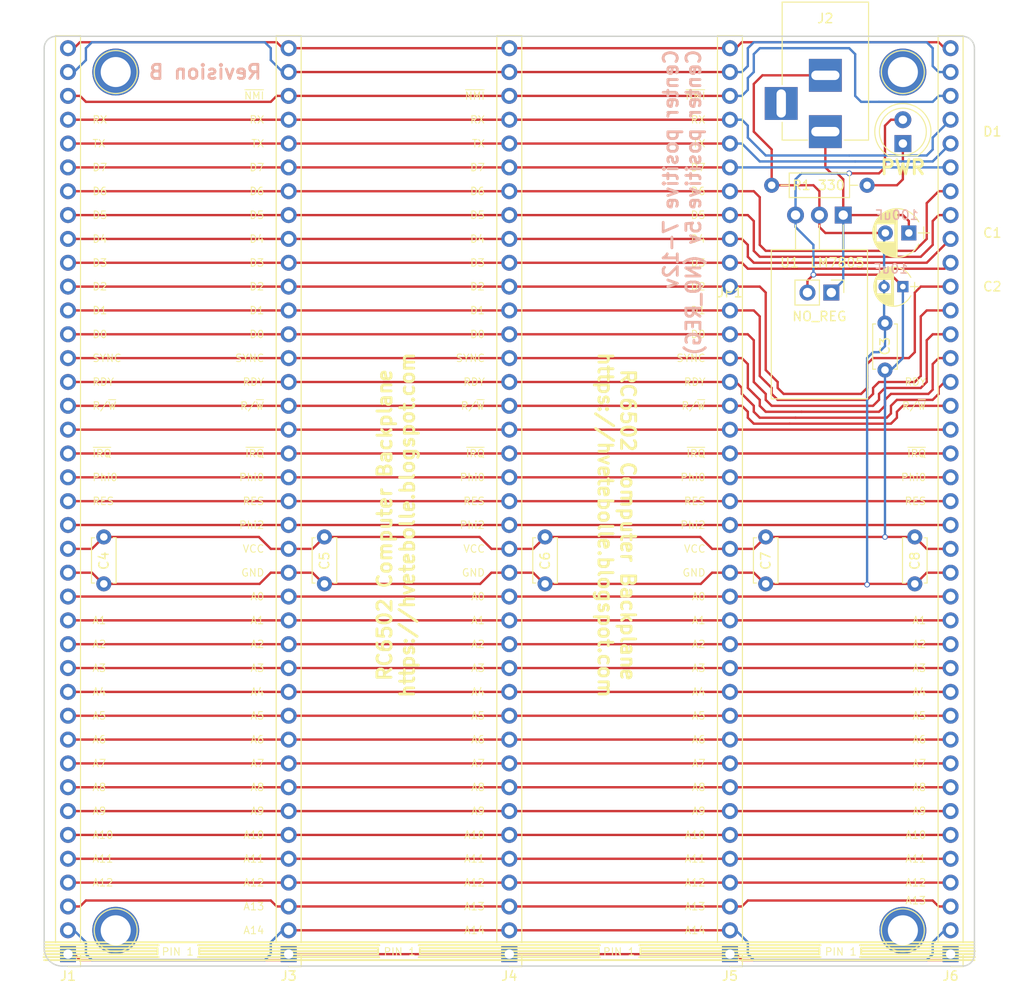
<source format=kicad_pcb>
(kicad_pcb (version 4) (host pcbnew 4.0.7)

  (general
    (links 181)
    (no_connects 0)
    (area 62.154999 58.344999 161.365001 157.555001)
    (thickness 1.6)
    (drawings 219)
    (tracks 463)
    (zones 0)
    (modules 22)
    (nets 42)
  )

  (page A4)
  (layers
    (0 F.Cu signal)
    (31 B.Cu signal)
    (32 B.Adhes user)
    (33 F.Adhes user)
    (34 B.Paste user)
    (35 F.Paste user)
    (36 B.SilkS user)
    (37 F.SilkS user)
    (38 B.Mask user)
    (39 F.Mask user)
    (40 Dwgs.User user)
    (41 Cmts.User user)
    (42 Eco1.User user)
    (43 Eco2.User user)
    (44 Edge.Cuts user)
    (45 Margin user)
    (46 B.CrtYd user)
    (47 F.CrtYd user)
    (48 B.Fab user)
    (49 F.Fab user)
  )

  (setup
    (last_trace_width 0.25)
    (trace_clearance 0.2)
    (zone_clearance 0.508)
    (zone_45_only no)
    (trace_min 0.2)
    (segment_width 0.2)
    (edge_width 0.15)
    (via_size 0.6)
    (via_drill 0.4)
    (via_min_size 0.4)
    (via_min_drill 0.3)
    (uvia_size 0.3)
    (uvia_drill 0.1)
    (uvias_allowed no)
    (uvia_min_size 0.2)
    (uvia_min_drill 0.1)
    (pcb_text_width 0.3)
    (pcb_text_size 1.5 1.5)
    (mod_edge_width 0.15)
    (mod_text_size 1 1)
    (mod_text_width 0.15)
    (pad_size 1.524 1.524)
    (pad_drill 0.762)
    (pad_to_mask_clearance 0.2)
    (aux_axis_origin 0 0)
    (visible_elements 7FFFFFFF)
    (pcbplotparams
      (layerselection 0x011fc_80000001)
      (usegerberextensions true)
      (excludeedgelayer true)
      (linewidth 0.100000)
      (plotframeref false)
      (viasonmask false)
      (mode 1)
      (useauxorigin false)
      (hpglpennumber 1)
      (hpglpenspeed 20)
      (hpglpendiameter 15)
      (hpglpenoverlay 2)
      (psnegative false)
      (psa4output false)
      (plotreference true)
      (plotvalue true)
      (plotinvisibletext false)
      (padsonsilk false)
      (subtractmaskfromsilk false)
      (outputformat 1)
      (mirror false)
      (drillshape 0)
      (scaleselection 1)
      (outputdirectory export/))
  )

  (net 0 "")
  (net 1 "Net-(C1-Pad1)")
  (net 2 GND)
  (net 3 VCC)
  (net 4 /A15)
  (net 5 /A14)
  (net 6 /A13)
  (net 7 /A12)
  (net 8 /A11)
  (net 9 /A10)
  (net 10 /A9)
  (net 11 /A8)
  (net 12 /A7)
  (net 13 /A6)
  (net 14 /A5)
  (net 15 /A4)
  (net 16 /A3)
  (net 17 /A2)
  (net 18 /A1)
  (net 19 /A0)
  (net 20 /PHI2)
  (net 21 /RESET)
  (net 22 /PHI0)
  (net 23 /IRQ)
  (net 24 /SPARE0)
  (net 25 /R/~W)
  (net 26 /RDY)
  (net 27 /SYNC)
  (net 28 /D0)
  (net 29 /D1)
  (net 30 /D2)
  (net 31 /D3)
  (net 32 /D4)
  (net 33 /D5)
  (net 34 /D6)
  (net 35 /D7)
  (net 36 /TX)
  (net 37 /RX)
  (net 38 /NMI)
  (net 39 /SPARE1)
  (net 40 /SPARE2)
  (net 41 "Net-(D1-Pad1)")

  (net_class Default "This is the default net class."
    (clearance 0.2)
    (trace_width 0.25)
    (via_dia 0.6)
    (via_drill 0.4)
    (uvia_dia 0.3)
    (uvia_drill 0.1)
    (add_net /A0)
    (add_net /A1)
    (add_net /A10)
    (add_net /A11)
    (add_net /A12)
    (add_net /A13)
    (add_net /A14)
    (add_net /A15)
    (add_net /A2)
    (add_net /A3)
    (add_net /A4)
    (add_net /A5)
    (add_net /A6)
    (add_net /A7)
    (add_net /A8)
    (add_net /A9)
    (add_net /D0)
    (add_net /D1)
    (add_net /D2)
    (add_net /D3)
    (add_net /D4)
    (add_net /D5)
    (add_net /D6)
    (add_net /D7)
    (add_net /IRQ)
    (add_net /NMI)
    (add_net /PHI0)
    (add_net /PHI2)
    (add_net /R/~W)
    (add_net /RDY)
    (add_net /RESET)
    (add_net /RX)
    (add_net /SPARE0)
    (add_net /SPARE1)
    (add_net /SPARE2)
    (add_net /SYNC)
    (add_net /TX)
    (add_net GND)
    (add_net "Net-(C1-Pad1)")
    (add_net "Net-(D1-Pad1)")
    (add_net VCC)
  )

  (module Pin_Headers:Pin_Header_Straight_1x39_Pitch2.54mm (layer F.Cu) (tedit 59650532) (tstamp 5C334988)
    (at 64.77 156.21 180)
    (descr "Through hole straight pin header, 1x39, 2.54mm pitch, single row")
    (tags "Through hole pin header THT 1x39 2.54mm single row")
    (path /5C2F510F)
    (fp_text reference J1 (at 0 -2.33 180) (layer F.SilkS)
      (effects (font (size 1 1) (thickness 0.15)))
    )
    (fp_text value RC6502_Backplane (at 0 98.85 180) (layer F.Fab)
      (effects (font (size 1 1) (thickness 0.15)))
    )
    (fp_line (start -0.635 -1.27) (end 1.27 -1.27) (layer F.Fab) (width 0.1))
    (fp_line (start 1.27 -1.27) (end 1.27 97.79) (layer F.Fab) (width 0.1))
    (fp_line (start 1.27 97.79) (end -1.27 97.79) (layer F.Fab) (width 0.1))
    (fp_line (start -1.27 97.79) (end -1.27 -0.635) (layer F.Fab) (width 0.1))
    (fp_line (start -1.27 -0.635) (end -0.635 -1.27) (layer F.Fab) (width 0.1))
    (fp_line (start -1.33 97.85) (end 1.33 97.85) (layer F.SilkS) (width 0.12))
    (fp_line (start -1.33 1.27) (end -1.33 97.85) (layer F.SilkS) (width 0.12))
    (fp_line (start 1.33 1.27) (end 1.33 97.85) (layer F.SilkS) (width 0.12))
    (fp_line (start -1.33 1.27) (end 1.33 1.27) (layer F.SilkS) (width 0.12))
    (fp_line (start -1.33 0) (end -1.33 -1.33) (layer F.SilkS) (width 0.12))
    (fp_line (start -1.33 -1.33) (end 0 -1.33) (layer F.SilkS) (width 0.12))
    (fp_line (start -1.8 -1.8) (end -1.8 98.3) (layer F.CrtYd) (width 0.05))
    (fp_line (start -1.8 98.3) (end 1.8 98.3) (layer F.CrtYd) (width 0.05))
    (fp_line (start 1.8 98.3) (end 1.8 -1.8) (layer F.CrtYd) (width 0.05))
    (fp_line (start 1.8 -1.8) (end -1.8 -1.8) (layer F.CrtYd) (width 0.05))
    (fp_text user %R (at 0 48.26 270) (layer F.Fab)
      (effects (font (size 1 1) (thickness 0.15)))
    )
    (pad 1 thru_hole rect (at 0 0 180) (size 1.7 1.7) (drill 1) (layers *.Cu *.Mask)
      (net 4 /A15))
    (pad 2 thru_hole oval (at 0 2.54 180) (size 1.7 1.7) (drill 1) (layers *.Cu *.Mask)
      (net 5 /A14))
    (pad 3 thru_hole oval (at 0 5.08 180) (size 1.7 1.7) (drill 1) (layers *.Cu *.Mask)
      (net 6 /A13))
    (pad 4 thru_hole oval (at 0 7.62 180) (size 1.7 1.7) (drill 1) (layers *.Cu *.Mask)
      (net 7 /A12))
    (pad 5 thru_hole oval (at 0 10.16 180) (size 1.7 1.7) (drill 1) (layers *.Cu *.Mask)
      (net 8 /A11))
    (pad 6 thru_hole oval (at 0 12.7 180) (size 1.7 1.7) (drill 1) (layers *.Cu *.Mask)
      (net 9 /A10))
    (pad 7 thru_hole oval (at 0 15.24 180) (size 1.7 1.7) (drill 1) (layers *.Cu *.Mask)
      (net 10 /A9))
    (pad 8 thru_hole oval (at 0 17.78 180) (size 1.7 1.7) (drill 1) (layers *.Cu *.Mask)
      (net 11 /A8))
    (pad 9 thru_hole oval (at 0 20.32 180) (size 1.7 1.7) (drill 1) (layers *.Cu *.Mask)
      (net 12 /A7))
    (pad 10 thru_hole oval (at 0 22.86 180) (size 1.7 1.7) (drill 1) (layers *.Cu *.Mask)
      (net 13 /A6))
    (pad 11 thru_hole oval (at 0 25.4 180) (size 1.7 1.7) (drill 1) (layers *.Cu *.Mask)
      (net 14 /A5))
    (pad 12 thru_hole oval (at 0 27.94 180) (size 1.7 1.7) (drill 1) (layers *.Cu *.Mask)
      (net 15 /A4))
    (pad 13 thru_hole oval (at 0 30.48 180) (size 1.7 1.7) (drill 1) (layers *.Cu *.Mask)
      (net 16 /A3))
    (pad 14 thru_hole oval (at 0 33.02 180) (size 1.7 1.7) (drill 1) (layers *.Cu *.Mask)
      (net 17 /A2))
    (pad 15 thru_hole oval (at 0 35.56 180) (size 1.7 1.7) (drill 1) (layers *.Cu *.Mask)
      (net 18 /A1))
    (pad 16 thru_hole oval (at 0 38.1 180) (size 1.7 1.7) (drill 1) (layers *.Cu *.Mask)
      (net 19 /A0))
    (pad 17 thru_hole oval (at 0 40.64 180) (size 1.7 1.7) (drill 1) (layers *.Cu *.Mask)
      (net 2 GND))
    (pad 18 thru_hole oval (at 0 43.18 180) (size 1.7 1.7) (drill 1) (layers *.Cu *.Mask)
      (net 3 VCC))
    (pad 19 thru_hole oval (at 0 45.72 180) (size 1.7 1.7) (drill 1) (layers *.Cu *.Mask)
      (net 20 /PHI2))
    (pad 20 thru_hole oval (at 0 48.26 180) (size 1.7 1.7) (drill 1) (layers *.Cu *.Mask)
      (net 21 /RESET))
    (pad 21 thru_hole oval (at 0 50.8 180) (size 1.7 1.7) (drill 1) (layers *.Cu *.Mask)
      (net 22 /PHI0))
    (pad 22 thru_hole oval (at 0 53.34 180) (size 1.7 1.7) (drill 1) (layers *.Cu *.Mask)
      (net 23 /IRQ))
    (pad 23 thru_hole oval (at 0 55.88 180) (size 1.7 1.7) (drill 1) (layers *.Cu *.Mask)
      (net 24 /SPARE0))
    (pad 24 thru_hole oval (at 0 58.42 180) (size 1.7 1.7) (drill 1) (layers *.Cu *.Mask)
      (net 25 /R/~W))
    (pad 25 thru_hole oval (at 0 60.96 180) (size 1.7 1.7) (drill 1) (layers *.Cu *.Mask)
      (net 26 /RDY))
    (pad 26 thru_hole oval (at 0 63.5 180) (size 1.7 1.7) (drill 1) (layers *.Cu *.Mask)
      (net 27 /SYNC))
    (pad 27 thru_hole oval (at 0 66.04 180) (size 1.7 1.7) (drill 1) (layers *.Cu *.Mask)
      (net 28 /D0))
    (pad 28 thru_hole oval (at 0 68.58 180) (size 1.7 1.7) (drill 1) (layers *.Cu *.Mask)
      (net 29 /D1))
    (pad 29 thru_hole oval (at 0 71.12 180) (size 1.7 1.7) (drill 1) (layers *.Cu *.Mask)
      (net 30 /D2))
    (pad 30 thru_hole oval (at 0 73.66 180) (size 1.7 1.7) (drill 1) (layers *.Cu *.Mask)
      (net 31 /D3))
    (pad 31 thru_hole oval (at 0 76.2 180) (size 1.7 1.7) (drill 1) (layers *.Cu *.Mask)
      (net 32 /D4))
    (pad 32 thru_hole oval (at 0 78.74 180) (size 1.7 1.7) (drill 1) (layers *.Cu *.Mask)
      (net 33 /D5))
    (pad 33 thru_hole oval (at 0 81.28 180) (size 1.7 1.7) (drill 1) (layers *.Cu *.Mask)
      (net 34 /D6))
    (pad 34 thru_hole oval (at 0 83.82 180) (size 1.7 1.7) (drill 1) (layers *.Cu *.Mask)
      (net 35 /D7))
    (pad 35 thru_hole oval (at 0 86.36 180) (size 1.7 1.7) (drill 1) (layers *.Cu *.Mask)
      (net 36 /TX))
    (pad 36 thru_hole oval (at 0 88.9 180) (size 1.7 1.7) (drill 1) (layers *.Cu *.Mask)
      (net 37 /RX))
    (pad 37 thru_hole oval (at 0 91.44 180) (size 1.7 1.7) (drill 1) (layers *.Cu *.Mask)
      (net 38 /NMI))
    (pad 38 thru_hole oval (at 0 93.98 180) (size 1.7 1.7) (drill 1) (layers *.Cu *.Mask)
      (net 39 /SPARE1))
    (pad 39 thru_hole oval (at 0 96.52 180) (size 1.7 1.7) (drill 1) (layers *.Cu *.Mask)
      (net 40 /SPARE2))
    (model ${KISYS3DMOD}/Pin_Headers.3dshapes/Pin_Header_Straight_1x39_Pitch2.54mm.wrl
      (at (xyz 0 0 0))
      (scale (xyz 1 1 1))
      (rotate (xyz 0 0 0))
    )
  )

  (module Capacitors_THT:CP_Radial_D5.0mm_P2.50mm (layer F.Cu) (tedit 5C61CEEE) (tstamp 5C334933)
    (at 154.305 79.375 180)
    (descr "CP, Radial series, Radial, pin pitch=2.50mm, , diameter=5mm, Electrolytic Capacitor")
    (tags "CP Radial series Radial pin pitch 2.50mm  diameter 5mm Electrolytic Capacitor")
    (path /5C2F607E)
    (fp_text reference C1 (at -8.89 0 180) (layer F.SilkS)
      (effects (font (size 1 1) (thickness 0.15)))
    )
    (fp_text value 100uF (at 1.27 1.905 180) (layer B.SilkS)
      (effects (font (size 1 1) (thickness 0.15)) (justify mirror))
    )
    (fp_arc (start 1.25 0) (end -1.05558 -1.18) (angle 125.8) (layer F.SilkS) (width 0.12))
    (fp_arc (start 1.25 0) (end -1.05558 1.18) (angle -125.8) (layer F.SilkS) (width 0.12))
    (fp_arc (start 1.25 0) (end 3.55558 -1.18) (angle 54.2) (layer F.SilkS) (width 0.12))
    (fp_circle (center 1.25 0) (end 3.75 0) (layer F.Fab) (width 0.1))
    (fp_line (start -2.2 0) (end -1 0) (layer F.Fab) (width 0.1))
    (fp_line (start -1.6 -0.65) (end -1.6 0.65) (layer F.Fab) (width 0.1))
    (fp_line (start 1.25 -2.55) (end 1.25 2.55) (layer F.SilkS) (width 0.12))
    (fp_line (start 1.29 -2.55) (end 1.29 2.55) (layer F.SilkS) (width 0.12))
    (fp_line (start 1.33 -2.549) (end 1.33 2.549) (layer F.SilkS) (width 0.12))
    (fp_line (start 1.37 -2.548) (end 1.37 2.548) (layer F.SilkS) (width 0.12))
    (fp_line (start 1.41 -2.546) (end 1.41 2.546) (layer F.SilkS) (width 0.12))
    (fp_line (start 1.45 -2.543) (end 1.45 2.543) (layer F.SilkS) (width 0.12))
    (fp_line (start 1.49 -2.539) (end 1.49 2.539) (layer F.SilkS) (width 0.12))
    (fp_line (start 1.53 -2.535) (end 1.53 -0.98) (layer F.SilkS) (width 0.12))
    (fp_line (start 1.53 0.98) (end 1.53 2.535) (layer F.SilkS) (width 0.12))
    (fp_line (start 1.57 -2.531) (end 1.57 -0.98) (layer F.SilkS) (width 0.12))
    (fp_line (start 1.57 0.98) (end 1.57 2.531) (layer F.SilkS) (width 0.12))
    (fp_line (start 1.61 -2.525) (end 1.61 -0.98) (layer F.SilkS) (width 0.12))
    (fp_line (start 1.61 0.98) (end 1.61 2.525) (layer F.SilkS) (width 0.12))
    (fp_line (start 1.65 -2.519) (end 1.65 -0.98) (layer F.SilkS) (width 0.12))
    (fp_line (start 1.65 0.98) (end 1.65 2.519) (layer F.SilkS) (width 0.12))
    (fp_line (start 1.69 -2.513) (end 1.69 -0.98) (layer F.SilkS) (width 0.12))
    (fp_line (start 1.69 0.98) (end 1.69 2.513) (layer F.SilkS) (width 0.12))
    (fp_line (start 1.73 -2.506) (end 1.73 -0.98) (layer F.SilkS) (width 0.12))
    (fp_line (start 1.73 0.98) (end 1.73 2.506) (layer F.SilkS) (width 0.12))
    (fp_line (start 1.77 -2.498) (end 1.77 -0.98) (layer F.SilkS) (width 0.12))
    (fp_line (start 1.77 0.98) (end 1.77 2.498) (layer F.SilkS) (width 0.12))
    (fp_line (start 1.81 -2.489) (end 1.81 -0.98) (layer F.SilkS) (width 0.12))
    (fp_line (start 1.81 0.98) (end 1.81 2.489) (layer F.SilkS) (width 0.12))
    (fp_line (start 1.85 -2.48) (end 1.85 -0.98) (layer F.SilkS) (width 0.12))
    (fp_line (start 1.85 0.98) (end 1.85 2.48) (layer F.SilkS) (width 0.12))
    (fp_line (start 1.89 -2.47) (end 1.89 -0.98) (layer F.SilkS) (width 0.12))
    (fp_line (start 1.89 0.98) (end 1.89 2.47) (layer F.SilkS) (width 0.12))
    (fp_line (start 1.93 -2.46) (end 1.93 -0.98) (layer F.SilkS) (width 0.12))
    (fp_line (start 1.93 0.98) (end 1.93 2.46) (layer F.SilkS) (width 0.12))
    (fp_line (start 1.971 -2.448) (end 1.971 -0.98) (layer F.SilkS) (width 0.12))
    (fp_line (start 1.971 0.98) (end 1.971 2.448) (layer F.SilkS) (width 0.12))
    (fp_line (start 2.011 -2.436) (end 2.011 -0.98) (layer F.SilkS) (width 0.12))
    (fp_line (start 2.011 0.98) (end 2.011 2.436) (layer F.SilkS) (width 0.12))
    (fp_line (start 2.051 -2.424) (end 2.051 -0.98) (layer F.SilkS) (width 0.12))
    (fp_line (start 2.051 0.98) (end 2.051 2.424) (layer F.SilkS) (width 0.12))
    (fp_line (start 2.091 -2.41) (end 2.091 -0.98) (layer F.SilkS) (width 0.12))
    (fp_line (start 2.091 0.98) (end 2.091 2.41) (layer F.SilkS) (width 0.12))
    (fp_line (start 2.131 -2.396) (end 2.131 -0.98) (layer F.SilkS) (width 0.12))
    (fp_line (start 2.131 0.98) (end 2.131 2.396) (layer F.SilkS) (width 0.12))
    (fp_line (start 2.171 -2.382) (end 2.171 -0.98) (layer F.SilkS) (width 0.12))
    (fp_line (start 2.171 0.98) (end 2.171 2.382) (layer F.SilkS) (width 0.12))
    (fp_line (start 2.211 -2.366) (end 2.211 -0.98) (layer F.SilkS) (width 0.12))
    (fp_line (start 2.211 0.98) (end 2.211 2.366) (layer F.SilkS) (width 0.12))
    (fp_line (start 2.251 -2.35) (end 2.251 -0.98) (layer F.SilkS) (width 0.12))
    (fp_line (start 2.251 0.98) (end 2.251 2.35) (layer F.SilkS) (width 0.12))
    (fp_line (start 2.291 -2.333) (end 2.291 -0.98) (layer F.SilkS) (width 0.12))
    (fp_line (start 2.291 0.98) (end 2.291 2.333) (layer F.SilkS) (width 0.12))
    (fp_line (start 2.331 -2.315) (end 2.331 -0.98) (layer F.SilkS) (width 0.12))
    (fp_line (start 2.331 0.98) (end 2.331 2.315) (layer F.SilkS) (width 0.12))
    (fp_line (start 2.371 -2.296) (end 2.371 -0.98) (layer F.SilkS) (width 0.12))
    (fp_line (start 2.371 0.98) (end 2.371 2.296) (layer F.SilkS) (width 0.12))
    (fp_line (start 2.411 -2.276) (end 2.411 -0.98) (layer F.SilkS) (width 0.12))
    (fp_line (start 2.411 0.98) (end 2.411 2.276) (layer F.SilkS) (width 0.12))
    (fp_line (start 2.451 -2.256) (end 2.451 -0.98) (layer F.SilkS) (width 0.12))
    (fp_line (start 2.451 0.98) (end 2.451 2.256) (layer F.SilkS) (width 0.12))
    (fp_line (start 2.491 -2.234) (end 2.491 -0.98) (layer F.SilkS) (width 0.12))
    (fp_line (start 2.491 0.98) (end 2.491 2.234) (layer F.SilkS) (width 0.12))
    (fp_line (start 2.531 -2.212) (end 2.531 -0.98) (layer F.SilkS) (width 0.12))
    (fp_line (start 2.531 0.98) (end 2.531 2.212) (layer F.SilkS) (width 0.12))
    (fp_line (start 2.571 -2.189) (end 2.571 -0.98) (layer F.SilkS) (width 0.12))
    (fp_line (start 2.571 0.98) (end 2.571 2.189) (layer F.SilkS) (width 0.12))
    (fp_line (start 2.611 -2.165) (end 2.611 -0.98) (layer F.SilkS) (width 0.12))
    (fp_line (start 2.611 0.98) (end 2.611 2.165) (layer F.SilkS) (width 0.12))
    (fp_line (start 2.651 -2.14) (end 2.651 -0.98) (layer F.SilkS) (width 0.12))
    (fp_line (start 2.651 0.98) (end 2.651 2.14) (layer F.SilkS) (width 0.12))
    (fp_line (start 2.691 -2.113) (end 2.691 -0.98) (layer F.SilkS) (width 0.12))
    (fp_line (start 2.691 0.98) (end 2.691 2.113) (layer F.SilkS) (width 0.12))
    (fp_line (start 2.731 -2.086) (end 2.731 -0.98) (layer F.SilkS) (width 0.12))
    (fp_line (start 2.731 0.98) (end 2.731 2.086) (layer F.SilkS) (width 0.12))
    (fp_line (start 2.771 -2.058) (end 2.771 -0.98) (layer F.SilkS) (width 0.12))
    (fp_line (start 2.771 0.98) (end 2.771 2.058) (layer F.SilkS) (width 0.12))
    (fp_line (start 2.811 -2.028) (end 2.811 -0.98) (layer F.SilkS) (width 0.12))
    (fp_line (start 2.811 0.98) (end 2.811 2.028) (layer F.SilkS) (width 0.12))
    (fp_line (start 2.851 -1.997) (end 2.851 -0.98) (layer F.SilkS) (width 0.12))
    (fp_line (start 2.851 0.98) (end 2.851 1.997) (layer F.SilkS) (width 0.12))
    (fp_line (start 2.891 -1.965) (end 2.891 -0.98) (layer F.SilkS) (width 0.12))
    (fp_line (start 2.891 0.98) (end 2.891 1.965) (layer F.SilkS) (width 0.12))
    (fp_line (start 2.931 -1.932) (end 2.931 -0.98) (layer F.SilkS) (width 0.12))
    (fp_line (start 2.931 0.98) (end 2.931 1.932) (layer F.SilkS) (width 0.12))
    (fp_line (start 2.971 -1.897) (end 2.971 -0.98) (layer F.SilkS) (width 0.12))
    (fp_line (start 2.971 0.98) (end 2.971 1.897) (layer F.SilkS) (width 0.12))
    (fp_line (start 3.011 -1.861) (end 3.011 -0.98) (layer F.SilkS) (width 0.12))
    (fp_line (start 3.011 0.98) (end 3.011 1.861) (layer F.SilkS) (width 0.12))
    (fp_line (start 3.051 -1.823) (end 3.051 -0.98) (layer F.SilkS) (width 0.12))
    (fp_line (start 3.051 0.98) (end 3.051 1.823) (layer F.SilkS) (width 0.12))
    (fp_line (start 3.091 -1.783) (end 3.091 -0.98) (layer F.SilkS) (width 0.12))
    (fp_line (start 3.091 0.98) (end 3.091 1.783) (layer F.SilkS) (width 0.12))
    (fp_line (start 3.131 -1.742) (end 3.131 -0.98) (layer F.SilkS) (width 0.12))
    (fp_line (start 3.131 0.98) (end 3.131 1.742) (layer F.SilkS) (width 0.12))
    (fp_line (start 3.171 -1.699) (end 3.171 -0.98) (layer F.SilkS) (width 0.12))
    (fp_line (start 3.171 0.98) (end 3.171 1.699) (layer F.SilkS) (width 0.12))
    (fp_line (start 3.211 -1.654) (end 3.211 -0.98) (layer F.SilkS) (width 0.12))
    (fp_line (start 3.211 0.98) (end 3.211 1.654) (layer F.SilkS) (width 0.12))
    (fp_line (start 3.251 -1.606) (end 3.251 -0.98) (layer F.SilkS) (width 0.12))
    (fp_line (start 3.251 0.98) (end 3.251 1.606) (layer F.SilkS) (width 0.12))
    (fp_line (start 3.291 -1.556) (end 3.291 -0.98) (layer F.SilkS) (width 0.12))
    (fp_line (start 3.291 0.98) (end 3.291 1.556) (layer F.SilkS) (width 0.12))
    (fp_line (start 3.331 -1.504) (end 3.331 -0.98) (layer F.SilkS) (width 0.12))
    (fp_line (start 3.331 0.98) (end 3.331 1.504) (layer F.SilkS) (width 0.12))
    (fp_line (start 3.371 -1.448) (end 3.371 -0.98) (layer F.SilkS) (width 0.12))
    (fp_line (start 3.371 0.98) (end 3.371 1.448) (layer F.SilkS) (width 0.12))
    (fp_line (start 3.411 -1.39) (end 3.411 -0.98) (layer F.SilkS) (width 0.12))
    (fp_line (start 3.411 0.98) (end 3.411 1.39) (layer F.SilkS) (width 0.12))
    (fp_line (start 3.451 -1.327) (end 3.451 -0.98) (layer F.SilkS) (width 0.12))
    (fp_line (start 3.451 0.98) (end 3.451 1.327) (layer F.SilkS) (width 0.12))
    (fp_line (start 3.491 -1.261) (end 3.491 1.261) (layer F.SilkS) (width 0.12))
    (fp_line (start 3.531 -1.189) (end 3.531 1.189) (layer F.SilkS) (width 0.12))
    (fp_line (start 3.571 -1.112) (end 3.571 1.112) (layer F.SilkS) (width 0.12))
    (fp_line (start 3.611 -1.028) (end 3.611 1.028) (layer F.SilkS) (width 0.12))
    (fp_line (start 3.651 -0.934) (end 3.651 0.934) (layer F.SilkS) (width 0.12))
    (fp_line (start 3.691 -0.829) (end 3.691 0.829) (layer F.SilkS) (width 0.12))
    (fp_line (start 3.731 -0.707) (end 3.731 0.707) (layer F.SilkS) (width 0.12))
    (fp_line (start 3.771 -0.559) (end 3.771 0.559) (layer F.SilkS) (width 0.12))
    (fp_line (start 3.811 -0.354) (end 3.811 0.354) (layer F.SilkS) (width 0.12))
    (fp_line (start -2.2 0) (end -1 0) (layer F.SilkS) (width 0.12))
    (fp_line (start -1.6 -0.65) (end -1.6 0.65) (layer F.SilkS) (width 0.12))
    (fp_line (start -1.6 -2.85) (end -1.6 2.85) (layer F.CrtYd) (width 0.05))
    (fp_line (start -1.6 2.85) (end 4.1 2.85) (layer F.CrtYd) (width 0.05))
    (fp_line (start 4.1 2.85) (end 4.1 -2.85) (layer F.CrtYd) (width 0.05))
    (fp_line (start 4.1 -2.85) (end -1.6 -2.85) (layer F.CrtYd) (width 0.05))
    (fp_text user %R (at -8.89 0 180) (layer F.Fab)
      (effects (font (size 1 1) (thickness 0.15)))
    )
    (pad 1 thru_hole rect (at 0 0 180) (size 1.6 1.6) (drill 0.8) (layers *.Cu *.Mask)
      (net 1 "Net-(C1-Pad1)"))
    (pad 2 thru_hole circle (at 2.5 0 180) (size 1.6 1.6) (drill 0.8) (layers *.Cu *.Mask)
      (net 2 GND))
    (model ${KISYS3DMOD}/Capacitors_THT.3dshapes/CP_Radial_D5.0mm_P2.50mm.wrl
      (at (xyz 0 0 0))
      (scale (xyz 1 1 1))
      (rotate (xyz 0 0 0))
    )
  )

  (module Capacitors_THT:CP_Radial_D4.0mm_P2.00mm (layer F.Cu) (tedit 5C3358C9) (tstamp 5C334939)
    (at 153.67 85.09 180)
    (descr "CP, Radial series, Radial, pin pitch=2.00mm, , diameter=4mm, Electrolytic Capacitor")
    (tags "CP Radial series Radial pin pitch 2.00mm  diameter 4mm Electrolytic Capacitor")
    (path /5C2F6198)
    (fp_text reference C2 (at -9.525 0 180) (layer F.SilkS)
      (effects (font (size 1 1) (thickness 0.15)))
    )
    (fp_text value 10uF (at 1.27 1.905 180) (layer B.SilkS)
      (effects (font (size 1 1) (thickness 0.15)) (justify mirror))
    )
    (fp_arc (start 1 0) (end -0.845996 -0.98) (angle 124.1) (layer F.SilkS) (width 0.12))
    (fp_arc (start 1 0) (end -0.845996 0.98) (angle -124.1) (layer F.SilkS) (width 0.12))
    (fp_arc (start 1 0) (end 2.845996 -0.98) (angle 55.9) (layer F.SilkS) (width 0.12))
    (fp_circle (center 1 0) (end 3 0) (layer F.Fab) (width 0.1))
    (fp_line (start -1.7 0) (end -0.8 0) (layer F.Fab) (width 0.1))
    (fp_line (start -1.25 -0.45) (end -1.25 0.45) (layer F.Fab) (width 0.1))
    (fp_line (start 1 -2.05) (end 1 2.05) (layer F.SilkS) (width 0.12))
    (fp_line (start 1.04 -2.05) (end 1.04 2.05) (layer F.SilkS) (width 0.12))
    (fp_line (start 1.08 -2.049) (end 1.08 2.049) (layer F.SilkS) (width 0.12))
    (fp_line (start 1.12 -2.047) (end 1.12 2.047) (layer F.SilkS) (width 0.12))
    (fp_line (start 1.16 -2.044) (end 1.16 2.044) (layer F.SilkS) (width 0.12))
    (fp_line (start 1.2 -2.041) (end 1.2 2.041) (layer F.SilkS) (width 0.12))
    (fp_line (start 1.24 -2.037) (end 1.24 -0.78) (layer F.SilkS) (width 0.12))
    (fp_line (start 1.24 0.78) (end 1.24 2.037) (layer F.SilkS) (width 0.12))
    (fp_line (start 1.28 -2.032) (end 1.28 -0.78) (layer F.SilkS) (width 0.12))
    (fp_line (start 1.28 0.78) (end 1.28 2.032) (layer F.SilkS) (width 0.12))
    (fp_line (start 1.32 -2.026) (end 1.32 -0.78) (layer F.SilkS) (width 0.12))
    (fp_line (start 1.32 0.78) (end 1.32 2.026) (layer F.SilkS) (width 0.12))
    (fp_line (start 1.36 -2.019) (end 1.36 -0.78) (layer F.SilkS) (width 0.12))
    (fp_line (start 1.36 0.78) (end 1.36 2.019) (layer F.SilkS) (width 0.12))
    (fp_line (start 1.4 -2.012) (end 1.4 -0.78) (layer F.SilkS) (width 0.12))
    (fp_line (start 1.4 0.78) (end 1.4 2.012) (layer F.SilkS) (width 0.12))
    (fp_line (start 1.44 -2.004) (end 1.44 -0.78) (layer F.SilkS) (width 0.12))
    (fp_line (start 1.44 0.78) (end 1.44 2.004) (layer F.SilkS) (width 0.12))
    (fp_line (start 1.48 -1.995) (end 1.48 -0.78) (layer F.SilkS) (width 0.12))
    (fp_line (start 1.48 0.78) (end 1.48 1.995) (layer F.SilkS) (width 0.12))
    (fp_line (start 1.52 -1.985) (end 1.52 -0.78) (layer F.SilkS) (width 0.12))
    (fp_line (start 1.52 0.78) (end 1.52 1.985) (layer F.SilkS) (width 0.12))
    (fp_line (start 1.56 -1.974) (end 1.56 -0.78) (layer F.SilkS) (width 0.12))
    (fp_line (start 1.56 0.78) (end 1.56 1.974) (layer F.SilkS) (width 0.12))
    (fp_line (start 1.6 -1.963) (end 1.6 -0.78) (layer F.SilkS) (width 0.12))
    (fp_line (start 1.6 0.78) (end 1.6 1.963) (layer F.SilkS) (width 0.12))
    (fp_line (start 1.64 -1.95) (end 1.64 -0.78) (layer F.SilkS) (width 0.12))
    (fp_line (start 1.64 0.78) (end 1.64 1.95) (layer F.SilkS) (width 0.12))
    (fp_line (start 1.68 -1.937) (end 1.68 -0.78) (layer F.SilkS) (width 0.12))
    (fp_line (start 1.68 0.78) (end 1.68 1.937) (layer F.SilkS) (width 0.12))
    (fp_line (start 1.721 -1.923) (end 1.721 -0.78) (layer F.SilkS) (width 0.12))
    (fp_line (start 1.721 0.78) (end 1.721 1.923) (layer F.SilkS) (width 0.12))
    (fp_line (start 1.761 -1.907) (end 1.761 -0.78) (layer F.SilkS) (width 0.12))
    (fp_line (start 1.761 0.78) (end 1.761 1.907) (layer F.SilkS) (width 0.12))
    (fp_line (start 1.801 -1.891) (end 1.801 -0.78) (layer F.SilkS) (width 0.12))
    (fp_line (start 1.801 0.78) (end 1.801 1.891) (layer F.SilkS) (width 0.12))
    (fp_line (start 1.841 -1.874) (end 1.841 -0.78) (layer F.SilkS) (width 0.12))
    (fp_line (start 1.841 0.78) (end 1.841 1.874) (layer F.SilkS) (width 0.12))
    (fp_line (start 1.881 -1.856) (end 1.881 -0.78) (layer F.SilkS) (width 0.12))
    (fp_line (start 1.881 0.78) (end 1.881 1.856) (layer F.SilkS) (width 0.12))
    (fp_line (start 1.921 -1.837) (end 1.921 -0.78) (layer F.SilkS) (width 0.12))
    (fp_line (start 1.921 0.78) (end 1.921 1.837) (layer F.SilkS) (width 0.12))
    (fp_line (start 1.961 -1.817) (end 1.961 -0.78) (layer F.SilkS) (width 0.12))
    (fp_line (start 1.961 0.78) (end 1.961 1.817) (layer F.SilkS) (width 0.12))
    (fp_line (start 2.001 -1.796) (end 2.001 -0.78) (layer F.SilkS) (width 0.12))
    (fp_line (start 2.001 0.78) (end 2.001 1.796) (layer F.SilkS) (width 0.12))
    (fp_line (start 2.041 -1.773) (end 2.041 -0.78) (layer F.SilkS) (width 0.12))
    (fp_line (start 2.041 0.78) (end 2.041 1.773) (layer F.SilkS) (width 0.12))
    (fp_line (start 2.081 -1.75) (end 2.081 -0.78) (layer F.SilkS) (width 0.12))
    (fp_line (start 2.081 0.78) (end 2.081 1.75) (layer F.SilkS) (width 0.12))
    (fp_line (start 2.121 -1.725) (end 2.121 -0.78) (layer F.SilkS) (width 0.12))
    (fp_line (start 2.121 0.78) (end 2.121 1.725) (layer F.SilkS) (width 0.12))
    (fp_line (start 2.161 -1.699) (end 2.161 -0.78) (layer F.SilkS) (width 0.12))
    (fp_line (start 2.161 0.78) (end 2.161 1.699) (layer F.SilkS) (width 0.12))
    (fp_line (start 2.201 -1.672) (end 2.201 -0.78) (layer F.SilkS) (width 0.12))
    (fp_line (start 2.201 0.78) (end 2.201 1.672) (layer F.SilkS) (width 0.12))
    (fp_line (start 2.241 -1.643) (end 2.241 -0.78) (layer F.SilkS) (width 0.12))
    (fp_line (start 2.241 0.78) (end 2.241 1.643) (layer F.SilkS) (width 0.12))
    (fp_line (start 2.281 -1.613) (end 2.281 -0.78) (layer F.SilkS) (width 0.12))
    (fp_line (start 2.281 0.78) (end 2.281 1.613) (layer F.SilkS) (width 0.12))
    (fp_line (start 2.321 -1.581) (end 2.321 -0.78) (layer F.SilkS) (width 0.12))
    (fp_line (start 2.321 0.78) (end 2.321 1.581) (layer F.SilkS) (width 0.12))
    (fp_line (start 2.361 -1.547) (end 2.361 -0.78) (layer F.SilkS) (width 0.12))
    (fp_line (start 2.361 0.78) (end 2.361 1.547) (layer F.SilkS) (width 0.12))
    (fp_line (start 2.401 -1.512) (end 2.401 -0.78) (layer F.SilkS) (width 0.12))
    (fp_line (start 2.401 0.78) (end 2.401 1.512) (layer F.SilkS) (width 0.12))
    (fp_line (start 2.441 -1.475) (end 2.441 -0.78) (layer F.SilkS) (width 0.12))
    (fp_line (start 2.441 0.78) (end 2.441 1.475) (layer F.SilkS) (width 0.12))
    (fp_line (start 2.481 -1.436) (end 2.481 -0.78) (layer F.SilkS) (width 0.12))
    (fp_line (start 2.481 0.78) (end 2.481 1.436) (layer F.SilkS) (width 0.12))
    (fp_line (start 2.521 -1.395) (end 2.521 -0.78) (layer F.SilkS) (width 0.12))
    (fp_line (start 2.521 0.78) (end 2.521 1.395) (layer F.SilkS) (width 0.12))
    (fp_line (start 2.561 -1.351) (end 2.561 -0.78) (layer F.SilkS) (width 0.12))
    (fp_line (start 2.561 0.78) (end 2.561 1.351) (layer F.SilkS) (width 0.12))
    (fp_line (start 2.601 -1.305) (end 2.601 -0.78) (layer F.SilkS) (width 0.12))
    (fp_line (start 2.601 0.78) (end 2.601 1.305) (layer F.SilkS) (width 0.12))
    (fp_line (start 2.641 -1.256) (end 2.641 -0.78) (layer F.SilkS) (width 0.12))
    (fp_line (start 2.641 0.78) (end 2.641 1.256) (layer F.SilkS) (width 0.12))
    (fp_line (start 2.681 -1.204) (end 2.681 -0.78) (layer F.SilkS) (width 0.12))
    (fp_line (start 2.681 0.78) (end 2.681 1.204) (layer F.SilkS) (width 0.12))
    (fp_line (start 2.721 -1.148) (end 2.721 -0.78) (layer F.SilkS) (width 0.12))
    (fp_line (start 2.721 0.78) (end 2.721 1.148) (layer F.SilkS) (width 0.12))
    (fp_line (start 2.761 -1.088) (end 2.761 -0.78) (layer F.SilkS) (width 0.12))
    (fp_line (start 2.761 0.78) (end 2.761 1.088) (layer F.SilkS) (width 0.12))
    (fp_line (start 2.801 -1.023) (end 2.801 1.023) (layer F.SilkS) (width 0.12))
    (fp_line (start 2.841 -0.952) (end 2.841 0.952) (layer F.SilkS) (width 0.12))
    (fp_line (start 2.881 -0.874) (end 2.881 0.874) (layer F.SilkS) (width 0.12))
    (fp_line (start 2.921 -0.786) (end 2.921 0.786) (layer F.SilkS) (width 0.12))
    (fp_line (start 2.961 -0.686) (end 2.961 0.686) (layer F.SilkS) (width 0.12))
    (fp_line (start 3.001 -0.567) (end 3.001 0.567) (layer F.SilkS) (width 0.12))
    (fp_line (start 3.041 -0.415) (end 3.041 0.415) (layer F.SilkS) (width 0.12))
    (fp_line (start 3.081 -0.165) (end 3.081 0.165) (layer F.SilkS) (width 0.12))
    (fp_line (start -1.7 0) (end -0.8 0) (layer F.SilkS) (width 0.12))
    (fp_line (start -1.25 -0.45) (end -1.25 0.45) (layer F.SilkS) (width 0.12))
    (fp_line (start -1.35 -2.35) (end -1.35 2.35) (layer F.CrtYd) (width 0.05))
    (fp_line (start -1.35 2.35) (end 3.35 2.35) (layer F.CrtYd) (width 0.05))
    (fp_line (start 3.35 2.35) (end 3.35 -2.35) (layer F.CrtYd) (width 0.05))
    (fp_line (start 3.35 -2.35) (end -1.35 -2.35) (layer F.CrtYd) (width 0.05))
    (fp_text user %R (at -9.525 0 180) (layer F.Fab)
      (effects (font (size 1 1) (thickness 0.15)))
    )
    (pad 1 thru_hole rect (at 0 0 180) (size 1.2 1.2) (drill 0.6) (layers *.Cu *.Mask)
      (net 3 VCC))
    (pad 2 thru_hole circle (at 2 0 180) (size 1.2 1.2) (drill 0.6) (layers *.Cu *.Mask)
      (net 2 GND))
    (model ${KISYS3DMOD}/Capacitors_THT.3dshapes/CP_Radial_D4.0mm_P2.00mm.wrl
      (at (xyz 0 0 0))
      (scale (xyz 1 1 1))
      (rotate (xyz 0 0 0))
    )
  )

  (module Capacitors_THT:C_Disc_D4.7mm_W2.5mm_P5.00mm (layer F.Cu) (tedit 5C33507E) (tstamp 5C33493F)
    (at 151.765 93.98 90)
    (descr "C, Disc series, Radial, pin pitch=5.00mm, , diameter*width=4.7*2.5mm^2, Capacitor, http://www.vishay.com/docs/45233/krseries.pdf")
    (tags "C Disc series Radial pin pitch 5.00mm  diameter 4.7mm width 2.5mm Capacitor")
    (path /5C2F4692)
    (fp_text reference C3 (at 2.54 0 90) (layer F.SilkS)
      (effects (font (size 1 1) (thickness 0.15)))
    )
    (fp_text value 100nF (at 2.5 2.56 90) (layer F.Fab)
      (effects (font (size 1 1) (thickness 0.15)))
    )
    (fp_line (start 0.15 -1.25) (end 0.15 1.25) (layer F.Fab) (width 0.1))
    (fp_line (start 0.15 1.25) (end 4.85 1.25) (layer F.Fab) (width 0.1))
    (fp_line (start 4.85 1.25) (end 4.85 -1.25) (layer F.Fab) (width 0.1))
    (fp_line (start 4.85 -1.25) (end 0.15 -1.25) (layer F.Fab) (width 0.1))
    (fp_line (start 0.09 -1.31) (end 4.91 -1.31) (layer F.SilkS) (width 0.12))
    (fp_line (start 0.09 1.31) (end 4.91 1.31) (layer F.SilkS) (width 0.12))
    (fp_line (start 0.09 -1.31) (end 0.09 -0.996) (layer F.SilkS) (width 0.12))
    (fp_line (start 0.09 0.996) (end 0.09 1.31) (layer F.SilkS) (width 0.12))
    (fp_line (start 4.91 -1.31) (end 4.91 -0.996) (layer F.SilkS) (width 0.12))
    (fp_line (start 4.91 0.996) (end 4.91 1.31) (layer F.SilkS) (width 0.12))
    (fp_line (start -1.05 -1.6) (end -1.05 1.6) (layer F.CrtYd) (width 0.05))
    (fp_line (start -1.05 1.6) (end 6.05 1.6) (layer F.CrtYd) (width 0.05))
    (fp_line (start 6.05 1.6) (end 6.05 -1.6) (layer F.CrtYd) (width 0.05))
    (fp_line (start 6.05 -1.6) (end -1.05 -1.6) (layer F.CrtYd) (width 0.05))
    (fp_text user %R (at 2.5 0 90) (layer F.Fab)
      (effects (font (size 1 1) (thickness 0.15)))
    )
    (pad 1 thru_hole circle (at 0 0 90) (size 1.6 1.6) (drill 0.8) (layers *.Cu *.Mask)
      (net 3 VCC))
    (pad 2 thru_hole circle (at 5 0 90) (size 1.6 1.6) (drill 0.8) (layers *.Cu *.Mask)
      (net 2 GND))
    (model ${KISYS3DMOD}/Capacitors_THT.3dshapes/C_Disc_D4.7mm_W2.5mm_P5.00mm.wrl
      (at (xyz 0 0 0))
      (scale (xyz 1 1 1))
      (rotate (xyz 0 0 0))
    )
  )

  (module Capacitors_THT:C_Disc_D4.7mm_W2.5mm_P5.00mm (layer F.Cu) (tedit 5C335110) (tstamp 5C334945)
    (at 68.58 111.76 270)
    (descr "C, Disc series, Radial, pin pitch=5.00mm, , diameter*width=4.7*2.5mm^2, Capacitor, http://www.vishay.com/docs/45233/krseries.pdf")
    (tags "C Disc series Radial pin pitch 5.00mm  diameter 4.7mm width 2.5mm Capacitor")
    (path /5C2F4437)
    (fp_text reference C4 (at 2.54 0 270) (layer F.SilkS)
      (effects (font (size 1 1) (thickness 0.15)))
    )
    (fp_text value 100nF (at 2.5 2.56 270) (layer F.Fab)
      (effects (font (size 1 1) (thickness 0.15)))
    )
    (fp_line (start 0.15 -1.25) (end 0.15 1.25) (layer F.Fab) (width 0.1))
    (fp_line (start 0.15 1.25) (end 4.85 1.25) (layer F.Fab) (width 0.1))
    (fp_line (start 4.85 1.25) (end 4.85 -1.25) (layer F.Fab) (width 0.1))
    (fp_line (start 4.85 -1.25) (end 0.15 -1.25) (layer F.Fab) (width 0.1))
    (fp_line (start 0.09 -1.31) (end 4.91 -1.31) (layer F.SilkS) (width 0.12))
    (fp_line (start 0.09 1.31) (end 4.91 1.31) (layer F.SilkS) (width 0.12))
    (fp_line (start 0.09 -1.31) (end 0.09 -0.996) (layer F.SilkS) (width 0.12))
    (fp_line (start 0.09 0.996) (end 0.09 1.31) (layer F.SilkS) (width 0.12))
    (fp_line (start 4.91 -1.31) (end 4.91 -0.996) (layer F.SilkS) (width 0.12))
    (fp_line (start 4.91 0.996) (end 4.91 1.31) (layer F.SilkS) (width 0.12))
    (fp_line (start -1.05 -1.6) (end -1.05 1.6) (layer F.CrtYd) (width 0.05))
    (fp_line (start -1.05 1.6) (end 6.05 1.6) (layer F.CrtYd) (width 0.05))
    (fp_line (start 6.05 1.6) (end 6.05 -1.6) (layer F.CrtYd) (width 0.05))
    (fp_line (start 6.05 -1.6) (end -1.05 -1.6) (layer F.CrtYd) (width 0.05))
    (fp_text user %R (at 2.5 0 270) (layer F.Fab)
      (effects (font (size 1 1) (thickness 0.15)))
    )
    (pad 1 thru_hole circle (at 0 0 270) (size 1.6 1.6) (drill 0.8) (layers *.Cu *.Mask)
      (net 3 VCC))
    (pad 2 thru_hole circle (at 5 0 270) (size 1.6 1.6) (drill 0.8) (layers *.Cu *.Mask)
      (net 2 GND))
    (model ${KISYS3DMOD}/Capacitors_THT.3dshapes/C_Disc_D4.7mm_W2.5mm_P5.00mm.wrl
      (at (xyz 0 0 0))
      (scale (xyz 1 1 1))
      (rotate (xyz 0 0 0))
    )
  )

  (module Capacitors_THT:C_Disc_D4.7mm_W2.5mm_P5.00mm (layer F.Cu) (tedit 5C335117) (tstamp 5C33494B)
    (at 92.075 111.76 270)
    (descr "C, Disc series, Radial, pin pitch=5.00mm, , diameter*width=4.7*2.5mm^2, Capacitor, http://www.vishay.com/docs/45233/krseries.pdf")
    (tags "C Disc series Radial pin pitch 5.00mm  diameter 4.7mm width 2.5mm Capacitor")
    (path /5C2F4504)
    (fp_text reference C5 (at 2.54 0 270) (layer F.SilkS)
      (effects (font (size 1 1) (thickness 0.15)))
    )
    (fp_text value 100nF (at 2.5 2.56 270) (layer F.Fab)
      (effects (font (size 1 1) (thickness 0.15)))
    )
    (fp_line (start 0.15 -1.25) (end 0.15 1.25) (layer F.Fab) (width 0.1))
    (fp_line (start 0.15 1.25) (end 4.85 1.25) (layer F.Fab) (width 0.1))
    (fp_line (start 4.85 1.25) (end 4.85 -1.25) (layer F.Fab) (width 0.1))
    (fp_line (start 4.85 -1.25) (end 0.15 -1.25) (layer F.Fab) (width 0.1))
    (fp_line (start 0.09 -1.31) (end 4.91 -1.31) (layer F.SilkS) (width 0.12))
    (fp_line (start 0.09 1.31) (end 4.91 1.31) (layer F.SilkS) (width 0.12))
    (fp_line (start 0.09 -1.31) (end 0.09 -0.996) (layer F.SilkS) (width 0.12))
    (fp_line (start 0.09 0.996) (end 0.09 1.31) (layer F.SilkS) (width 0.12))
    (fp_line (start 4.91 -1.31) (end 4.91 -0.996) (layer F.SilkS) (width 0.12))
    (fp_line (start 4.91 0.996) (end 4.91 1.31) (layer F.SilkS) (width 0.12))
    (fp_line (start -1.05 -1.6) (end -1.05 1.6) (layer F.CrtYd) (width 0.05))
    (fp_line (start -1.05 1.6) (end 6.05 1.6) (layer F.CrtYd) (width 0.05))
    (fp_line (start 6.05 1.6) (end 6.05 -1.6) (layer F.CrtYd) (width 0.05))
    (fp_line (start 6.05 -1.6) (end -1.05 -1.6) (layer F.CrtYd) (width 0.05))
    (fp_text user %R (at 2.5 0 270) (layer F.Fab)
      (effects (font (size 1 1) (thickness 0.15)))
    )
    (pad 1 thru_hole circle (at 0 0 270) (size 1.6 1.6) (drill 0.8) (layers *.Cu *.Mask)
      (net 3 VCC))
    (pad 2 thru_hole circle (at 5 0 270) (size 1.6 1.6) (drill 0.8) (layers *.Cu *.Mask)
      (net 2 GND))
    (model ${KISYS3DMOD}/Capacitors_THT.3dshapes/C_Disc_D4.7mm_W2.5mm_P5.00mm.wrl
      (at (xyz 0 0 0))
      (scale (xyz 1 1 1))
      (rotate (xyz 0 0 0))
    )
  )

  (module Capacitors_THT:C_Disc_D4.7mm_W2.5mm_P5.00mm (layer F.Cu) (tedit 5C335860) (tstamp 5C334951)
    (at 115.57 111.76 270)
    (descr "C, Disc series, Radial, pin pitch=5.00mm, , diameter*width=4.7*2.5mm^2, Capacitor, http://www.vishay.com/docs/45233/krseries.pdf")
    (tags "C Disc series Radial pin pitch 5.00mm  diameter 4.7mm width 2.5mm Capacitor")
    (path /5C2F4527)
    (fp_text reference C6 (at 2.54 0 270) (layer F.SilkS)
      (effects (font (size 1 1) (thickness 0.15)))
    )
    (fp_text value 100nF (at 2.5 2.56 270) (layer F.Fab)
      (effects (font (size 1 1) (thickness 0.15)))
    )
    (fp_line (start 0.15 -1.25) (end 0.15 1.25) (layer F.Fab) (width 0.1))
    (fp_line (start 0.15 1.25) (end 4.85 1.25) (layer F.Fab) (width 0.1))
    (fp_line (start 4.85 1.25) (end 4.85 -1.25) (layer F.Fab) (width 0.1))
    (fp_line (start 4.85 -1.25) (end 0.15 -1.25) (layer F.Fab) (width 0.1))
    (fp_line (start 0.09 -1.31) (end 4.91 -1.31) (layer F.SilkS) (width 0.12))
    (fp_line (start 0.09 1.31) (end 4.91 1.31) (layer F.SilkS) (width 0.12))
    (fp_line (start 0.09 -1.31) (end 0.09 -0.996) (layer F.SilkS) (width 0.12))
    (fp_line (start 0.09 0.996) (end 0.09 1.31) (layer F.SilkS) (width 0.12))
    (fp_line (start 4.91 -1.31) (end 4.91 -0.996) (layer F.SilkS) (width 0.12))
    (fp_line (start 4.91 0.996) (end 4.91 1.31) (layer F.SilkS) (width 0.12))
    (fp_line (start -1.05 -1.6) (end -1.05 1.6) (layer F.CrtYd) (width 0.05))
    (fp_line (start -1.05 1.6) (end 6.05 1.6) (layer F.CrtYd) (width 0.05))
    (fp_line (start 6.05 1.6) (end 6.05 -1.6) (layer F.CrtYd) (width 0.05))
    (fp_line (start 6.05 -1.6) (end -1.05 -1.6) (layer F.CrtYd) (width 0.05))
    (fp_text user %R (at 2.5 0 270) (layer F.Fab)
      (effects (font (size 1 1) (thickness 0.15)))
    )
    (pad 1 thru_hole circle (at 0 0 270) (size 1.6 1.6) (drill 0.8) (layers *.Cu *.Mask)
      (net 3 VCC))
    (pad 2 thru_hole circle (at 5 0 270) (size 1.6 1.6) (drill 0.8) (layers *.Cu *.Mask)
      (net 2 GND))
    (model ${KISYS3DMOD}/Capacitors_THT.3dshapes/C_Disc_D4.7mm_W2.5mm_P5.00mm.wrl
      (at (xyz 0 0 0))
      (scale (xyz 1 1 1))
      (rotate (xyz 0 0 0))
    )
  )

  (module Capacitors_THT:C_Disc_D4.7mm_W2.5mm_P5.00mm (layer F.Cu) (tedit 5C335172) (tstamp 5C334957)
    (at 139.065 111.76 270)
    (descr "C, Disc series, Radial, pin pitch=5.00mm, , diameter*width=4.7*2.5mm^2, Capacitor, http://www.vishay.com/docs/45233/krseries.pdf")
    (tags "C Disc series Radial pin pitch 5.00mm  diameter 4.7mm width 2.5mm Capacitor")
    (path /5C2F454F)
    (fp_text reference C7 (at 2.54 0 270) (layer F.SilkS)
      (effects (font (size 1 1) (thickness 0.15)))
    )
    (fp_text value 100nF (at 2.5 2.56 270) (layer F.Fab)
      (effects (font (size 1 1) (thickness 0.15)))
    )
    (fp_line (start 0.15 -1.25) (end 0.15 1.25) (layer F.Fab) (width 0.1))
    (fp_line (start 0.15 1.25) (end 4.85 1.25) (layer F.Fab) (width 0.1))
    (fp_line (start 4.85 1.25) (end 4.85 -1.25) (layer F.Fab) (width 0.1))
    (fp_line (start 4.85 -1.25) (end 0.15 -1.25) (layer F.Fab) (width 0.1))
    (fp_line (start 0.09 -1.31) (end 4.91 -1.31) (layer F.SilkS) (width 0.12))
    (fp_line (start 0.09 1.31) (end 4.91 1.31) (layer F.SilkS) (width 0.12))
    (fp_line (start 0.09 -1.31) (end 0.09 -0.996) (layer F.SilkS) (width 0.12))
    (fp_line (start 0.09 0.996) (end 0.09 1.31) (layer F.SilkS) (width 0.12))
    (fp_line (start 4.91 -1.31) (end 4.91 -0.996) (layer F.SilkS) (width 0.12))
    (fp_line (start 4.91 0.996) (end 4.91 1.31) (layer F.SilkS) (width 0.12))
    (fp_line (start -1.05 -1.6) (end -1.05 1.6) (layer F.CrtYd) (width 0.05))
    (fp_line (start -1.05 1.6) (end 6.05 1.6) (layer F.CrtYd) (width 0.05))
    (fp_line (start 6.05 1.6) (end 6.05 -1.6) (layer F.CrtYd) (width 0.05))
    (fp_line (start 6.05 -1.6) (end -1.05 -1.6) (layer F.CrtYd) (width 0.05))
    (fp_text user %R (at 2.54 0 270) (layer F.Fab)
      (effects (font (size 1 1) (thickness 0.15)))
    )
    (pad 1 thru_hole circle (at 0 0 270) (size 1.6 1.6) (drill 0.8) (layers *.Cu *.Mask)
      (net 3 VCC))
    (pad 2 thru_hole circle (at 5 0 270) (size 1.6 1.6) (drill 0.8) (layers *.Cu *.Mask)
      (net 2 GND))
    (model ${KISYS3DMOD}/Capacitors_THT.3dshapes/C_Disc_D4.7mm_W2.5mm_P5.00mm.wrl
      (at (xyz 0 0 0))
      (scale (xyz 1 1 1))
      (rotate (xyz 0 0 0))
    )
  )

  (module Capacitors_THT:C_Disc_D4.7mm_W2.5mm_P5.00mm (layer F.Cu) (tedit 5C33514D) (tstamp 5C33495D)
    (at 154.94 111.76 270)
    (descr "C, Disc series, Radial, pin pitch=5.00mm, , diameter*width=4.7*2.5mm^2, Capacitor, http://www.vishay.com/docs/45233/krseries.pdf")
    (tags "C Disc series Radial pin pitch 5.00mm  diameter 4.7mm width 2.5mm Capacitor")
    (path /5C2F4586)
    (fp_text reference C8 (at 2.54 0 270) (layer F.SilkS)
      (effects (font (size 1 1) (thickness 0.15)))
    )
    (fp_text value 100nF (at 2.5 2.56 270) (layer F.Fab)
      (effects (font (size 1 1) (thickness 0.15)))
    )
    (fp_line (start 0.15 -1.25) (end 0.15 1.25) (layer F.Fab) (width 0.1))
    (fp_line (start 0.15 1.25) (end 4.85 1.25) (layer F.Fab) (width 0.1))
    (fp_line (start 4.85 1.25) (end 4.85 -1.25) (layer F.Fab) (width 0.1))
    (fp_line (start 4.85 -1.25) (end 0.15 -1.25) (layer F.Fab) (width 0.1))
    (fp_line (start 0.09 -1.31) (end 4.91 -1.31) (layer F.SilkS) (width 0.12))
    (fp_line (start 0.09 1.31) (end 4.91 1.31) (layer F.SilkS) (width 0.12))
    (fp_line (start 0.09 -1.31) (end 0.09 -0.996) (layer F.SilkS) (width 0.12))
    (fp_line (start 0.09 0.996) (end 0.09 1.31) (layer F.SilkS) (width 0.12))
    (fp_line (start 4.91 -1.31) (end 4.91 -0.996) (layer F.SilkS) (width 0.12))
    (fp_line (start 4.91 0.996) (end 4.91 1.31) (layer F.SilkS) (width 0.12))
    (fp_line (start -1.05 -1.6) (end -1.05 1.6) (layer F.CrtYd) (width 0.05))
    (fp_line (start -1.05 1.6) (end 6.05 1.6) (layer F.CrtYd) (width 0.05))
    (fp_line (start 6.05 1.6) (end 6.05 -1.6) (layer F.CrtYd) (width 0.05))
    (fp_line (start 6.05 -1.6) (end -1.05 -1.6) (layer F.CrtYd) (width 0.05))
    (fp_text user %R (at 2.5 0 270) (layer F.Fab)
      (effects (font (size 1 1) (thickness 0.15)))
    )
    (pad 1 thru_hole circle (at 0 0 270) (size 1.6 1.6) (drill 0.8) (layers *.Cu *.Mask)
      (net 3 VCC))
    (pad 2 thru_hole circle (at 5 0 270) (size 1.6 1.6) (drill 0.8) (layers *.Cu *.Mask)
      (net 2 GND))
    (model ${KISYS3DMOD}/Capacitors_THT.3dshapes/C_Disc_D4.7mm_W2.5mm_P5.00mm.wrl
      (at (xyz 0 0 0))
      (scale (xyz 1 1 1))
      (rotate (xyz 0 0 0))
    )
  )

  (module Connectors:BARREL_JACK (layer F.Cu) (tedit 5C335840) (tstamp 5C33498F)
    (at 145.415 68.58 270)
    (descr "DC Barrel Jack")
    (tags "Power Jack")
    (path /5C2F5BA8)
    (fp_text reference J2 (at -12.065 0 540) (layer F.SilkS)
      (effects (font (size 1 1) (thickness 0.15)))
    )
    (fp_text value Barrel_Jack (at -6.2 -5.5 270) (layer F.Fab) hide
      (effects (font (size 1 1) (thickness 0.15)))
    )
    (fp_line (start 1 -4.5) (end 1 -4.75) (layer F.CrtYd) (width 0.05))
    (fp_line (start 1 -4.75) (end -14 -4.75) (layer F.CrtYd) (width 0.05))
    (fp_line (start 1 -4.5) (end 1 -2) (layer F.CrtYd) (width 0.05))
    (fp_line (start 1 -2) (end 2 -2) (layer F.CrtYd) (width 0.05))
    (fp_line (start 2 -2) (end 2 2) (layer F.CrtYd) (width 0.05))
    (fp_line (start 2 2) (end 1 2) (layer F.CrtYd) (width 0.05))
    (fp_line (start 1 2) (end 1 4.75) (layer F.CrtYd) (width 0.05))
    (fp_line (start 1 4.75) (end -1 4.75) (layer F.CrtYd) (width 0.05))
    (fp_line (start -1 4.75) (end -1 6.75) (layer F.CrtYd) (width 0.05))
    (fp_line (start -1 6.75) (end -5 6.75) (layer F.CrtYd) (width 0.05))
    (fp_line (start -5 6.75) (end -5 4.75) (layer F.CrtYd) (width 0.05))
    (fp_line (start -5 4.75) (end -14 4.75) (layer F.CrtYd) (width 0.05))
    (fp_line (start -14 4.75) (end -14 -4.75) (layer F.CrtYd) (width 0.05))
    (fp_line (start -5 4.6) (end -13.8 4.6) (layer F.SilkS) (width 0.12))
    (fp_line (start -13.8 4.6) (end -13.8 -4.6) (layer F.SilkS) (width 0.12))
    (fp_line (start 0.9 1.9) (end 0.9 4.6) (layer F.SilkS) (width 0.12))
    (fp_line (start 0.9 4.6) (end -1 4.6) (layer F.SilkS) (width 0.12))
    (fp_line (start -13.8 -4.6) (end 0.9 -4.6) (layer F.SilkS) (width 0.12))
    (fp_line (start 0.9 -4.6) (end 0.9 -2) (layer F.SilkS) (width 0.12))
    (fp_line (start -10.2 -4.5) (end -10.2 4.5) (layer F.Fab) (width 0.1))
    (fp_line (start -13.7 -4.5) (end -13.7 4.5) (layer F.Fab) (width 0.1))
    (fp_line (start -13.7 4.5) (end 0.8 4.5) (layer F.Fab) (width 0.1))
    (fp_line (start 0.8 4.5) (end 0.8 -4.5) (layer F.Fab) (width 0.1))
    (fp_line (start 0.8 -4.5) (end -13.7 -4.5) (layer F.Fab) (width 0.1))
    (pad 1 thru_hole rect (at 0 0 270) (size 3.5 3.5) (drill oval 1 3) (layers *.Cu *.Mask)
      (net 1 "Net-(C1-Pad1)"))
    (pad 2 thru_hole rect (at -6 0 270) (size 3.5 3.5) (drill oval 1 3) (layers *.Cu *.Mask)
      (net 2 GND))
    (pad 3 thru_hole rect (at -3 4.7 270) (size 3.5 3.5) (drill oval 3 1) (layers *.Cu *.Mask))
  )

  (module Pin_Headers:Pin_Header_Straight_1x39_Pitch2.54mm (layer F.Cu) (tedit 59650532) (tstamp 5C3349BA)
    (at 88.265 156.21 180)
    (descr "Through hole straight pin header, 1x39, 2.54mm pitch, single row")
    (tags "Through hole pin header THT 1x39 2.54mm single row")
    (path /5C2F4F1A)
    (fp_text reference J3 (at 0 -2.33 180) (layer F.SilkS)
      (effects (font (size 1 1) (thickness 0.15)))
    )
    (fp_text value RC6502_Backplane (at 0 98.85 180) (layer F.Fab)
      (effects (font (size 1 1) (thickness 0.15)))
    )
    (fp_line (start -0.635 -1.27) (end 1.27 -1.27) (layer F.Fab) (width 0.1))
    (fp_line (start 1.27 -1.27) (end 1.27 97.79) (layer F.Fab) (width 0.1))
    (fp_line (start 1.27 97.79) (end -1.27 97.79) (layer F.Fab) (width 0.1))
    (fp_line (start -1.27 97.79) (end -1.27 -0.635) (layer F.Fab) (width 0.1))
    (fp_line (start -1.27 -0.635) (end -0.635 -1.27) (layer F.Fab) (width 0.1))
    (fp_line (start -1.33 97.85) (end 1.33 97.85) (layer F.SilkS) (width 0.12))
    (fp_line (start -1.33 1.27) (end -1.33 97.85) (layer F.SilkS) (width 0.12))
    (fp_line (start 1.33 1.27) (end 1.33 97.85) (layer F.SilkS) (width 0.12))
    (fp_line (start -1.33 1.27) (end 1.33 1.27) (layer F.SilkS) (width 0.12))
    (fp_line (start -1.33 0) (end -1.33 -1.33) (layer F.SilkS) (width 0.12))
    (fp_line (start -1.33 -1.33) (end 0 -1.33) (layer F.SilkS) (width 0.12))
    (fp_line (start -1.8 -1.8) (end -1.8 98.3) (layer F.CrtYd) (width 0.05))
    (fp_line (start -1.8 98.3) (end 1.8 98.3) (layer F.CrtYd) (width 0.05))
    (fp_line (start 1.8 98.3) (end 1.8 -1.8) (layer F.CrtYd) (width 0.05))
    (fp_line (start 1.8 -1.8) (end -1.8 -1.8) (layer F.CrtYd) (width 0.05))
    (fp_text user %R (at 0 48.26 270) (layer F.Fab)
      (effects (font (size 1 1) (thickness 0.15)))
    )
    (pad 1 thru_hole rect (at 0 0 180) (size 1.7 1.7) (drill 1) (layers *.Cu *.Mask)
      (net 4 /A15))
    (pad 2 thru_hole oval (at 0 2.54 180) (size 1.7 1.7) (drill 1) (layers *.Cu *.Mask)
      (net 5 /A14))
    (pad 3 thru_hole oval (at 0 5.08 180) (size 1.7 1.7) (drill 1) (layers *.Cu *.Mask)
      (net 6 /A13))
    (pad 4 thru_hole oval (at 0 7.62 180) (size 1.7 1.7) (drill 1) (layers *.Cu *.Mask)
      (net 7 /A12))
    (pad 5 thru_hole oval (at 0 10.16 180) (size 1.7 1.7) (drill 1) (layers *.Cu *.Mask)
      (net 8 /A11))
    (pad 6 thru_hole oval (at 0 12.7 180) (size 1.7 1.7) (drill 1) (layers *.Cu *.Mask)
      (net 9 /A10))
    (pad 7 thru_hole oval (at 0 15.24 180) (size 1.7 1.7) (drill 1) (layers *.Cu *.Mask)
      (net 10 /A9))
    (pad 8 thru_hole oval (at 0 17.78 180) (size 1.7 1.7) (drill 1) (layers *.Cu *.Mask)
      (net 11 /A8))
    (pad 9 thru_hole oval (at 0 20.32 180) (size 1.7 1.7) (drill 1) (layers *.Cu *.Mask)
      (net 12 /A7))
    (pad 10 thru_hole oval (at 0 22.86 180) (size 1.7 1.7) (drill 1) (layers *.Cu *.Mask)
      (net 13 /A6))
    (pad 11 thru_hole oval (at 0 25.4 180) (size 1.7 1.7) (drill 1) (layers *.Cu *.Mask)
      (net 14 /A5))
    (pad 12 thru_hole oval (at 0 27.94 180) (size 1.7 1.7) (drill 1) (layers *.Cu *.Mask)
      (net 15 /A4))
    (pad 13 thru_hole oval (at 0 30.48 180) (size 1.7 1.7) (drill 1) (layers *.Cu *.Mask)
      (net 16 /A3))
    (pad 14 thru_hole oval (at 0 33.02 180) (size 1.7 1.7) (drill 1) (layers *.Cu *.Mask)
      (net 17 /A2))
    (pad 15 thru_hole oval (at 0 35.56 180) (size 1.7 1.7) (drill 1) (layers *.Cu *.Mask)
      (net 18 /A1))
    (pad 16 thru_hole oval (at 0 38.1 180) (size 1.7 1.7) (drill 1) (layers *.Cu *.Mask)
      (net 19 /A0))
    (pad 17 thru_hole oval (at 0 40.64 180) (size 1.7 1.7) (drill 1) (layers *.Cu *.Mask)
      (net 2 GND))
    (pad 18 thru_hole oval (at 0 43.18 180) (size 1.7 1.7) (drill 1) (layers *.Cu *.Mask)
      (net 3 VCC))
    (pad 19 thru_hole oval (at 0 45.72 180) (size 1.7 1.7) (drill 1) (layers *.Cu *.Mask)
      (net 20 /PHI2))
    (pad 20 thru_hole oval (at 0 48.26 180) (size 1.7 1.7) (drill 1) (layers *.Cu *.Mask)
      (net 21 /RESET))
    (pad 21 thru_hole oval (at 0 50.8 180) (size 1.7 1.7) (drill 1) (layers *.Cu *.Mask)
      (net 22 /PHI0))
    (pad 22 thru_hole oval (at 0 53.34 180) (size 1.7 1.7) (drill 1) (layers *.Cu *.Mask)
      (net 23 /IRQ))
    (pad 23 thru_hole oval (at 0 55.88 180) (size 1.7 1.7) (drill 1) (layers *.Cu *.Mask)
      (net 24 /SPARE0))
    (pad 24 thru_hole oval (at 0 58.42 180) (size 1.7 1.7) (drill 1) (layers *.Cu *.Mask)
      (net 25 /R/~W))
    (pad 25 thru_hole oval (at 0 60.96 180) (size 1.7 1.7) (drill 1) (layers *.Cu *.Mask)
      (net 26 /RDY))
    (pad 26 thru_hole oval (at 0 63.5 180) (size 1.7 1.7) (drill 1) (layers *.Cu *.Mask)
      (net 27 /SYNC))
    (pad 27 thru_hole oval (at 0 66.04 180) (size 1.7 1.7) (drill 1) (layers *.Cu *.Mask)
      (net 28 /D0))
    (pad 28 thru_hole oval (at 0 68.58 180) (size 1.7 1.7) (drill 1) (layers *.Cu *.Mask)
      (net 29 /D1))
    (pad 29 thru_hole oval (at 0 71.12 180) (size 1.7 1.7) (drill 1) (layers *.Cu *.Mask)
      (net 30 /D2))
    (pad 30 thru_hole oval (at 0 73.66 180) (size 1.7 1.7) (drill 1) (layers *.Cu *.Mask)
      (net 31 /D3))
    (pad 31 thru_hole oval (at 0 76.2 180) (size 1.7 1.7) (drill 1) (layers *.Cu *.Mask)
      (net 32 /D4))
    (pad 32 thru_hole oval (at 0 78.74 180) (size 1.7 1.7) (drill 1) (layers *.Cu *.Mask)
      (net 33 /D5))
    (pad 33 thru_hole oval (at 0 81.28 180) (size 1.7 1.7) (drill 1) (layers *.Cu *.Mask)
      (net 34 /D6))
    (pad 34 thru_hole oval (at 0 83.82 180) (size 1.7 1.7) (drill 1) (layers *.Cu *.Mask)
      (net 35 /D7))
    (pad 35 thru_hole oval (at 0 86.36 180) (size 1.7 1.7) (drill 1) (layers *.Cu *.Mask)
      (net 36 /TX))
    (pad 36 thru_hole oval (at 0 88.9 180) (size 1.7 1.7) (drill 1) (layers *.Cu *.Mask)
      (net 37 /RX))
    (pad 37 thru_hole oval (at 0 91.44 180) (size 1.7 1.7) (drill 1) (layers *.Cu *.Mask)
      (net 38 /NMI))
    (pad 38 thru_hole oval (at 0 93.98 180) (size 1.7 1.7) (drill 1) (layers *.Cu *.Mask)
      (net 39 /SPARE1))
    (pad 39 thru_hole oval (at 0 96.52 180) (size 1.7 1.7) (drill 1) (layers *.Cu *.Mask)
      (net 40 /SPARE2))
    (model ${KISYS3DMOD}/Pin_Headers.3dshapes/Pin_Header_Straight_1x39_Pitch2.54mm.wrl
      (at (xyz 0 0 0))
      (scale (xyz 1 1 1))
      (rotate (xyz 0 0 0))
    )
  )

  (module Pin_Headers:Pin_Header_Straight_1x39_Pitch2.54mm (layer F.Cu) (tedit 59650532) (tstamp 5C3349E5)
    (at 111.76 156.21 180)
    (descr "Through hole straight pin header, 1x39, 2.54mm pitch, single row")
    (tags "Through hole pin header THT 1x39 2.54mm single row")
    (path /5C2F4E90)
    (fp_text reference J4 (at 0 -2.33 180) (layer F.SilkS)
      (effects (font (size 1 1) (thickness 0.15)))
    )
    (fp_text value RC6502_Backplane (at 0 98.85 180) (layer F.Fab)
      (effects (font (size 1 1) (thickness 0.15)))
    )
    (fp_line (start -0.635 -1.27) (end 1.27 -1.27) (layer F.Fab) (width 0.1))
    (fp_line (start 1.27 -1.27) (end 1.27 97.79) (layer F.Fab) (width 0.1))
    (fp_line (start 1.27 97.79) (end -1.27 97.79) (layer F.Fab) (width 0.1))
    (fp_line (start -1.27 97.79) (end -1.27 -0.635) (layer F.Fab) (width 0.1))
    (fp_line (start -1.27 -0.635) (end -0.635 -1.27) (layer F.Fab) (width 0.1))
    (fp_line (start -1.33 97.85) (end 1.33 97.85) (layer F.SilkS) (width 0.12))
    (fp_line (start -1.33 1.27) (end -1.33 97.85) (layer F.SilkS) (width 0.12))
    (fp_line (start 1.33 1.27) (end 1.33 97.85) (layer F.SilkS) (width 0.12))
    (fp_line (start -1.33 1.27) (end 1.33 1.27) (layer F.SilkS) (width 0.12))
    (fp_line (start -1.33 0) (end -1.33 -1.33) (layer F.SilkS) (width 0.12))
    (fp_line (start -1.33 -1.33) (end 0 -1.33) (layer F.SilkS) (width 0.12))
    (fp_line (start -1.8 -1.8) (end -1.8 98.3) (layer F.CrtYd) (width 0.05))
    (fp_line (start -1.8 98.3) (end 1.8 98.3) (layer F.CrtYd) (width 0.05))
    (fp_line (start 1.8 98.3) (end 1.8 -1.8) (layer F.CrtYd) (width 0.05))
    (fp_line (start 1.8 -1.8) (end -1.8 -1.8) (layer F.CrtYd) (width 0.05))
    (fp_text user %R (at 0 48.26 270) (layer F.Fab)
      (effects (font (size 1 1) (thickness 0.15)))
    )
    (pad 1 thru_hole rect (at 0 0 180) (size 1.7 1.7) (drill 1) (layers *.Cu *.Mask)
      (net 4 /A15))
    (pad 2 thru_hole oval (at 0 2.54 180) (size 1.7 1.7) (drill 1) (layers *.Cu *.Mask)
      (net 5 /A14))
    (pad 3 thru_hole oval (at 0 5.08 180) (size 1.7 1.7) (drill 1) (layers *.Cu *.Mask)
      (net 6 /A13))
    (pad 4 thru_hole oval (at 0 7.62 180) (size 1.7 1.7) (drill 1) (layers *.Cu *.Mask)
      (net 7 /A12))
    (pad 5 thru_hole oval (at 0 10.16 180) (size 1.7 1.7) (drill 1) (layers *.Cu *.Mask)
      (net 8 /A11))
    (pad 6 thru_hole oval (at 0 12.7 180) (size 1.7 1.7) (drill 1) (layers *.Cu *.Mask)
      (net 9 /A10))
    (pad 7 thru_hole oval (at 0 15.24 180) (size 1.7 1.7) (drill 1) (layers *.Cu *.Mask)
      (net 10 /A9))
    (pad 8 thru_hole oval (at 0 17.78 180) (size 1.7 1.7) (drill 1) (layers *.Cu *.Mask)
      (net 11 /A8))
    (pad 9 thru_hole oval (at 0 20.32 180) (size 1.7 1.7) (drill 1) (layers *.Cu *.Mask)
      (net 12 /A7))
    (pad 10 thru_hole oval (at 0 22.86 180) (size 1.7 1.7) (drill 1) (layers *.Cu *.Mask)
      (net 13 /A6))
    (pad 11 thru_hole oval (at 0 25.4 180) (size 1.7 1.7) (drill 1) (layers *.Cu *.Mask)
      (net 14 /A5))
    (pad 12 thru_hole oval (at 0 27.94 180) (size 1.7 1.7) (drill 1) (layers *.Cu *.Mask)
      (net 15 /A4))
    (pad 13 thru_hole oval (at 0 30.48 180) (size 1.7 1.7) (drill 1) (layers *.Cu *.Mask)
      (net 16 /A3))
    (pad 14 thru_hole oval (at 0 33.02 180) (size 1.7 1.7) (drill 1) (layers *.Cu *.Mask)
      (net 17 /A2))
    (pad 15 thru_hole oval (at 0 35.56 180) (size 1.7 1.7) (drill 1) (layers *.Cu *.Mask)
      (net 18 /A1))
    (pad 16 thru_hole oval (at 0 38.1 180) (size 1.7 1.7) (drill 1) (layers *.Cu *.Mask)
      (net 19 /A0))
    (pad 17 thru_hole oval (at 0 40.64 180) (size 1.7 1.7) (drill 1) (layers *.Cu *.Mask)
      (net 2 GND))
    (pad 18 thru_hole oval (at 0 43.18 180) (size 1.7 1.7) (drill 1) (layers *.Cu *.Mask)
      (net 3 VCC))
    (pad 19 thru_hole oval (at 0 45.72 180) (size 1.7 1.7) (drill 1) (layers *.Cu *.Mask)
      (net 20 /PHI2))
    (pad 20 thru_hole oval (at 0 48.26 180) (size 1.7 1.7) (drill 1) (layers *.Cu *.Mask)
      (net 21 /RESET))
    (pad 21 thru_hole oval (at 0 50.8 180) (size 1.7 1.7) (drill 1) (layers *.Cu *.Mask)
      (net 22 /PHI0))
    (pad 22 thru_hole oval (at 0 53.34 180) (size 1.7 1.7) (drill 1) (layers *.Cu *.Mask)
      (net 23 /IRQ))
    (pad 23 thru_hole oval (at 0 55.88 180) (size 1.7 1.7) (drill 1) (layers *.Cu *.Mask)
      (net 24 /SPARE0))
    (pad 24 thru_hole oval (at 0 58.42 180) (size 1.7 1.7) (drill 1) (layers *.Cu *.Mask)
      (net 25 /R/~W))
    (pad 25 thru_hole oval (at 0 60.96 180) (size 1.7 1.7) (drill 1) (layers *.Cu *.Mask)
      (net 26 /RDY))
    (pad 26 thru_hole oval (at 0 63.5 180) (size 1.7 1.7) (drill 1) (layers *.Cu *.Mask)
      (net 27 /SYNC))
    (pad 27 thru_hole oval (at 0 66.04 180) (size 1.7 1.7) (drill 1) (layers *.Cu *.Mask)
      (net 28 /D0))
    (pad 28 thru_hole oval (at 0 68.58 180) (size 1.7 1.7) (drill 1) (layers *.Cu *.Mask)
      (net 29 /D1))
    (pad 29 thru_hole oval (at 0 71.12 180) (size 1.7 1.7) (drill 1) (layers *.Cu *.Mask)
      (net 30 /D2))
    (pad 30 thru_hole oval (at 0 73.66 180) (size 1.7 1.7) (drill 1) (layers *.Cu *.Mask)
      (net 31 /D3))
    (pad 31 thru_hole oval (at 0 76.2 180) (size 1.7 1.7) (drill 1) (layers *.Cu *.Mask)
      (net 32 /D4))
    (pad 32 thru_hole oval (at 0 78.74 180) (size 1.7 1.7) (drill 1) (layers *.Cu *.Mask)
      (net 33 /D5))
    (pad 33 thru_hole oval (at 0 81.28 180) (size 1.7 1.7) (drill 1) (layers *.Cu *.Mask)
      (net 34 /D6))
    (pad 34 thru_hole oval (at 0 83.82 180) (size 1.7 1.7) (drill 1) (layers *.Cu *.Mask)
      (net 35 /D7))
    (pad 35 thru_hole oval (at 0 86.36 180) (size 1.7 1.7) (drill 1) (layers *.Cu *.Mask)
      (net 36 /TX))
    (pad 36 thru_hole oval (at 0 88.9 180) (size 1.7 1.7) (drill 1) (layers *.Cu *.Mask)
      (net 37 /RX))
    (pad 37 thru_hole oval (at 0 91.44 180) (size 1.7 1.7) (drill 1) (layers *.Cu *.Mask)
      (net 38 /NMI))
    (pad 38 thru_hole oval (at 0 93.98 180) (size 1.7 1.7) (drill 1) (layers *.Cu *.Mask)
      (net 39 /SPARE1))
    (pad 39 thru_hole oval (at 0 96.52 180) (size 1.7 1.7) (drill 1) (layers *.Cu *.Mask)
      (net 40 /SPARE2))
    (model ${KISYS3DMOD}/Pin_Headers.3dshapes/Pin_Header_Straight_1x39_Pitch2.54mm.wrl
      (at (xyz 0 0 0))
      (scale (xyz 1 1 1))
      (rotate (xyz 0 0 0))
    )
  )

  (module Pin_Headers:Pin_Header_Straight_1x39_Pitch2.54mm (layer F.Cu) (tedit 5C61CC89) (tstamp 5C334A10)
    (at 135.255 156.21 180)
    (descr "Through hole straight pin header, 1x39, 2.54mm pitch, single row")
    (tags "Through hole pin header THT 1x39 2.54mm single row")
    (path /5C2F4D1E)
    (fp_text reference J5 (at 0 -2.33 180) (layer F.SilkS)
      (effects (font (size 1 1) (thickness 0.15)))
    )
    (fp_text value RC6502_Backplane (at 3.175 99.695 180) (layer F.Fab)
      (effects (font (size 1 1) (thickness 0.15)))
    )
    (fp_line (start -0.635 -1.27) (end 1.27 -1.27) (layer F.Fab) (width 0.1))
    (fp_line (start 1.27 -1.27) (end 1.27 97.79) (layer F.Fab) (width 0.1))
    (fp_line (start 1.27 97.79) (end -1.27 97.79) (layer F.Fab) (width 0.1))
    (fp_line (start -1.27 97.79) (end -1.27 -0.635) (layer F.Fab) (width 0.1))
    (fp_line (start -1.27 -0.635) (end -0.635 -1.27) (layer F.Fab) (width 0.1))
    (fp_line (start -1.33 97.85) (end 1.33 97.85) (layer F.SilkS) (width 0.12))
    (fp_line (start -1.33 1.27) (end -1.33 97.85) (layer F.SilkS) (width 0.12))
    (fp_line (start 1.33 1.27) (end 1.33 97.85) (layer F.SilkS) (width 0.12))
    (fp_line (start -1.33 1.27) (end 1.33 1.27) (layer F.SilkS) (width 0.12))
    (fp_line (start -1.33 0) (end -1.33 -1.33) (layer F.SilkS) (width 0.12))
    (fp_line (start -1.33 -1.33) (end 0 -1.33) (layer F.SilkS) (width 0.12))
    (fp_line (start -1.8 -1.8) (end -1.8 98.3) (layer F.CrtYd) (width 0.05))
    (fp_line (start -1.8 98.3) (end 1.8 98.3) (layer F.CrtYd) (width 0.05))
    (fp_line (start 1.8 98.3) (end 1.8 -1.8) (layer F.CrtYd) (width 0.05))
    (fp_line (start 1.8 -1.8) (end -1.8 -1.8) (layer F.CrtYd) (width 0.05))
    (fp_text user %R (at 0 48.26 270) (layer F.Fab)
      (effects (font (size 1 1) (thickness 0.15)))
    )
    (pad 1 thru_hole rect (at 0 0 180) (size 1.7 1.7) (drill 1) (layers *.Cu *.Mask)
      (net 4 /A15))
    (pad 2 thru_hole oval (at 0 2.54 180) (size 1.7 1.7) (drill 1) (layers *.Cu *.Mask)
      (net 5 /A14))
    (pad 3 thru_hole oval (at 0 5.08 180) (size 1.7 1.7) (drill 1) (layers *.Cu *.Mask)
      (net 6 /A13))
    (pad 4 thru_hole oval (at 0 7.62 180) (size 1.7 1.7) (drill 1) (layers *.Cu *.Mask)
      (net 7 /A12))
    (pad 5 thru_hole oval (at 0 10.16 180) (size 1.7 1.7) (drill 1) (layers *.Cu *.Mask)
      (net 8 /A11))
    (pad 6 thru_hole oval (at 0 12.7 180) (size 1.7 1.7) (drill 1) (layers *.Cu *.Mask)
      (net 9 /A10))
    (pad 7 thru_hole oval (at 0 15.24 180) (size 1.7 1.7) (drill 1) (layers *.Cu *.Mask)
      (net 10 /A9))
    (pad 8 thru_hole oval (at 0 17.78 180) (size 1.7 1.7) (drill 1) (layers *.Cu *.Mask)
      (net 11 /A8))
    (pad 9 thru_hole oval (at 0 20.32 180) (size 1.7 1.7) (drill 1) (layers *.Cu *.Mask)
      (net 12 /A7))
    (pad 10 thru_hole oval (at 0 22.86 180) (size 1.7 1.7) (drill 1) (layers *.Cu *.Mask)
      (net 13 /A6))
    (pad 11 thru_hole oval (at 0 25.4 180) (size 1.7 1.7) (drill 1) (layers *.Cu *.Mask)
      (net 14 /A5))
    (pad 12 thru_hole oval (at 0 27.94 180) (size 1.7 1.7) (drill 1) (layers *.Cu *.Mask)
      (net 15 /A4))
    (pad 13 thru_hole oval (at 0 30.48 180) (size 1.7 1.7) (drill 1) (layers *.Cu *.Mask)
      (net 16 /A3))
    (pad 14 thru_hole oval (at 0 33.02 180) (size 1.7 1.7) (drill 1) (layers *.Cu *.Mask)
      (net 17 /A2))
    (pad 15 thru_hole oval (at 0 35.56 180) (size 1.7 1.7) (drill 1) (layers *.Cu *.Mask)
      (net 18 /A1))
    (pad 16 thru_hole oval (at 0 38.1 180) (size 1.7 1.7) (drill 1) (layers *.Cu *.Mask)
      (net 19 /A0))
    (pad 17 thru_hole oval (at 0 40.64 180) (size 1.7 1.7) (drill 1) (layers *.Cu *.Mask)
      (net 2 GND))
    (pad 18 thru_hole oval (at 0 43.18 180) (size 1.7 1.7) (drill 1) (layers *.Cu *.Mask)
      (net 3 VCC))
    (pad 19 thru_hole oval (at 0 45.72 180) (size 1.7 1.7) (drill 1) (layers *.Cu *.Mask)
      (net 20 /PHI2))
    (pad 20 thru_hole oval (at 0 48.26 180) (size 1.7 1.7) (drill 1) (layers *.Cu *.Mask)
      (net 21 /RESET))
    (pad 21 thru_hole oval (at 0 50.8 180) (size 1.7 1.7) (drill 1) (layers *.Cu *.Mask)
      (net 22 /PHI0))
    (pad 22 thru_hole oval (at 0 53.34 180) (size 1.7 1.7) (drill 1) (layers *.Cu *.Mask)
      (net 23 /IRQ))
    (pad 23 thru_hole oval (at 0 55.88 180) (size 1.7 1.7) (drill 1) (layers *.Cu *.Mask)
      (net 24 /SPARE0))
    (pad 24 thru_hole oval (at 0 58.42 180) (size 1.7 1.7) (drill 1) (layers *.Cu *.Mask)
      (net 25 /R/~W))
    (pad 25 thru_hole oval (at 0 60.96 180) (size 1.7 1.7) (drill 1) (layers *.Cu *.Mask)
      (net 26 /RDY))
    (pad 26 thru_hole oval (at 0 63.5 180) (size 1.7 1.7) (drill 1) (layers *.Cu *.Mask)
      (net 27 /SYNC))
    (pad 27 thru_hole oval (at 0 66.04 180) (size 1.7 1.7) (drill 1) (layers *.Cu *.Mask)
      (net 28 /D0))
    (pad 28 thru_hole oval (at 0 68.58 180) (size 1.7 1.7) (drill 1) (layers *.Cu *.Mask)
      (net 29 /D1))
    (pad 29 thru_hole oval (at 0 71.12 180) (size 1.7 1.7) (drill 1) (layers *.Cu *.Mask)
      (net 30 /D2))
    (pad 30 thru_hole oval (at 0 73.66 180) (size 1.7 1.7) (drill 1) (layers *.Cu *.Mask)
      (net 31 /D3))
    (pad 31 thru_hole oval (at 0 76.2 180) (size 1.7 1.7) (drill 1) (layers *.Cu *.Mask)
      (net 32 /D4))
    (pad 32 thru_hole oval (at 0 78.74 180) (size 1.7 1.7) (drill 1) (layers *.Cu *.Mask)
      (net 33 /D5))
    (pad 33 thru_hole oval (at 0 81.28 180) (size 1.7 1.7) (drill 1) (layers *.Cu *.Mask)
      (net 34 /D6))
    (pad 34 thru_hole oval (at 0 83.82 180) (size 1.7 1.7) (drill 1) (layers *.Cu *.Mask)
      (net 35 /D7))
    (pad 35 thru_hole oval (at 0 86.36 180) (size 1.7 1.7) (drill 1) (layers *.Cu *.Mask)
      (net 36 /TX))
    (pad 36 thru_hole oval (at 0 88.9 180) (size 1.7 1.7) (drill 1) (layers *.Cu *.Mask)
      (net 37 /RX))
    (pad 37 thru_hole oval (at 0 91.44 180) (size 1.7 1.7) (drill 1) (layers *.Cu *.Mask)
      (net 38 /NMI))
    (pad 38 thru_hole oval (at 0 93.98 180) (size 1.7 1.7) (drill 1) (layers *.Cu *.Mask)
      (net 39 /SPARE1))
    (pad 39 thru_hole oval (at 0 96.52 180) (size 1.7 1.7) (drill 1) (layers *.Cu *.Mask)
      (net 40 /SPARE2))
    (model ${KISYS3DMOD}/Pin_Headers.3dshapes/Pin_Header_Straight_1x39_Pitch2.54mm.wrl
      (at (xyz 0 0 0))
      (scale (xyz 1 1 1))
      (rotate (xyz 0 0 0))
    )
  )

  (module Pin_Headers:Pin_Header_Straight_1x39_Pitch2.54mm (layer F.Cu) (tedit 59650532) (tstamp 5C334A3B)
    (at 158.75 156.21 180)
    (descr "Through hole straight pin header, 1x39, 2.54mm pitch, single row")
    (tags "Through hole pin header THT 1x39 2.54mm single row")
    (path /5C2E0F5B)
    (fp_text reference J6 (at 0 -2.33 180) (layer F.SilkS)
      (effects (font (size 1 1) (thickness 0.15)))
    )
    (fp_text value RC6502_Backplane (at 0 98.85 180) (layer F.Fab)
      (effects (font (size 1 1) (thickness 0.15)))
    )
    (fp_line (start -0.635 -1.27) (end 1.27 -1.27) (layer F.Fab) (width 0.1))
    (fp_line (start 1.27 -1.27) (end 1.27 97.79) (layer F.Fab) (width 0.1))
    (fp_line (start 1.27 97.79) (end -1.27 97.79) (layer F.Fab) (width 0.1))
    (fp_line (start -1.27 97.79) (end -1.27 -0.635) (layer F.Fab) (width 0.1))
    (fp_line (start -1.27 -0.635) (end -0.635 -1.27) (layer F.Fab) (width 0.1))
    (fp_line (start -1.33 97.85) (end 1.33 97.85) (layer F.SilkS) (width 0.12))
    (fp_line (start -1.33 1.27) (end -1.33 97.85) (layer F.SilkS) (width 0.12))
    (fp_line (start 1.33 1.27) (end 1.33 97.85) (layer F.SilkS) (width 0.12))
    (fp_line (start -1.33 1.27) (end 1.33 1.27) (layer F.SilkS) (width 0.12))
    (fp_line (start -1.33 0) (end -1.33 -1.33) (layer F.SilkS) (width 0.12))
    (fp_line (start -1.33 -1.33) (end 0 -1.33) (layer F.SilkS) (width 0.12))
    (fp_line (start -1.8 -1.8) (end -1.8 98.3) (layer F.CrtYd) (width 0.05))
    (fp_line (start -1.8 98.3) (end 1.8 98.3) (layer F.CrtYd) (width 0.05))
    (fp_line (start 1.8 98.3) (end 1.8 -1.8) (layer F.CrtYd) (width 0.05))
    (fp_line (start 1.8 -1.8) (end -1.8 -1.8) (layer F.CrtYd) (width 0.05))
    (fp_text user %R (at 0 48.26 270) (layer F.Fab)
      (effects (font (size 1 1) (thickness 0.15)))
    )
    (pad 1 thru_hole rect (at 0 0 180) (size 1.7 1.7) (drill 1) (layers *.Cu *.Mask)
      (net 4 /A15))
    (pad 2 thru_hole oval (at 0 2.54 180) (size 1.7 1.7) (drill 1) (layers *.Cu *.Mask)
      (net 5 /A14))
    (pad 3 thru_hole oval (at 0 5.08 180) (size 1.7 1.7) (drill 1) (layers *.Cu *.Mask)
      (net 6 /A13))
    (pad 4 thru_hole oval (at 0 7.62 180) (size 1.7 1.7) (drill 1) (layers *.Cu *.Mask)
      (net 7 /A12))
    (pad 5 thru_hole oval (at 0 10.16 180) (size 1.7 1.7) (drill 1) (layers *.Cu *.Mask)
      (net 8 /A11))
    (pad 6 thru_hole oval (at 0 12.7 180) (size 1.7 1.7) (drill 1) (layers *.Cu *.Mask)
      (net 9 /A10))
    (pad 7 thru_hole oval (at 0 15.24 180) (size 1.7 1.7) (drill 1) (layers *.Cu *.Mask)
      (net 10 /A9))
    (pad 8 thru_hole oval (at 0 17.78 180) (size 1.7 1.7) (drill 1) (layers *.Cu *.Mask)
      (net 11 /A8))
    (pad 9 thru_hole oval (at 0 20.32 180) (size 1.7 1.7) (drill 1) (layers *.Cu *.Mask)
      (net 12 /A7))
    (pad 10 thru_hole oval (at 0 22.86 180) (size 1.7 1.7) (drill 1) (layers *.Cu *.Mask)
      (net 13 /A6))
    (pad 11 thru_hole oval (at 0 25.4 180) (size 1.7 1.7) (drill 1) (layers *.Cu *.Mask)
      (net 14 /A5))
    (pad 12 thru_hole oval (at 0 27.94 180) (size 1.7 1.7) (drill 1) (layers *.Cu *.Mask)
      (net 15 /A4))
    (pad 13 thru_hole oval (at 0 30.48 180) (size 1.7 1.7) (drill 1) (layers *.Cu *.Mask)
      (net 16 /A3))
    (pad 14 thru_hole oval (at 0 33.02 180) (size 1.7 1.7) (drill 1) (layers *.Cu *.Mask)
      (net 17 /A2))
    (pad 15 thru_hole oval (at 0 35.56 180) (size 1.7 1.7) (drill 1) (layers *.Cu *.Mask)
      (net 18 /A1))
    (pad 16 thru_hole oval (at 0 38.1 180) (size 1.7 1.7) (drill 1) (layers *.Cu *.Mask)
      (net 19 /A0))
    (pad 17 thru_hole oval (at 0 40.64 180) (size 1.7 1.7) (drill 1) (layers *.Cu *.Mask)
      (net 2 GND))
    (pad 18 thru_hole oval (at 0 43.18 180) (size 1.7 1.7) (drill 1) (layers *.Cu *.Mask)
      (net 3 VCC))
    (pad 19 thru_hole oval (at 0 45.72 180) (size 1.7 1.7) (drill 1) (layers *.Cu *.Mask)
      (net 20 /PHI2))
    (pad 20 thru_hole oval (at 0 48.26 180) (size 1.7 1.7) (drill 1) (layers *.Cu *.Mask)
      (net 21 /RESET))
    (pad 21 thru_hole oval (at 0 50.8 180) (size 1.7 1.7) (drill 1) (layers *.Cu *.Mask)
      (net 22 /PHI0))
    (pad 22 thru_hole oval (at 0 53.34 180) (size 1.7 1.7) (drill 1) (layers *.Cu *.Mask)
      (net 23 /IRQ))
    (pad 23 thru_hole oval (at 0 55.88 180) (size 1.7 1.7) (drill 1) (layers *.Cu *.Mask)
      (net 24 /SPARE0))
    (pad 24 thru_hole oval (at 0 58.42 180) (size 1.7 1.7) (drill 1) (layers *.Cu *.Mask)
      (net 25 /R/~W))
    (pad 25 thru_hole oval (at 0 60.96 180) (size 1.7 1.7) (drill 1) (layers *.Cu *.Mask)
      (net 26 /RDY))
    (pad 26 thru_hole oval (at 0 63.5 180) (size 1.7 1.7) (drill 1) (layers *.Cu *.Mask)
      (net 27 /SYNC))
    (pad 27 thru_hole oval (at 0 66.04 180) (size 1.7 1.7) (drill 1) (layers *.Cu *.Mask)
      (net 28 /D0))
    (pad 28 thru_hole oval (at 0 68.58 180) (size 1.7 1.7) (drill 1) (layers *.Cu *.Mask)
      (net 29 /D1))
    (pad 29 thru_hole oval (at 0 71.12 180) (size 1.7 1.7) (drill 1) (layers *.Cu *.Mask)
      (net 30 /D2))
    (pad 30 thru_hole oval (at 0 73.66 180) (size 1.7 1.7) (drill 1) (layers *.Cu *.Mask)
      (net 31 /D3))
    (pad 31 thru_hole oval (at 0 76.2 180) (size 1.7 1.7) (drill 1) (layers *.Cu *.Mask)
      (net 32 /D4))
    (pad 32 thru_hole oval (at 0 78.74 180) (size 1.7 1.7) (drill 1) (layers *.Cu *.Mask)
      (net 33 /D5))
    (pad 33 thru_hole oval (at 0 81.28 180) (size 1.7 1.7) (drill 1) (layers *.Cu *.Mask)
      (net 34 /D6))
    (pad 34 thru_hole oval (at 0 83.82 180) (size 1.7 1.7) (drill 1) (layers *.Cu *.Mask)
      (net 35 /D7))
    (pad 35 thru_hole oval (at 0 86.36 180) (size 1.7 1.7) (drill 1) (layers *.Cu *.Mask)
      (net 36 /TX))
    (pad 36 thru_hole oval (at 0 88.9 180) (size 1.7 1.7) (drill 1) (layers *.Cu *.Mask)
      (net 37 /RX))
    (pad 37 thru_hole oval (at 0 91.44 180) (size 1.7 1.7) (drill 1) (layers *.Cu *.Mask)
      (net 38 /NMI))
    (pad 38 thru_hole oval (at 0 93.98 180) (size 1.7 1.7) (drill 1) (layers *.Cu *.Mask)
      (net 39 /SPARE1))
    (pad 39 thru_hole oval (at 0 96.52 180) (size 1.7 1.7) (drill 1) (layers *.Cu *.Mask)
      (net 40 /SPARE2))
    (model ${KISYS3DMOD}/Pin_Headers.3dshapes/Pin_Header_Straight_1x39_Pitch2.54mm.wrl
      (at (xyz 0 0 0))
      (scale (xyz 1 1 1))
      (rotate (xyz 0 0 0))
    )
  )

  (module mounting:Mounting (layer F.Cu) (tedit 594143BA) (tstamp 5C334B40)
    (at 69.85 153.67)
    (descr "module 1 pin (ou trou mecanique de percage)")
    (tags DEV)
    (path /5C334F92)
    (fp_text reference J7 (at 0 -3.81) (layer F.SilkS) hide
      (effects (font (size 1 1) (thickness 0.15)))
    )
    (fp_text value Mounting (at 0 3.81) (layer F.Fab) hide
      (effects (font (size 1 1) (thickness 0.15)))
    )
    (fp_circle (center 0 0) (end 2 0.8) (layer F.Fab) (width 0.1))
    (fp_circle (center 0 0) (end 2.6 0) (layer F.CrtYd) (width 0.05))
    (fp_circle (center 0 0) (end 0 -2.286) (layer F.SilkS) (width 0.12))
    (pad 1 thru_hole circle (at 0 0) (size 5 5) (drill 3.2) (layers *.Cu *.Mask))
  )

  (module mounting:Mounting (layer F.Cu) (tedit 594143BA) (tstamp 5C334B45)
    (at 153.67 153.67)
    (descr "module 1 pin (ou trou mecanique de percage)")
    (tags DEV)
    (path /5C3350AD)
    (fp_text reference J8 (at 0 -3.81) (layer F.SilkS) hide
      (effects (font (size 1 1) (thickness 0.15)))
    )
    (fp_text value Mounting (at 0 3.81) (layer F.Fab) hide
      (effects (font (size 1 1) (thickness 0.15)))
    )
    (fp_circle (center 0 0) (end 2 0.8) (layer F.Fab) (width 0.1))
    (fp_circle (center 0 0) (end 2.6 0) (layer F.CrtYd) (width 0.05))
    (fp_circle (center 0 0) (end 0 -2.286) (layer F.SilkS) (width 0.12))
    (pad 1 thru_hole circle (at 0 0) (size 5 5) (drill 3.2) (layers *.Cu *.Mask))
  )

  (module mounting:Mounting (layer F.Cu) (tedit 594143BA) (tstamp 5C334B4A)
    (at 153.67 62.23)
    (descr "module 1 pin (ou trou mecanique de percage)")
    (tags DEV)
    (path /5C3350FF)
    (fp_text reference J9 (at 0 -3.81) (layer F.SilkS) hide
      (effects (font (size 1 1) (thickness 0.15)))
    )
    (fp_text value Mounting (at 0 3.81) (layer F.Fab) hide
      (effects (font (size 1 1) (thickness 0.15)))
    )
    (fp_circle (center 0 0) (end 2 0.8) (layer F.Fab) (width 0.1))
    (fp_circle (center 0 0) (end 2.6 0) (layer F.CrtYd) (width 0.05))
    (fp_circle (center 0 0) (end 0 -2.286) (layer F.SilkS) (width 0.12))
    (pad 1 thru_hole circle (at 0 0) (size 5 5) (drill 3.2) (layers *.Cu *.Mask))
  )

  (module mounting:Mounting (layer F.Cu) (tedit 594143BA) (tstamp 5C334B4F)
    (at 69.85 62.23)
    (descr "module 1 pin (ou trou mecanique de percage)")
    (tags DEV)
    (path /5C33514E)
    (fp_text reference J10 (at 0 -3.81) (layer F.SilkS) hide
      (effects (font (size 1 1) (thickness 0.15)))
    )
    (fp_text value Mounting (at 0 3.81) (layer F.Fab) hide
      (effects (font (size 1 1) (thickness 0.15)))
    )
    (fp_circle (center 0 0) (end 2 0.8) (layer F.Fab) (width 0.1))
    (fp_circle (center 0 0) (end 2.6 0) (layer F.CrtYd) (width 0.05))
    (fp_circle (center 0 0) (end 0 -2.286) (layer F.SilkS) (width 0.12))
    (pad 1 thru_hole circle (at 0 0) (size 5 5) (drill 3.2) (layers *.Cu *.Mask))
  )

  (module TO_SOT_Packages_THT:TO-220-3_Horizontal (layer F.Cu) (tedit 5C61CE06) (tstamp 5C334B57)
    (at 147.32 77.47 180)
    (descr "TO-220-3, Horizontal, RM 2.54mm")
    (tags "TO-220-3 Horizontal RM 2.54mm")
    (path /5C2F5C17)
    (fp_text reference U1 (at 5.715 -5.08 180) (layer F.SilkS)
      (effects (font (size 1 1) (thickness 0.15)))
    )
    (fp_text value LM7805 (at 0.635 -5.08 180) (layer F.SilkS)
      (effects (font (size 1 1) (thickness 0.15)))
    )
    (fp_text user %R (at 5.715 -5.08 180) (layer F.Fab)
      (effects (font (size 1 1) (thickness 0.15)))
    )
    (fp_line (start -2.46 -13.06) (end -2.46 -19.46) (layer F.Fab) (width 0.1))
    (fp_line (start -2.46 -19.46) (end 7.54 -19.46) (layer F.Fab) (width 0.1))
    (fp_line (start 7.54 -19.46) (end 7.54 -13.06) (layer F.Fab) (width 0.1))
    (fp_line (start 7.54 -13.06) (end -2.46 -13.06) (layer F.Fab) (width 0.1))
    (fp_line (start -2.46 -3.81) (end -2.46 -13.06) (layer F.Fab) (width 0.1))
    (fp_line (start -2.46 -13.06) (end 7.54 -13.06) (layer F.Fab) (width 0.1))
    (fp_line (start 7.54 -13.06) (end 7.54 -3.81) (layer F.Fab) (width 0.1))
    (fp_line (start 7.54 -3.81) (end -2.46 -3.81) (layer F.Fab) (width 0.1))
    (fp_line (start 0 -3.81) (end 0 0) (layer F.Fab) (width 0.1))
    (fp_line (start 2.54 -3.81) (end 2.54 0) (layer F.Fab) (width 0.1))
    (fp_line (start 5.08 -3.81) (end 5.08 0) (layer F.Fab) (width 0.1))
    (fp_line (start -2.58 -3.69) (end 7.66 -3.69) (layer F.SilkS) (width 0.12))
    (fp_line (start -2.58 -19.58) (end 7.66 -19.58) (layer F.SilkS) (width 0.12))
    (fp_line (start -2.58 -19.58) (end -2.58 -3.69) (layer F.SilkS) (width 0.12))
    (fp_line (start 7.66 -19.58) (end 7.66 -3.69) (layer F.SilkS) (width 0.12))
    (fp_line (start 0 -3.69) (end 0 -1.05) (layer F.SilkS) (width 0.12))
    (fp_line (start 2.54 -3.69) (end 2.54 -1.066) (layer F.SilkS) (width 0.12))
    (fp_line (start 5.08 -3.69) (end 5.08 -1.066) (layer F.SilkS) (width 0.12))
    (fp_line (start -2.71 -19.71) (end -2.71 1.15) (layer F.CrtYd) (width 0.05))
    (fp_line (start -2.71 1.15) (end 7.79 1.15) (layer F.CrtYd) (width 0.05))
    (fp_line (start 7.79 1.15) (end 7.79 -19.71) (layer F.CrtYd) (width 0.05))
    (fp_line (start 7.79 -19.71) (end -2.71 -19.71) (layer F.CrtYd) (width 0.05))
    (fp_circle (center 2.54 -16.66) (end 4.39 -16.66) (layer F.Fab) (width 0.1))
    (pad 0 np_thru_hole oval (at 2.54 -16.66 180) (size 3.5 3.5) (drill 3.5) (layers *.Cu *.Mask))
    (pad 1 thru_hole rect (at 0 0 180) (size 1.8 1.8) (drill 1) (layers *.Cu *.Mask)
      (net 1 "Net-(C1-Pad1)"))
    (pad 2 thru_hole oval (at 2.54 0 180) (size 1.8 1.8) (drill 1) (layers *.Cu *.Mask)
      (net 2 GND))
    (pad 3 thru_hole oval (at 5.08 0 180) (size 1.8 1.8) (drill 1) (layers *.Cu *.Mask)
      (net 3 VCC))
    (model ${KISYS3DMOD}/TO_SOT_Packages_THT.3dshapes/TO-220-3_Horizontal.wrl
      (at (xyz 0.1 0 0))
      (scale (xyz 0.393701 0.393701 0.393701))
      (rotate (xyz 0 0 0))
    )
  )

  (module Pin_Headers:Pin_Header_Straight_1x02_Pitch2.54mm (layer F.Cu) (tedit 5C61CE0C) (tstamp 5C335092)
    (at 146.05 85.725 270)
    (descr "Through hole straight pin header, 1x02, 2.54mm pitch, single row")
    (tags "Through hole pin header THT 1x02 2.54mm single row")
    (path /5C2F5CB9)
    (fp_text reference JP1 (at 0 10.795 360) (layer F.SilkS)
      (effects (font (size 1 1) (thickness 0.15)))
    )
    (fp_text value NO_REG (at 2.54 1.27 360) (layer F.SilkS)
      (effects (font (size 1 1) (thickness 0.15)))
    )
    (fp_line (start -0.635 -1.27) (end 1.27 -1.27) (layer F.Fab) (width 0.1))
    (fp_line (start 1.27 -1.27) (end 1.27 3.81) (layer F.Fab) (width 0.1))
    (fp_line (start 1.27 3.81) (end -1.27 3.81) (layer F.Fab) (width 0.1))
    (fp_line (start -1.27 3.81) (end -1.27 -0.635) (layer F.Fab) (width 0.1))
    (fp_line (start -1.27 -0.635) (end -0.635 -1.27) (layer F.Fab) (width 0.1))
    (fp_line (start -1.33 3.87) (end 1.33 3.87) (layer F.SilkS) (width 0.12))
    (fp_line (start -1.33 1.27) (end -1.33 3.87) (layer F.SilkS) (width 0.12))
    (fp_line (start 1.33 1.27) (end 1.33 3.87) (layer F.SilkS) (width 0.12))
    (fp_line (start -1.33 1.27) (end 1.33 1.27) (layer F.SilkS) (width 0.12))
    (fp_line (start -1.33 0) (end -1.33 -1.33) (layer F.SilkS) (width 0.12))
    (fp_line (start -1.33 -1.33) (end 0 -1.33) (layer F.SilkS) (width 0.12))
    (fp_line (start -1.8 -1.8) (end -1.8 4.35) (layer F.CrtYd) (width 0.05))
    (fp_line (start -1.8 4.35) (end 1.8 4.35) (layer F.CrtYd) (width 0.05))
    (fp_line (start 1.8 4.35) (end 1.8 -1.8) (layer F.CrtYd) (width 0.05))
    (fp_line (start 1.8 -1.8) (end -1.8 -1.8) (layer F.CrtYd) (width 0.05))
    (fp_text user %R (at 0 5.08 450) (layer F.Fab)
      (effects (font (size 1 1) (thickness 0.15)))
    )
    (pad 1 thru_hole rect (at 0 0 270) (size 1.7 1.7) (drill 1) (layers *.Cu *.Mask)
      (net 1 "Net-(C1-Pad1)"))
    (pad 2 thru_hole oval (at 0 2.54 270) (size 1.7 1.7) (drill 1) (layers *.Cu *.Mask)
      (net 3 VCC))
    (model ${KISYS3DMOD}/Pin_Headers.3dshapes/Pin_Header_Straight_1x02_Pitch2.54mm.wrl
      (at (xyz 0 0 0))
      (scale (xyz 1 1 1))
      (rotate (xyz 0 0 0))
    )
  )

  (module LEDs:LED_D5.0mm (layer F.Cu) (tedit 5C61D2BF) (tstamp 5C61CD6D)
    (at 153.67 69.85 90)
    (descr "LED, diameter 5.0mm, 2 pins, http://cdn-reichelt.de/documents/datenblatt/A500/LL-504BC2E-009.pdf")
    (tags "LED diameter 5.0mm 2 pins")
    (path /5C61CD3B)
    (fp_text reference D1 (at 1.27 9.525 180) (layer F.SilkS)
      (effects (font (size 1 1) (thickness 0.15)))
    )
    (fp_text value PWR_LED (at 1.27 12.065 90) (layer F.Fab)
      (effects (font (size 1 1) (thickness 0.15)))
    )
    (fp_arc (start 1.27 0) (end -1.23 -1.469694) (angle 299.1) (layer F.Fab) (width 0.1))
    (fp_arc (start 1.27 0) (end -1.29 -1.54483) (angle 148.9) (layer F.SilkS) (width 0.12))
    (fp_arc (start 1.27 0) (end -1.29 1.54483) (angle -148.9) (layer F.SilkS) (width 0.12))
    (fp_circle (center 1.27 0) (end 3.77 0) (layer F.Fab) (width 0.1))
    (fp_circle (center 1.27 0) (end 3.77 0) (layer F.SilkS) (width 0.12))
    (fp_line (start -1.23 -1.469694) (end -1.23 1.469694) (layer F.Fab) (width 0.1))
    (fp_line (start -1.29 -1.545) (end -1.29 1.545) (layer F.SilkS) (width 0.12))
    (fp_line (start -1.95 -3.25) (end -1.95 3.25) (layer F.CrtYd) (width 0.05))
    (fp_line (start -1.95 3.25) (end 4.5 3.25) (layer F.CrtYd) (width 0.05))
    (fp_line (start 4.5 3.25) (end 4.5 -3.25) (layer F.CrtYd) (width 0.05))
    (fp_line (start 4.5 -3.25) (end -1.95 -3.25) (layer F.CrtYd) (width 0.05))
    (fp_text user %R (at 1.27 9.525 180) (layer F.Fab)
      (effects (font (size 0.8 0.8) (thickness 0.2)))
    )
    (pad 1 thru_hole rect (at 0 0 90) (size 1.8 1.8) (drill 0.9) (layers *.Cu *.Mask)
      (net 41 "Net-(D1-Pad1)"))
    (pad 2 thru_hole circle (at 2.54 0 90) (size 1.8 1.8) (drill 0.9) (layers *.Cu *.Mask)
      (net 3 VCC))
    (model ${KISYS3DMOD}/LEDs.3dshapes/LED_D5.0mm.wrl
      (at (xyz 0 0 0))
      (scale (xyz 0.393701 0.393701 0.393701))
      (rotate (xyz 0 0 0))
    )
  )

  (module Resistors_THT:R_Axial_DIN0207_L6.3mm_D2.5mm_P10.16mm_Horizontal (layer F.Cu) (tedit 5C61D1EC) (tstamp 5C61CD73)
    (at 149.86 74.295 180)
    (descr "Resistor, Axial_DIN0207 series, Axial, Horizontal, pin pitch=10.16mm, 0.25W = 1/4W, length*diameter=6.3*2.5mm^2, http://cdn-reichelt.de/documents/datenblatt/B400/1_4W%23YAG.pdf")
    (tags "Resistor Axial_DIN0207 series Axial Horizontal pin pitch 10.16mm 0.25W = 1/4W length 6.3mm diameter 2.5mm")
    (path /5C61D653)
    (fp_text reference R1 (at 6.985 0 360) (layer F.SilkS)
      (effects (font (size 1 1) (thickness 0.15)))
    )
    (fp_text value 330 (at 3.81 0 180) (layer F.SilkS)
      (effects (font (size 1 1) (thickness 0.15)))
    )
    (fp_line (start 1.93 -1.25) (end 1.93 1.25) (layer F.Fab) (width 0.1))
    (fp_line (start 1.93 1.25) (end 8.23 1.25) (layer F.Fab) (width 0.1))
    (fp_line (start 8.23 1.25) (end 8.23 -1.25) (layer F.Fab) (width 0.1))
    (fp_line (start 8.23 -1.25) (end 1.93 -1.25) (layer F.Fab) (width 0.1))
    (fp_line (start 0 0) (end 1.93 0) (layer F.Fab) (width 0.1))
    (fp_line (start 10.16 0) (end 8.23 0) (layer F.Fab) (width 0.1))
    (fp_line (start 1.87 -1.31) (end 1.87 1.31) (layer F.SilkS) (width 0.12))
    (fp_line (start 1.87 1.31) (end 8.29 1.31) (layer F.SilkS) (width 0.12))
    (fp_line (start 8.29 1.31) (end 8.29 -1.31) (layer F.SilkS) (width 0.12))
    (fp_line (start 8.29 -1.31) (end 1.87 -1.31) (layer F.SilkS) (width 0.12))
    (fp_line (start 0.98 0) (end 1.87 0) (layer F.SilkS) (width 0.12))
    (fp_line (start 9.18 0) (end 8.29 0) (layer F.SilkS) (width 0.12))
    (fp_line (start -1.05 -1.6) (end -1.05 1.6) (layer F.CrtYd) (width 0.05))
    (fp_line (start -1.05 1.6) (end 11.25 1.6) (layer F.CrtYd) (width 0.05))
    (fp_line (start 11.25 1.6) (end 11.25 -1.6) (layer F.CrtYd) (width 0.05))
    (fp_line (start 11.25 -1.6) (end -1.05 -1.6) (layer F.CrtYd) (width 0.05))
    (pad 1 thru_hole circle (at 0 0 180) (size 1.6 1.6) (drill 0.8) (layers *.Cu *.Mask)
      (net 41 "Net-(D1-Pad1)"))
    (pad 2 thru_hole oval (at 10.16 0 180) (size 1.6 1.6) (drill 0.8) (layers *.Cu *.Mask)
      (net 2 GND))
    (model ${KISYS3DMOD}/Resistors_THT.3dshapes/R_Axial_DIN0207_L6.3mm_D2.5mm_P10.16mm_Horizontal.wrl
      (at (xyz 0 0 0))
      (scale (xyz 0.393701 0.393701 0.393701))
      (rotate (xyz 0 0 0))
    )
  )

  (gr_text "Center positive 7-12v\nCenter positive 5v (NO_REG)\n" (at 130.175 59.69 90) (layer B.SilkS)
    (effects (font (size 1.5 1.5) (thickness 0.3)) (justify left mirror))
  )
  (gr_text PWR (at 153.67 72.39) (layer F.SilkS)
    (effects (font (size 1.5 1.5) (thickness 0.3)))
  )
  (gr_text "Revision B" (at 79.375 62.23) (layer B.SilkS)
    (effects (font (size 1.5 1.5) (thickness 0.3)) (justify mirror))
  )
  (gr_text "RC6502 Computer Backplane\nhttps://hvetebolle.blogspot.com" (at 123.19 110.49 270) (layer F.SilkS)
    (effects (font (size 1.5 1.5) (thickness 0.3)))
  )
  (gr_text "RC6502 Computer Backplane\nhttps://hvetebolle.blogspot.com" (at 99.695 110.49 90) (layer F.SilkS)
    (effects (font (size 1.5 1.5) (thickness 0.3)))
  )
  (gr_line (start 149.225 155.2575) (end 149.098 155.2575) (angle 90) (layer F.SilkS) (width 0.2))
  (gr_line (start 149.225 156.5275) (end 149.098 156.5275) (angle 90) (layer F.SilkS) (width 0.2))
  (gr_line (start 144.78 156.5275) (end 144.907 156.5275) (angle 90) (layer F.SilkS) (width 0.2))
  (gr_line (start 144.78 155.2575) (end 144.907 155.2575) (angle 90) (layer F.SilkS) (width 0.2))
  (gr_line (start 125.73 156.5275) (end 125.603 156.5275) (angle 90) (layer F.SilkS) (width 0.2))
  (gr_line (start 125.73 155.2575) (end 125.603 155.2575) (angle 90) (layer F.SilkS) (width 0.2))
  (gr_line (start 121.285 156.5275) (end 121.412 156.5275) (angle 90) (layer F.SilkS) (width 0.2))
  (gr_line (start 121.285 155.2575) (end 121.412 155.2575) (angle 90) (layer F.SilkS) (width 0.2))
  (gr_line (start 102.235 155.2575) (end 102.108 155.2575) (angle 90) (layer F.SilkS) (width 0.2))
  (gr_line (start 102.235 156.5275) (end 102.108 156.5275) (angle 90) (layer F.SilkS) (width 0.2))
  (gr_line (start 97.79 156.5275) (end 97.917 156.5275) (angle 90) (layer F.SilkS) (width 0.2))
  (gr_line (start 97.79 155.2575) (end 97.917 155.2575) (angle 90) (layer F.SilkS) (width 0.2))
  (gr_line (start 78.74 156.5275) (end 78.613 156.5275) (angle 90) (layer F.SilkS) (width 0.2))
  (gr_line (start 78.74 155.2575) (end 78.613 155.2575) (angle 90) (layer F.SilkS) (width 0.2))
  (gr_line (start 74.295 156.5275) (end 74.422 156.5275) (angle 90) (layer F.SilkS) (width 0.2))
  (gr_line (start 74.295 155.2575) (end 74.422 155.2575) (angle 90) (layer F.SilkS) (width 0.2))
  (gr_line (start 62.1665 156.5275) (end 74.295 156.5275) (angle 90) (layer F.SilkS) (width 0.2))
  (gr_line (start 62.23 155.2575) (end 74.295 155.2575) (angle 90) (layer F.SilkS) (width 0.2))
  (gr_line (start 149.225 155.2575) (end 161.29 155.2575) (angle 90) (layer F.SilkS) (width 0.2))
  (gr_line (start 149.225 156.5275) (end 161.3535 156.5275) (angle 90) (layer F.SilkS) (width 0.2))
  (gr_line (start 125.73 156.5275) (end 144.78 156.5275) (angle 90) (layer F.SilkS) (width 0.2))
  (gr_line (start 125.73 155.2575) (end 144.78 155.2575) (angle 90) (layer F.SilkS) (width 0.2))
  (gr_line (start 121.285 156.5275) (end 102.235 156.5275) (angle 90) (layer F.SilkS) (width 0.2))
  (gr_line (start 102.235 155.2575) (end 121.285 155.2575) (angle 90) (layer F.SilkS) (width 0.2))
  (gr_line (start 78.74 156.5275) (end 97.79 156.5275) (angle 90) (layer F.SilkS) (width 0.2))
  (gr_line (start 97.79 155.2575) (end 78.74 155.2575) (angle 90) (layer F.SilkS) (width 0.2))
  (gr_line (start 74.295 155.8925) (end 62.23 155.8925) (angle 90) (layer F.SilkS) (width 0.2))
  (gr_line (start 97.79 155.8925) (end 78.74 155.8925) (angle 90) (layer F.SilkS) (width 0.2))
  (gr_line (start 149.225 155.8925) (end 161.3535 155.8925) (angle 90) (layer F.SilkS) (width 0.2))
  (gr_line (start 125.73 155.8925) (end 144.78 155.8925) (angle 90) (layer F.SilkS) (width 0.2))
  (gr_line (start 102.235 155.8925) (end 121.285 155.8925) (angle 90) (layer F.SilkS) (width 0.2))
  (gr_line (start 149.225 155.575) (end 149.225 156.21) (angle 90) (layer F.SilkS) (width 0.2))
  (gr_line (start 144.78 156.21) (end 144.78 155.575) (angle 90) (layer F.SilkS) (width 0.2))
  (gr_line (start 125.73 156.21) (end 125.73 155.575) (angle 90) (layer F.SilkS) (width 0.2))
  (gr_line (start 121.285 156.21) (end 121.285 155.575) (angle 90) (layer F.SilkS) (width 0.2))
  (gr_line (start 102.235 155.575) (end 102.235 156.21) (angle 90) (layer F.SilkS) (width 0.2))
  (gr_line (start 97.79 156.21) (end 97.79 155.575) (angle 90) (layer F.SilkS) (width 0.2))
  (gr_line (start 78.74 156.21) (end 78.74 155.575) (angle 90) (layer F.SilkS) (width 0.2))
  (gr_line (start 74.295 156.21) (end 74.295 155.575) (angle 90) (layer F.SilkS) (width 0.2))
  (gr_line (start 62.23 156.21) (end 74.295 156.21) (angle 90) (layer F.SilkS) (width 0.2))
  (gr_line (start 74.295 155.575) (end 62.23 155.575) (angle 90) (layer F.SilkS) (width 0.2))
  (gr_line (start 78.74 156.21) (end 97.79 156.21) (angle 90) (layer F.SilkS) (width 0.2))
  (gr_line (start 97.79 155.575) (end 78.74 155.575) (angle 90) (layer F.SilkS) (width 0.2))
  (gr_line (start 102.235 156.21) (end 121.285 156.21) (angle 90) (layer F.SilkS) (width 0.2))
  (gr_line (start 121.285 155.575) (end 102.235 155.575) (angle 90) (layer F.SilkS) (width 0.2))
  (gr_line (start 125.73 156.21) (end 144.78 156.21) (angle 90) (layer F.SilkS) (width 0.2))
  (gr_line (start 144.78 155.575) (end 125.73 155.575) (angle 90) (layer F.SilkS) (width 0.2))
  (gr_line (start 149.225 156.21) (end 161.29 156.21) (angle 90) (layer F.SilkS) (width 0.2))
  (gr_line (start 161.29 155.575) (end 149.225 155.575) (angle 90) (layer F.SilkS) (width 0.2))
  (gr_text "PIN 1" (at 147.066 155.956) (layer F.SilkS)
    (effects (font (size 0.8 0.8) (thickness 0.1)))
  )
  (gr_text "PIN 1" (at 76.454 155.956) (layer F.SilkS)
    (effects (font (size 0.8 0.8) (thickness 0.1)))
  )
  (gr_text "PIN 1" (at 123.444 155.956) (layer F.SilkS)
    (effects (font (size 0.8 0.8) (thickness 0.1)))
  )
  (gr_text "PIN 1" (at 100.076 155.956) (layer F.SilkS)
    (effects (font (size 0.8 0.8) (thickness 0.1)))
  )
  (gr_text RX (at 67.31 67.31) (layer F.SilkS)
    (effects (font (size 0.8 0.8) (thickness 0.1)) (justify left))
  )
  (gr_text TX (at 67.31 69.85) (layer F.SilkS)
    (effects (font (size 0.8 0.8) (thickness 0.1)) (justify left))
  )
  (gr_text D7 (at 67.31 72.39) (layer F.SilkS)
    (effects (font (size 0.8 0.8) (thickness 0.1)) (justify left))
  )
  (gr_text D6 (at 67.31 74.93) (layer F.SilkS)
    (effects (font (size 0.8 0.8) (thickness 0.1)) (justify left))
  )
  (gr_text D5 (at 67.31 77.47) (layer F.SilkS)
    (effects (font (size 0.8 0.8) (thickness 0.1)) (justify left))
  )
  (gr_text D4 (at 67.31 80.01) (layer F.SilkS)
    (effects (font (size 0.8 0.8) (thickness 0.1)) (justify left))
  )
  (gr_text D3 (at 67.31 82.55) (layer F.SilkS)
    (effects (font (size 0.8 0.8) (thickness 0.1)) (justify left))
  )
  (gr_text D2 (at 67.31 85.09) (layer F.SilkS)
    (effects (font (size 0.8 0.8) (thickness 0.1)) (justify left))
  )
  (gr_text D1 (at 67.31 87.63) (layer F.SilkS)
    (effects (font (size 0.8 0.8) (thickness 0.1)) (justify left))
  )
  (gr_text D0 (at 67.31 90.17) (layer F.SilkS)
    (effects (font (size 0.8 0.8) (thickness 0.1)) (justify left))
  )
  (gr_text SYNC (at 67.31 92.71) (layer F.SilkS)
    (effects (font (size 0.8 0.8) (thickness 0.1)) (justify left))
  )
  (gr_text RDY (at 67.31 95.25) (layer F.SilkS)
    (effects (font (size 0.8 0.8) (thickness 0.1)) (justify left))
  )
  (gr_text R/~W (at 67.31 97.79) (layer F.SilkS)
    (effects (font (size 0.8 0.8) (thickness 0.1)) (justify left))
  )
  (gr_text ~IRQ (at 67.31 102.87) (layer F.SilkS)
    (effects (font (size 0.8 0.8) (thickness 0.1)) (justify left))
  )
  (gr_text Phi0 (at 67.31 105.41) (layer F.SilkS)
    (effects (font (size 0.8 0.8) (thickness 0.1)) (justify left))
  )
  (gr_text RES (at 67.31 107.95) (layer F.SilkS)
    (effects (font (size 0.8 0.8) (thickness 0.1)) (justify left))
  )
  (gr_text A1 (at 67.31 120.65) (layer F.SilkS)
    (effects (font (size 0.8 0.8) (thickness 0.1)) (justify left))
  )
  (gr_text A2 (at 67.31 123.19) (layer F.SilkS)
    (effects (font (size 0.8 0.8) (thickness 0.1)) (justify left))
  )
  (gr_text A3 (at 67.31 125.73) (layer F.SilkS)
    (effects (font (size 0.8 0.8) (thickness 0.1)) (justify left))
  )
  (gr_text A4 (at 67.31 128.27) (layer F.SilkS)
    (effects (font (size 0.8 0.8) (thickness 0.1)) (justify left))
  )
  (gr_text A5 (at 67.31 130.81) (layer F.SilkS)
    (effects (font (size 0.8 0.8) (thickness 0.1)) (justify left))
  )
  (gr_text A6 (at 67.31 133.35) (layer F.SilkS)
    (effects (font (size 0.8 0.8) (thickness 0.1)) (justify left))
  )
  (gr_text A7 (at 67.31 135.89) (layer F.SilkS)
    (effects (font (size 0.8 0.8) (thickness 0.1)) (justify left))
  )
  (gr_text A9 (at 85.725 140.97) (layer F.SilkS)
    (effects (font (size 0.8 0.8) (thickness 0.1)) (justify right))
  )
  (gr_text A8 (at 67.31 138.43) (layer F.SilkS)
    (effects (font (size 0.8 0.8) (thickness 0.1)) (justify left))
  )
  (gr_text A10 (at 67.31 143.51) (layer F.SilkS)
    (effects (font (size 0.8 0.8) (thickness 0.1)) (justify left))
  )
  (gr_text A11 (at 67.31 146.05) (layer F.SilkS)
    (effects (font (size 0.8 0.8) (thickness 0.1)) (justify left))
  )
  (gr_text A12 (at 67.31 148.59) (layer F.SilkS)
    (effects (font (size 0.8 0.8) (thickness 0.1)) (justify left))
  )
  (gr_text A14 (at 85.725 153.67) (layer F.SilkS)
    (effects (font (size 0.8 0.8) (thickness 0.1)) (justify right))
  )
  (gr_text A13 (at 85.725 151.13) (layer F.SilkS)
    (effects (font (size 0.8 0.8) (thickness 0.1)) (justify right))
  )
  (gr_text A12 (at 85.725 148.59) (layer F.SilkS)
    (effects (font (size 0.8 0.8) (thickness 0.1)) (justify right))
  )
  (gr_text A11 (at 85.725 146.05) (layer F.SilkS)
    (effects (font (size 0.8 0.8) (thickness 0.1)) (justify right))
  )
  (gr_text A10 (at 85.725 143.51) (layer F.SilkS)
    (effects (font (size 0.8 0.8) (thickness 0.1)) (justify right))
  )
  (gr_text A9 (at 67.31 140.97) (layer F.SilkS)
    (effects (font (size 0.8 0.8) (thickness 0.1)) (justify left))
  )
  (gr_text A8 (at 85.725 138.43) (layer F.SilkS)
    (effects (font (size 0.8 0.8) (thickness 0.1)) (justify right))
  )
  (gr_text A7 (at 85.725 135.89) (layer F.SilkS)
    (effects (font (size 0.8 0.8) (thickness 0.1)) (justify right))
  )
  (gr_text A6 (at 85.725 133.35) (layer F.SilkS)
    (effects (font (size 0.8 0.8) (thickness 0.1)) (justify right))
  )
  (gr_text A5 (at 85.725 130.81) (layer F.SilkS)
    (effects (font (size 0.8 0.8) (thickness 0.1)) (justify right))
  )
  (gr_text A4 (at 85.725 128.27) (layer F.SilkS)
    (effects (font (size 0.8 0.8) (thickness 0.1)) (justify right))
  )
  (gr_text A3 (at 85.725 125.73) (layer F.SilkS)
    (effects (font (size 0.8 0.8) (thickness 0.1)) (justify right))
  )
  (gr_text A2 (at 85.725 123.19) (layer F.SilkS)
    (effects (font (size 0.8 0.8) (thickness 0.1)) (justify right))
  )
  (gr_text A1 (at 85.725 120.65) (layer F.SilkS)
    (effects (font (size 0.8 0.8) (thickness 0.1)) (justify right))
  )
  (gr_text A0 (at 85.725 118.11) (layer F.SilkS)
    (effects (font (size 0.8 0.8) (thickness 0.1)) (justify right))
  )
  (gr_text ~NMI (at 132.715 64.77) (layer F.SilkS)
    (effects (font (size 0.8 0.8) (thickness 0.1)) (justify right))
  )
  (gr_text RX (at 132.715 67.31) (layer F.SilkS)
    (effects (font (size 0.8 0.8) (thickness 0.1)) (justify right))
  )
  (gr_text TX (at 132.715 69.85) (layer F.SilkS)
    (effects (font (size 0.8 0.8) (thickness 0.1)) (justify right))
  )
  (gr_text D7 (at 132.715 72.39) (layer F.SilkS)
    (effects (font (size 0.8 0.8) (thickness 0.1)) (justify right))
  )
  (gr_text D6 (at 132.715 74.93) (layer F.SilkS)
    (effects (font (size 0.8 0.8) (thickness 0.1)) (justify right))
  )
  (gr_text D5 (at 132.715 77.47) (layer F.SilkS)
    (effects (font (size 0.8 0.8) (thickness 0.1)) (justify right))
  )
  (gr_text D4 (at 132.715 80.01) (layer F.SilkS)
    (effects (font (size 0.8 0.8) (thickness 0.1)) (justify right))
  )
  (gr_text D3 (at 132.715 82.55) (layer F.SilkS)
    (effects (font (size 0.8 0.8) (thickness 0.1)) (justify right))
  )
  (gr_text D2 (at 132.715 85.09) (layer F.SilkS)
    (effects (font (size 0.8 0.8) (thickness 0.1)) (justify right))
  )
  (gr_text D1 (at 132.715 87.63) (layer F.SilkS)
    (effects (font (size 0.8 0.8) (thickness 0.1)) (justify right))
  )
  (gr_text D0 (at 132.715 90.17) (layer F.SilkS)
    (effects (font (size 0.8 0.8) (thickness 0.1)) (justify right))
  )
  (gr_text SYNC (at 132.715 92.71) (layer F.SilkS)
    (effects (font (size 0.8 0.8) (thickness 0.1)) (justify right))
  )
  (gr_text RDY (at 156.21 95.25) (layer F.SilkS)
    (effects (font (size 0.8 0.8) (thickness 0.1)) (justify right))
  )
  (gr_text RDY (at 132.715 95.25) (layer F.SilkS)
    (effects (font (size 0.8 0.8) (thickness 0.1)) (justify right))
  )
  (gr_text R/~W (at 156.21 97.79) (layer F.SilkS)
    (effects (font (size 0.8 0.8) (thickness 0.1)) (justify right))
  )
  (gr_text R/~W (at 132.715 97.79) (layer F.SilkS)
    (effects (font (size 0.8 0.8) (thickness 0.1)) (justify right))
  )
  (gr_text ~NMI (at 85.725 64.77) (layer F.SilkS)
    (effects (font (size 0.8 0.8) (thickness 0.1)) (justify right))
  )
  (gr_text RX (at 85.725 67.31) (layer F.SilkS)
    (effects (font (size 0.8 0.8) (thickness 0.1)) (justify right))
  )
  (gr_text TX (at 85.725 69.85) (layer F.SilkS)
    (effects (font (size 0.8 0.8) (thickness 0.1)) (justify right))
  )
  (gr_text D7 (at 85.725 72.39) (layer F.SilkS)
    (effects (font (size 0.8 0.8) (thickness 0.1)) (justify right))
  )
  (gr_text D6 (at 85.725 74.93) (layer F.SilkS)
    (effects (font (size 0.8 0.8) (thickness 0.1)) (justify right))
  )
  (gr_text D5 (at 85.725 77.47) (layer F.SilkS)
    (effects (font (size 0.8 0.8) (thickness 0.1)) (justify right))
  )
  (gr_text D4 (at 85.725 80.01) (layer F.SilkS)
    (effects (font (size 0.8 0.8) (thickness 0.1)) (justify right))
  )
  (gr_text D3 (at 85.725 82.55) (layer F.SilkS)
    (effects (font (size 0.8 0.8) (thickness 0.1)) (justify right))
  )
  (gr_text D2 (at 85.725 85.09) (layer F.SilkS)
    (effects (font (size 0.8 0.8) (thickness 0.1)) (justify right))
  )
  (gr_text D1 (at 85.725 87.63) (layer F.SilkS)
    (effects (font (size 0.8 0.8) (thickness 0.1)) (justify right))
  )
  (gr_text D0 (at 85.725 90.17) (layer F.SilkS)
    (effects (font (size 0.8 0.8) (thickness 0.1)) (justify right))
  )
  (gr_text SYNC (at 85.725 92.71) (layer F.SilkS)
    (effects (font (size 0.8 0.8) (thickness 0.1)) (justify right))
  )
  (gr_text RDY (at 85.725 95.25) (layer F.SilkS)
    (effects (font (size 0.8 0.8) (thickness 0.1)) (justify right))
  )
  (gr_text R/~W (at 85.725 97.79) (layer F.SilkS)
    (effects (font (size 0.8 0.8) (thickness 0.1)) (justify right))
  )
  (gr_text ~IRQ (at 85.725 102.87) (layer F.SilkS)
    (effects (font (size 0.8 0.8) (thickness 0.1)) (justify right))
  )
  (gr_text Phi0 (at 85.725 105.41) (layer F.SilkS)
    (effects (font (size 0.8 0.8) (thickness 0.1)) (justify right))
  )
  (gr_text RES (at 85.725 107.95) (layer F.SilkS)
    (effects (font (size 0.8 0.8) (thickness 0.1)) (justify right))
  )
  (gr_text Phi2 (at 85.725 110.49) (layer F.SilkS)
    (effects (font (size 0.8 0.8) (thickness 0.1)) (justify right))
  )
  (gr_text GND (at 85.725 115.57) (layer F.SilkS)
    (effects (font (size 0.8 0.8) (thickness 0.1)) (justify right))
  )
  (gr_text VCC (at 85.725 113.03) (layer F.SilkS)
    (effects (font (size 0.8 0.8) (thickness 0.1)) (justify right))
  )
  (gr_text GND (at 132.715 115.57) (layer F.SilkS)
    (effects (font (size 0.8 0.8) (thickness 0.1)) (justify right))
  )
  (gr_text VCC (at 132.715 113.03) (layer F.SilkS)
    (effects (font (size 0.8 0.8) (thickness 0.1)) (justify right))
  )
  (gr_text Phi2 (at 132.715 110.49) (layer F.SilkS)
    (effects (font (size 0.8 0.8) (thickness 0.1)) (justify right))
  )
  (gr_text RES (at 156.21 107.95) (layer F.SilkS)
    (effects (font (size 0.8 0.8) (thickness 0.1)) (justify right))
  )
  (gr_text RES (at 132.715 107.95) (layer F.SilkS)
    (effects (font (size 0.8 0.8) (thickness 0.1)) (justify right))
  )
  (gr_text Phi0 (at 156.21 105.41) (layer F.SilkS)
    (effects (font (size 0.8 0.8) (thickness 0.1)) (justify right))
  )
  (gr_text Phi0 (at 132.715 105.41) (layer F.SilkS)
    (effects (font (size 0.8 0.8) (thickness 0.1)) (justify right))
  )
  (gr_text ~IRQ (at 156.21 102.87) (layer F.SilkS)
    (effects (font (size 0.8 0.8) (thickness 0.1)) (justify right))
  )
  (gr_text ~IRQ (at 132.715 102.87) (layer F.SilkS)
    (effects (font (size 0.8 0.8) (thickness 0.1)) (justify right))
  )
  (gr_text A14 (at 132.715 153.67) (layer F.SilkS)
    (effects (font (size 0.8 0.8) (thickness 0.1)) (justify right))
  )
  (gr_text A13 (at 156.21 150.495) (layer F.SilkS)
    (effects (font (size 0.8 0.8) (thickness 0.1)) (justify right))
  )
  (gr_text A13 (at 132.715 151.13) (layer F.SilkS)
    (effects (font (size 0.8 0.8) (thickness 0.1)) (justify right))
  )
  (gr_text A12 (at 156.21 148.59) (layer F.SilkS)
    (effects (font (size 0.8 0.8) (thickness 0.1)) (justify right))
  )
  (gr_text A12 (at 132.715 148.59) (layer F.SilkS)
    (effects (font (size 0.8 0.8) (thickness 0.1)) (justify right))
  )
  (gr_text A11 (at 156.21 146.05) (layer F.SilkS)
    (effects (font (size 0.8 0.8) (thickness 0.1)) (justify right))
  )
  (gr_text A11 (at 132.715 146.05) (layer F.SilkS)
    (effects (font (size 0.8 0.8) (thickness 0.1)) (justify right))
  )
  (gr_text A10 (at 156.21 143.51) (layer F.SilkS)
    (effects (font (size 0.8 0.8) (thickness 0.1)) (justify right))
  )
  (gr_text A10 (at 132.715 143.51) (layer F.SilkS)
    (effects (font (size 0.8 0.8) (thickness 0.1)) (justify right))
  )
  (gr_text A9 (at 156.21 140.97) (layer F.SilkS)
    (effects (font (size 0.8 0.8) (thickness 0.1)) (justify right))
  )
  (gr_text A9 (at 132.715 140.97) (layer F.SilkS)
    (effects (font (size 0.8 0.8) (thickness 0.1)) (justify right))
  )
  (gr_text A8 (at 156.21 138.43) (layer F.SilkS)
    (effects (font (size 0.8 0.8) (thickness 0.1)) (justify right))
  )
  (gr_text A8 (at 132.715 138.43) (layer F.SilkS)
    (effects (font (size 0.8 0.8) (thickness 0.1)) (justify right))
  )
  (gr_text A7 (at 156.21 135.89) (layer F.SilkS)
    (effects (font (size 0.8 0.8) (thickness 0.1)) (justify right))
  )
  (gr_text A7 (at 132.715 135.89) (layer F.SilkS)
    (effects (font (size 0.8 0.8) (thickness 0.1)) (justify right))
  )
  (gr_text A6 (at 156.21 133.35) (layer F.SilkS)
    (effects (font (size 0.8 0.8) (thickness 0.1)) (justify right))
  )
  (gr_text A6 (at 132.715 133.35) (layer F.SilkS)
    (effects (font (size 0.8 0.8) (thickness 0.1)) (justify right))
  )
  (gr_text A5 (at 156.21 130.81) (layer F.SilkS)
    (effects (font (size 0.8 0.8) (thickness 0.1)) (justify right))
  )
  (gr_text A5 (at 132.715 130.81) (layer F.SilkS)
    (effects (font (size 0.8 0.8) (thickness 0.1)) (justify right))
  )
  (gr_text A4 (at 156.21 128.27) (layer F.SilkS)
    (effects (font (size 0.8 0.8) (thickness 0.1)) (justify right))
  )
  (gr_text A4 (at 132.715 128.27) (layer F.SilkS)
    (effects (font (size 0.8 0.8) (thickness 0.1)) (justify right))
  )
  (gr_text A3 (at 156.21 125.73) (layer F.SilkS)
    (effects (font (size 0.8 0.8) (thickness 0.1)) (justify right))
  )
  (gr_text A3 (at 132.715 125.73) (layer F.SilkS)
    (effects (font (size 0.8 0.8) (thickness 0.1)) (justify right))
  )
  (gr_text A2 (at 156.21 123.19) (layer F.SilkS)
    (effects (font (size 0.8 0.8) (thickness 0.1)) (justify right))
  )
  (gr_text A2 (at 132.715 123.19) (layer F.SilkS)
    (effects (font (size 0.8 0.8) (thickness 0.1)) (justify right))
  )
  (gr_text A1 (at 156.21 120.65) (layer F.SilkS)
    (effects (font (size 0.8 0.8) (thickness 0.1)) (justify right))
  )
  (gr_text A1 (at 132.715 120.65) (layer F.SilkS)
    (effects (font (size 0.8 0.8) (thickness 0.1)) (justify right))
  )
  (gr_text A0 (at 132.715 118.11) (layer F.SilkS)
    (effects (font (size 0.8 0.8) (thickness 0.1)) (justify right))
  )
  (gr_text A14 (at 109.22 153.67) (layer F.SilkS)
    (effects (font (size 0.8 0.8) (thickness 0.1)) (justify right))
  )
  (gr_text A13 (at 109.22 151.13) (layer F.SilkS)
    (effects (font (size 0.8 0.8) (thickness 0.1)) (justify right))
  )
  (gr_text A12 (at 109.22 148.59) (layer F.SilkS)
    (effects (font (size 0.8 0.8) (thickness 0.1)) (justify right))
  )
  (gr_text A11 (at 109.22 146.05) (layer F.SilkS)
    (effects (font (size 0.8 0.8) (thickness 0.1)) (justify right))
  )
  (gr_text A10 (at 109.22 143.51) (layer F.SilkS)
    (effects (font (size 0.8 0.8) (thickness 0.1)) (justify right))
  )
  (gr_text A9 (at 109.22 140.97) (layer F.SilkS)
    (effects (font (size 0.8 0.8) (thickness 0.1)) (justify right))
  )
  (gr_text A8 (at 109.22 138.43) (layer F.SilkS)
    (effects (font (size 0.8 0.8) (thickness 0.1)) (justify right))
  )
  (gr_text A7 (at 109.22 135.89) (layer F.SilkS)
    (effects (font (size 0.8 0.8) (thickness 0.1)) (justify right))
  )
  (gr_text A6 (at 109.22 133.35) (layer F.SilkS)
    (effects (font (size 0.8 0.8) (thickness 0.1)) (justify right))
  )
  (gr_text A5 (at 109.22 130.81) (layer F.SilkS)
    (effects (font (size 0.8 0.8) (thickness 0.1)) (justify right))
  )
  (gr_text A4 (at 109.22 128.27) (layer F.SilkS)
    (effects (font (size 0.8 0.8) (thickness 0.1)) (justify right))
  )
  (gr_text A3 (at 109.22 125.73) (layer F.SilkS)
    (effects (font (size 0.8 0.8) (thickness 0.1)) (justify right))
  )
  (gr_text A2 (at 109.22 123.19) (layer F.SilkS)
    (effects (font (size 0.8 0.8) (thickness 0.1)) (justify right))
  )
  (gr_text A1 (at 109.22 120.65) (layer F.SilkS)
    (effects (font (size 0.8 0.8) (thickness 0.1)) (justify right))
  )
  (gr_text A0 (at 109.22 118.11) (layer F.SilkS)
    (effects (font (size 0.8 0.8) (thickness 0.1)) (justify right))
  )
  (gr_text GND (at 109.22 115.57) (layer F.SilkS)
    (effects (font (size 0.8 0.8) (thickness 0.1)) (justify right))
  )
  (gr_text VCC (at 109.22 113.03) (layer F.SilkS)
    (effects (font (size 0.8 0.8) (thickness 0.1)) (justify right))
  )
  (gr_text Phi2 (at 109.22 110.49) (layer F.SilkS)
    (effects (font (size 0.8 0.8) (thickness 0.1)) (justify right))
  )
  (gr_text RES (at 109.22 107.95) (layer F.SilkS)
    (effects (font (size 0.8 0.8) (thickness 0.1)) (justify right))
  )
  (gr_text Phi0 (at 109.22 105.41) (layer F.SilkS)
    (effects (font (size 0.8 0.8) (thickness 0.1)) (justify right))
  )
  (gr_text ~IRQ (at 109.22 102.87) (layer F.SilkS)
    (effects (font (size 0.8 0.8) (thickness 0.1)) (justify right))
  )
  (gr_text R/~W (at 109.22 97.79) (layer F.SilkS)
    (effects (font (size 0.8 0.8) (thickness 0.1)) (justify right))
  )
  (gr_text RDY (at 109.22 95.25) (layer F.SilkS)
    (effects (font (size 0.8 0.8) (thickness 0.1)) (justify right))
  )
  (gr_text SYNC (at 109.22 92.71) (layer F.SilkS)
    (effects (font (size 0.8 0.8) (thickness 0.1)) (justify right))
  )
  (gr_text D0 (at 109.22 90.17) (layer F.SilkS)
    (effects (font (size 0.8 0.8) (thickness 0.1)) (justify right))
  )
  (gr_text D1 (at 109.22 87.63) (layer F.SilkS)
    (effects (font (size 0.8 0.8) (thickness 0.1)) (justify right))
  )
  (gr_text D2 (at 109.22 85.09) (layer F.SilkS)
    (effects (font (size 0.8 0.8) (thickness 0.1)) (justify right))
  )
  (gr_text D3 (at 109.22 82.55) (layer F.SilkS)
    (effects (font (size 0.8 0.8) (thickness 0.1)) (justify right))
  )
  (gr_text D4 (at 109.22 80.01) (layer F.SilkS)
    (effects (font (size 0.8 0.8) (thickness 0.1)) (justify right))
  )
  (gr_text D5 (at 109.22 77.47) (layer F.SilkS)
    (effects (font (size 0.8 0.8) (thickness 0.1)) (justify right))
  )
  (gr_text D6 (at 109.22 74.93) (layer F.SilkS)
    (effects (font (size 0.8 0.8) (thickness 0.1)) (justify right))
  )
  (gr_text D7 (at 109.22 72.39) (layer F.SilkS)
    (effects (font (size 0.8 0.8) (thickness 0.1)) (justify right))
  )
  (gr_text TX (at 109.22 69.85) (layer F.SilkS)
    (effects (font (size 0.8 0.8) (thickness 0.1)) (justify right))
  )
  (gr_text RX (at 109.22 67.31) (layer F.SilkS)
    (effects (font (size 0.8 0.8) (thickness 0.1)) (justify right))
  )
  (gr_text ~NMI (at 109.22 64.77) (layer F.SilkS)
    (effects (font (size 0.8 0.8) (thickness 0.1)) (justify right))
  )
  (gr_line (start 62.23 156.845) (end 161.29 156.845) (angle 90) (layer F.SilkS) (width 0.2))
  (gr_line (start 62.23 154.94) (end 161.29 154.94) (angle 90) (layer F.SilkS) (width 0.2))
  (gr_line (start 62.23 59.69) (end 62.23 155.575) (angle 90) (layer Edge.Cuts) (width 0.15))
  (gr_line (start 160.02 58.42) (end 63.5 58.42) (angle 90) (layer Edge.Cuts) (width 0.15))
  (gr_line (start 161.29 156.21) (end 161.29 59.69) (angle 90) (layer Edge.Cuts) (width 0.15))
  (gr_line (start 64.135 157.48) (end 160.02 157.48) (angle 90) (layer Edge.Cuts) (width 0.15))
  (gr_arc (start 160.02 156.21) (end 161.29 156.21) (angle 90) (layer Edge.Cuts) (width 0.15))
  (gr_arc (start 64.135 155.575) (end 64.135 157.48) (angle 90) (layer Edge.Cuts) (width 0.15))
  (gr_arc (start 63.5 59.69) (end 62.23 59.69) (angle 90) (layer Edge.Cuts) (width 0.15))
  (gr_arc (start 160.02 59.69) (end 160.02 58.42) (angle 90) (layer Edge.Cuts) (width 0.15))

  (segment (start 144.145 95.25) (end 143.51 94.615) (width 0.25) (layer F.Cu) (net 0) (tstamp 5C335618))
  (segment (start 147.32 77.47) (end 147.32 84.455) (width 0.25) (layer B.Cu) (net 1))
  (segment (start 147.32 84.455) (end 146.05 85.725) (width 0.25) (layer B.Cu) (net 1) (tstamp 5C61D19C))
  (segment (start 154.305 79.375) (end 154.305 78.105) (width 0.25) (layer F.Cu) (net 1))
  (segment (start 153.67 77.47) (end 147.32 77.47) (width 0.25) (layer F.Cu) (net 1) (tstamp 5C61D132))
  (segment (start 154.305 78.105) (end 153.67 77.47) (width 0.25) (layer F.Cu) (net 1) (tstamp 5C61D131))
  (segment (start 145.415 68.58) (end 145.415 72.39) (width 0.25) (layer F.Cu) (net 1))
  (segment (start 147.32 73.66) (end 147.32 77.47) (width 0.25) (layer F.Cu) (net 1) (tstamp 5C61D124))
  (segment (start 146.685 73.025) (end 147.32 73.66) (width 0.25) (layer F.Cu) (net 1) (tstamp 5C61D123))
  (segment (start 146.05 73.025) (end 146.685 73.025) (width 0.25) (layer F.Cu) (net 1) (tstamp 5C61D122))
  (segment (start 145.415 72.39) (end 146.05 73.025) (width 0.25) (layer F.Cu) (net 1) (tstamp 5C61D121))
  (segment (start 151.67 85.09) (end 151.67 79.51) (width 0.25) (layer B.Cu) (net 2))
  (segment (start 151.67 79.51) (end 151.805 79.375) (width 0.25) (layer B.Cu) (net 2) (tstamp 5C61D401))
  (segment (start 151.67 85.09) (end 151.67 88.885) (width 0.25) (layer B.Cu) (net 2))
  (segment (start 151.67 88.885) (end 151.765 88.98) (width 0.25) (layer B.Cu) (net 2) (tstamp 5C61D3FE))
  (segment (start 151.67 79.51) (end 151.805 79.375) (width 0.25) (layer B.Cu) (net 2) (tstamp 5C61D3F8))
  (segment (start 145.415 62.58) (end 138.715 62.58) (width 0.25) (layer F.Cu) (net 2))
  (segment (start 139.7 70.485) (end 139.7 74.295) (width 0.25) (layer F.Cu) (net 2) (tstamp 5C61D12D))
  (segment (start 137.795 68.58) (end 139.7 70.485) (width 0.25) (layer F.Cu) (net 2) (tstamp 5C61D12B))
  (segment (start 137.795 63.5) (end 137.795 68.58) (width 0.25) (layer F.Cu) (net 2) (tstamp 5C61D12A))
  (segment (start 138.715 62.58) (end 137.795 63.5) (width 0.25) (layer F.Cu) (net 2) (tstamp 5C61D129))
  (segment (start 151.805 79.375) (end 145.415 79.375) (width 0.25) (layer F.Cu) (net 2))
  (segment (start 144.78 78.74) (end 145.415 79.375) (width 0.25) (layer F.Cu) (net 2) (tstamp 5C61D0F4))
  (segment (start 144.78 78.74) (end 144.78 77.47) (width 0.25) (layer F.Cu) (net 2))
  (segment (start 139.7 74.295) (end 144.145 74.295) (width 0.25) (layer F.Cu) (net 2))
  (segment (start 144.145 74.295) (end 144.78 74.93) (width 0.25) (layer F.Cu) (net 2) (tstamp 5C61D0F0))
  (segment (start 144.78 74.93) (end 144.78 77.47) (width 0.25) (layer F.Cu) (net 2) (tstamp 5C61D0F1))
  (segment (start 149.86 116.84) (end 149.86 95.25) (width 0.25) (layer B.Cu) (net 2))
  (segment (start 149.86 93.345) (end 149.86 95.25) (width 0.25) (layer B.Cu) (net 2) (tstamp 5C33556B))
  (segment (start 151.765 90.805) (end 151.765 88.98) (width 0.25) (layer B.Cu) (net 2))
  (segment (start 149.86 92.71) (end 150.495 92.075) (width 0.25) (layer B.Cu) (net 2) (tstamp 5C33557D))
  (segment (start 149.86 93.345) (end 149.86 92.71) (width 0.25) (layer B.Cu) (net 2))
  (segment (start 151.13 92.075) (end 151.765 91.44) (width 0.25) (layer B.Cu) (net 2) (tstamp 5C335585))
  (segment (start 151.765 91.44) (end 151.765 90.805) (width 0.25) (layer B.Cu) (net 2) (tstamp 5C335586))
  (segment (start 150.495 92.075) (end 151.13 92.075) (width 0.25) (layer B.Cu) (net 2))
  (via (at 149.86 116.84) (size 0.6) (drill 0.4) (layers F.Cu B.Cu) (net 2))
  (segment (start 149.86 116.84) (end 149.86 116.76) (width 0.25) (layer F.Cu) (net 2) (tstamp 5C336140))
  (segment (start 149.86 116.76) (end 149.86 116.84) (width 0.25) (layer F.Cu) (net 2) (tstamp 5C336141))
  (segment (start 149.86 116.84) (end 149.86 116.76) (width 0.25) (layer F.Cu) (net 2) (tstamp 5C336143))
  (segment (start 139.065 116.76) (end 149.86 116.76) (width 0.25) (layer F.Cu) (net 2))
  (segment (start 149.86 116.76) (end 154.94 116.76) (width 0.25) (layer F.Cu) (net 2) (tstamp 5C336144))
  (segment (start 115.57 116.76) (end 132.16 116.76) (width 0.25) (layer F.Cu) (net 2))
  (segment (start 133.35 115.57) (end 135.255 115.57) (width 0.25) (layer F.Cu) (net 2) (tstamp 5C336126))
  (segment (start 132.16 116.76) (end 133.35 115.57) (width 0.25) (layer F.Cu) (net 2) (tstamp 5C336124))
  (segment (start 92.075 116.76) (end 108.665 116.76) (width 0.25) (layer F.Cu) (net 2))
  (segment (start 109.855 115.57) (end 111.76 115.57) (width 0.25) (layer F.Cu) (net 2) (tstamp 5C336120))
  (segment (start 108.665 116.76) (end 109.855 115.57) (width 0.25) (layer F.Cu) (net 2) (tstamp 5C33611E))
  (segment (start 68.58 116.76) (end 85.17 116.76) (width 0.25) (layer F.Cu) (net 2))
  (segment (start 86.36 115.57) (end 88.265 115.57) (width 0.25) (layer F.Cu) (net 2) (tstamp 5C336114))
  (segment (start 85.17 116.76) (end 86.36 115.57) (width 0.25) (layer F.Cu) (net 2) (tstamp 5C336112))
  (segment (start 68.58 116.76) (end 68.5 116.76) (width 0.25) (layer F.Cu) (net 2))
  (segment (start 68.5 116.76) (end 67.31 115.57) (width 0.25) (layer F.Cu) (net 2) (tstamp 5C3360D8))
  (segment (start 67.31 115.57) (end 64.77 115.57) (width 0.25) (layer F.Cu) (net 2) (tstamp 5C3360D9))
  (segment (start 92.075 116.76) (end 91.995 116.76) (width 0.25) (layer F.Cu) (net 2))
  (segment (start 91.995 116.76) (end 90.805 115.57) (width 0.25) (layer F.Cu) (net 2) (tstamp 5C3360CD))
  (segment (start 90.805 115.57) (end 88.265 115.57) (width 0.25) (layer F.Cu) (net 2) (tstamp 5C3360CE))
  (segment (start 115.57 116.76) (end 115.49 116.76) (width 0.25) (layer F.Cu) (net 2))
  (segment (start 115.49 116.76) (end 114.3 115.57) (width 0.25) (layer F.Cu) (net 2) (tstamp 5C3360C8))
  (segment (start 114.3 115.57) (end 111.76 115.57) (width 0.25) (layer F.Cu) (net 2) (tstamp 5C3360C9))
  (segment (start 139.065 116.76) (end 138.985 116.76) (width 0.25) (layer F.Cu) (net 2))
  (segment (start 138.985 116.76) (end 137.795 115.57) (width 0.25) (layer F.Cu) (net 2) (tstamp 5C3360C0))
  (segment (start 137.795 115.57) (end 135.255 115.57) (width 0.25) (layer F.Cu) (net 2) (tstamp 5C3360C1))
  (segment (start 154.94 116.76) (end 155.02 116.76) (width 0.25) (layer F.Cu) (net 2))
  (segment (start 155.02 116.76) (end 156.21 115.57) (width 0.25) (layer F.Cu) (net 2) (tstamp 5C33605C))
  (segment (start 156.21 115.57) (end 158.75 115.57) (width 0.25) (layer F.Cu) (net 2) (tstamp 5C33605D))
  (segment (start 151.67 88.885) (end 151.765 88.98) (width 0.25) (layer B.Cu) (net 2) (tstamp 5C33555F))
  (segment (start 153.67 92.71) (end 153.67 85.09) (width 0.25) (layer B.Cu) (net 3) (tstamp 5C335565))
  (segment (start 152.4 83.82) (end 153.67 85.09) (width 0.25) (layer F.Cu) (net 3) (tstamp 5C61D1BD))
  (segment (start 151.765 71.755) (end 151.765 72.39) (width 0.25) (layer F.Cu) (net 3))
  (segment (start 142.875 73.025) (end 142.24 73.66) (width 0.25) (layer B.Cu) (net 3) (tstamp 5C61D27F))
  (segment (start 147.955 73.025) (end 142.875 73.025) (width 0.25) (layer B.Cu) (net 3) (tstamp 5C61D27E))
  (via (at 147.955 73.025) (size 0.6) (drill 0.4) (layers F.Cu B.Cu) (net 3))
  (segment (start 151.13 73.025) (end 147.955 73.025) (width 0.25) (layer F.Cu) (net 3) (tstamp 5C61D27B))
  (segment (start 151.765 72.39) (end 151.13 73.025) (width 0.25) (layer F.Cu) (net 3) (tstamp 5C61D279))
  (segment (start 153.67 67.31) (end 152.4 67.31) (width 0.25) (layer F.Cu) (net 3))
  (segment (start 142.24 73.66) (end 142.24 77.47) (width 0.25) (layer B.Cu) (net 3) (tstamp 5C61D282))
  (segment (start 151.765 67.945) (end 151.765 71.755) (width 0.25) (layer F.Cu) (net 3) (tstamp 5C61D24D))
  (segment (start 152.4 67.31) (end 151.765 67.945) (width 0.25) (layer F.Cu) (net 3) (tstamp 5C61D24C))
  (via (at 144.145 83.82) (size 0.6) (drill 0.4) (layers F.Cu B.Cu) (net 3))
  (segment (start 142.24 77.47) (end 142.24 78.74) (width 0.25) (layer B.Cu) (net 3) (tstamp 5C61D1CB))
  (segment (start 144.145 80.645) (end 142.24 78.74) (width 0.25) (layer B.Cu) (net 3) (tstamp 5C61D1C8))
  (segment (start 144.145 80.645) (end 144.145 83.82) (width 0.25) (layer B.Cu) (net 3) (tstamp 5C61D1C7))
  (segment (start 143.51 85.725) (end 143.51 84.455) (width 0.25) (layer F.Cu) (net 3))
  (segment (start 143.51 84.455) (end 144.145 83.82) (width 0.25) (layer F.Cu) (net 3) (tstamp 5C61D1B9))
  (segment (start 144.145 83.82) (end 152.4 83.82) (width 0.25) (layer F.Cu) (net 3) (tstamp 5C61D1BB))
  (segment (start 151.765 93.98) (end 151.765 111.76) (width 0.25) (layer B.Cu) (net 3))
  (via (at 151.765 111.76) (size 0.6) (drill 0.4) (layers F.Cu B.Cu) (net 3))
  (segment (start 139.065 111.76) (end 151.765 111.76) (width 0.25) (layer F.Cu) (net 3))
  (segment (start 151.765 111.76) (end 154.94 111.76) (width 0.25) (layer F.Cu) (net 3) (tstamp 5C33614A))
  (segment (start 115.57 111.76) (end 132.08 111.76) (width 0.25) (layer F.Cu) (net 3))
  (segment (start 133.35 113.03) (end 135.255 113.03) (width 0.25) (layer F.Cu) (net 3) (tstamp 5C33612C))
  (segment (start 132.08 111.76) (end 133.35 113.03) (width 0.25) (layer F.Cu) (net 3) (tstamp 5C33612A))
  (segment (start 92.075 111.76) (end 108.585 111.76) (width 0.25) (layer F.Cu) (net 3))
  (segment (start 109.855 113.03) (end 111.76 113.03) (width 0.25) (layer F.Cu) (net 3) (tstamp 5C33611A))
  (segment (start 108.585 111.76) (end 109.855 113.03) (width 0.25) (layer F.Cu) (net 3) (tstamp 5C336118))
  (segment (start 68.58 111.76) (end 85.09 111.76) (width 0.25) (layer F.Cu) (net 3))
  (segment (start 86.36 113.03) (end 88.265 113.03) (width 0.25) (layer F.Cu) (net 3) (tstamp 5C33610E))
  (segment (start 85.09 111.76) (end 86.36 113.03) (width 0.25) (layer F.Cu) (net 3) (tstamp 5C33610C))
  (segment (start 68.58 111.76) (end 67.31 113.03) (width 0.25) (layer F.Cu) (net 3))
  (segment (start 67.31 113.03) (end 64.77 113.03) (width 0.25) (layer F.Cu) (net 3) (tstamp 5C3360D5))
  (segment (start 92.075 111.76) (end 90.805 113.03) (width 0.25) (layer F.Cu) (net 3))
  (segment (start 90.805 113.03) (end 88.265 113.03) (width 0.25) (layer F.Cu) (net 3) (tstamp 5C3360D2))
  (segment (start 115.57 111.76) (end 114.3 113.03) (width 0.25) (layer F.Cu) (net 3))
  (segment (start 114.3 113.03) (end 111.76 113.03) (width 0.25) (layer F.Cu) (net 3) (tstamp 5C3360C5))
  (segment (start 139.065 111.76) (end 137.795 113.03) (width 0.25) (layer F.Cu) (net 3))
  (segment (start 137.795 113.03) (end 135.255 113.03) (width 0.25) (layer F.Cu) (net 3) (tstamp 5C3360BD))
  (segment (start 154.94 111.76) (end 156.21 113.03) (width 0.25) (layer F.Cu) (net 3))
  (segment (start 156.21 113.03) (end 158.75 113.03) (width 0.25) (layer F.Cu) (net 3) (tstamp 5C336061))
  (segment (start 151.765 93.98) (end 152.4 93.98) (width 0.25) (layer B.Cu) (net 3))
  (segment (start 152.4 93.98) (end 153.035 93.345) (width 0.25) (layer B.Cu) (net 3) (tstamp 5C335564))
  (segment (start 153.035 93.345) (end 153.67 92.71) (width 0.25) (layer B.Cu) (net 3) (tstamp 5C33557B))
  (segment (start 135.255 156.21) (end 135.89 156.21) (width 0.25) (layer F.Cu) (net 4))
  (segment (start 135.89 156.21) (end 136.525 156.845) (width 0.25) (layer F.Cu) (net 4) (tstamp 5C334FB4))
  (segment (start 158.115 156.845) (end 158.75 156.21) (width 0.25) (layer F.Cu) (net 4) (tstamp 5C334FB6))
  (segment (start 136.525 156.845) (end 158.115 156.845) (width 0.25) (layer F.Cu) (net 4) (tstamp 5C334FB5))
  (segment (start 111.76 156.21) (end 135.255 156.21) (width 0.25) (layer F.Cu) (net 4))
  (segment (start 88.265 156.21) (end 111.76 156.21) (width 0.25) (layer F.Cu) (net 4))
  (segment (start 64.77 156.21) (end 65.405 156.21) (width 0.25) (layer F.Cu) (net 4))
  (segment (start 65.405 156.21) (end 66.04 156.845) (width 0.25) (layer F.Cu) (net 4) (tstamp 5C334FAB))
  (segment (start 66.04 156.845) (end 87.63 156.845) (width 0.25) (layer F.Cu) (net 4) (tstamp 5C334FAC))
  (segment (start 87.63 156.845) (end 88.265 156.21) (width 0.25) (layer F.Cu) (net 4) (tstamp 5C334FAD))
  (segment (start 88.265 153.67) (end 111.76 153.67) (width 0.25) (layer F.Cu) (net 5))
  (segment (start 111.76 153.67) (end 135.255 153.67) (width 0.25) (layer F.Cu) (net 5))
  (segment (start 158.75 153.67) (end 158.115 153.67) (width 0.25) (layer B.Cu) (net 5))
  (segment (start 158.115 153.67) (end 156.845 154.94) (width 0.25) (layer B.Cu) (net 5) (tstamp 5C334FC5))
  (segment (start 156.845 154.94) (end 156.845 156.21) (width 0.25) (layer B.Cu) (net 5) (tstamp 5C334FC6))
  (segment (start 156.845 156.21) (end 156.21 156.845) (width 0.25) (layer B.Cu) (net 5) (tstamp 5C334FC7))
  (segment (start 156.21 156.845) (end 137.795 156.845) (width 0.25) (layer B.Cu) (net 5) (tstamp 5C334FC8))
  (segment (start 137.795 156.845) (end 137.16 156.21) (width 0.25) (layer B.Cu) (net 5) (tstamp 5C334FC9))
  (segment (start 137.16 156.21) (end 137.16 154.94) (width 0.25) (layer B.Cu) (net 5) (tstamp 5C334FCA))
  (segment (start 137.16 154.94) (end 135.89 153.67) (width 0.25) (layer B.Cu) (net 5) (tstamp 5C334FCB))
  (segment (start 135.89 153.67) (end 135.255 153.67) (width 0.25) (layer B.Cu) (net 5) (tstamp 5C334FCC))
  (segment (start 87.63 153.67) (end 86.36 154.94) (width 0.25) (layer B.Cu) (net 5))
  (segment (start 86.36 156.21) (end 86.36 154.94) (width 0.25) (layer B.Cu) (net 5) (tstamp 5C334FBF))
  (segment (start 85.725 156.845) (end 86.36 156.21) (width 0.25) (layer B.Cu) (net 5) (tstamp 5C334FBE))
  (segment (start 67.31 156.845) (end 85.725 156.845) (width 0.25) (layer B.Cu) (net 5) (tstamp 5C334FBD))
  (segment (start 66.675 156.21) (end 67.31 156.845) (width 0.25) (layer B.Cu) (net 5) (tstamp 5C334FBC))
  (segment (start 66.675 154.94) (end 66.675 156.21) (width 0.25) (layer B.Cu) (net 5) (tstamp 5C334FBA))
  (segment (start 66.675 154.94) (end 65.405 153.67) (width 0.25) (layer B.Cu) (net 5) (tstamp 5C334FB9))
  (segment (start 87.63 153.67) (end 88.265 153.67) (width 0.25) (layer B.Cu) (net 5) (tstamp 5C334FC2))
  (segment (start 64.77 153.67) (end 65.405 153.67) (width 0.25) (layer B.Cu) (net 5))
  (segment (start 111.76 151.13) (end 135.255 151.13) (width 0.25) (layer F.Cu) (net 6))
  (segment (start 88.265 151.13) (end 111.76 151.13) (width 0.25) (layer F.Cu) (net 6))
  (segment (start 156.845 150.495) (end 157.48 151.13) (width 0.25) (layer F.Cu) (net 6))
  (segment (start 136.525 151.13) (end 135.255 151.13) (width 0.25) (layer F.Cu) (net 6) (tstamp 5C334FDC))
  (segment (start 137.16 150.495) (end 136.525 151.13) (width 0.25) (layer F.Cu) (net 6) (tstamp 5C334FDB))
  (segment (start 156.845 150.495) (end 137.16 150.495) (width 0.25) (layer F.Cu) (net 6) (tstamp 5C334FE4))
  (segment (start 157.48 151.13) (end 158.75 151.13) (width 0.25) (layer F.Cu) (net 6) (tstamp 5C334FE6))
  (segment (start 64.77 151.13) (end 66.04 151.13) (width 0.25) (layer F.Cu) (net 6))
  (segment (start 66.04 151.13) (end 66.675 150.495) (width 0.25) (layer F.Cu) (net 6) (tstamp 5C334FD3))
  (segment (start 66.675 150.495) (end 86.36 150.495) (width 0.25) (layer F.Cu) (net 6) (tstamp 5C334FD4))
  (segment (start 86.36 150.495) (end 86.995 151.13) (width 0.25) (layer F.Cu) (net 6) (tstamp 5C334FD5))
  (segment (start 86.995 151.13) (end 88.265 151.13) (width 0.25) (layer F.Cu) (net 6) (tstamp 5C334FD6))
  (segment (start 135.255 148.59) (end 158.75 148.59) (width 0.25) (layer F.Cu) (net 7))
  (segment (start 111.76 148.59) (end 135.255 148.59) (width 0.25) (layer F.Cu) (net 7))
  (segment (start 88.265 148.59) (end 111.76 148.59) (width 0.25) (layer F.Cu) (net 7))
  (segment (start 64.77 148.59) (end 88.265 148.59) (width 0.25) (layer F.Cu) (net 7))
  (segment (start 135.255 146.05) (end 158.75 146.05) (width 0.25) (layer F.Cu) (net 8))
  (segment (start 111.76 146.05) (end 135.255 146.05) (width 0.25) (layer F.Cu) (net 8))
  (segment (start 88.265 146.05) (end 111.76 146.05) (width 0.25) (layer F.Cu) (net 8))
  (segment (start 64.77 146.05) (end 88.265 146.05) (width 0.25) (layer F.Cu) (net 8))
  (segment (start 135.255 143.51) (end 158.75 143.51) (width 0.25) (layer F.Cu) (net 9))
  (segment (start 135.255 143.51) (end 111.76 143.51) (width 0.25) (layer F.Cu) (net 9))
  (segment (start 88.265 143.51) (end 111.76 143.51) (width 0.25) (layer F.Cu) (net 9))
  (segment (start 88.265 143.51) (end 64.77 143.51) (width 0.25) (layer F.Cu) (net 9))
  (segment (start 135.255 140.97) (end 158.75 140.97) (width 0.25) (layer F.Cu) (net 10))
  (segment (start 111.76 140.97) (end 135.255 140.97) (width 0.25) (layer F.Cu) (net 10))
  (segment (start 88.265 140.97) (end 111.76 140.97) (width 0.25) (layer F.Cu) (net 10))
  (segment (start 64.77 140.97) (end 88.265 140.97) (width 0.25) (layer F.Cu) (net 10))
  (segment (start 135.255 138.43) (end 158.75 138.43) (width 0.25) (layer F.Cu) (net 11))
  (segment (start 111.76 138.43) (end 135.255 138.43) (width 0.25) (layer F.Cu) (net 11))
  (segment (start 88.265 138.43) (end 111.76 138.43) (width 0.25) (layer F.Cu) (net 11))
  (segment (start 64.77 138.43) (end 88.265 138.43) (width 0.25) (layer F.Cu) (net 11))
  (segment (start 135.255 135.89) (end 158.75 135.89) (width 0.25) (layer F.Cu) (net 12))
  (segment (start 135.255 135.89) (end 111.76 135.89) (width 0.25) (layer F.Cu) (net 12))
  (segment (start 88.265 135.89) (end 111.76 135.89) (width 0.25) (layer F.Cu) (net 12))
  (segment (start 64.77 135.89) (end 88.265 135.89) (width 0.25) (layer F.Cu) (net 12))
  (segment (start 135.255 133.35) (end 158.75 133.35) (width 0.25) (layer F.Cu) (net 13))
  (segment (start 111.76 133.35) (end 135.255 133.35) (width 0.25) (layer F.Cu) (net 13))
  (segment (start 88.265 133.35) (end 111.76 133.35) (width 0.25) (layer F.Cu) (net 13))
  (segment (start 64.77 133.35) (end 88.265 133.35) (width 0.25) (layer F.Cu) (net 13))
  (segment (start 64.77 130.81) (end 88.265 130.81) (width 0.25) (layer F.Cu) (net 14))
  (segment (start 88.265 130.81) (end 111.76 130.81) (width 0.25) (layer F.Cu) (net 14))
  (segment (start 111.76 130.81) (end 135.255 130.81) (width 0.25) (layer F.Cu) (net 14))
  (segment (start 135.255 130.81) (end 158.75 130.81) (width 0.25) (layer F.Cu) (net 14))
  (segment (start 88.265 128.27) (end 64.77 128.27) (width 0.25) (layer F.Cu) (net 15))
  (segment (start 111.76 128.27) (end 88.265 128.27) (width 0.25) (layer F.Cu) (net 15))
  (segment (start 135.255 128.27) (end 111.76 128.27) (width 0.25) (layer F.Cu) (net 15))
  (segment (start 158.75 128.27) (end 135.255 128.27) (width 0.25) (layer F.Cu) (net 15))
  (segment (start 64.77 125.73) (end 88.265 125.73) (width 0.25) (layer F.Cu) (net 16))
  (segment (start 88.265 125.73) (end 111.76 125.73) (width 0.25) (layer F.Cu) (net 16))
  (segment (start 111.76 125.73) (end 135.255 125.73) (width 0.25) (layer F.Cu) (net 16))
  (segment (start 135.255 125.73) (end 158.75 125.73) (width 0.25) (layer F.Cu) (net 16))
  (segment (start 88.265 123.19) (end 64.77 123.19) (width 0.25) (layer F.Cu) (net 17))
  (segment (start 111.76 123.19) (end 88.265 123.19) (width 0.25) (layer F.Cu) (net 17))
  (segment (start 111.76 123.19) (end 135.255 123.19) (width 0.25) (layer F.Cu) (net 17))
  (segment (start 158.75 123.19) (end 135.255 123.19) (width 0.25) (layer F.Cu) (net 17))
  (segment (start 64.77 120.65) (end 88.265 120.65) (width 0.25) (layer F.Cu) (net 18))
  (segment (start 88.265 120.65) (end 111.76 120.65) (width 0.25) (layer F.Cu) (net 18))
  (segment (start 111.76 120.65) (end 135.255 120.65) (width 0.25) (layer F.Cu) (net 18))
  (segment (start 135.255 120.65) (end 158.75 120.65) (width 0.25) (layer F.Cu) (net 18))
  (segment (start 88.265 118.11) (end 64.77 118.11) (width 0.25) (layer F.Cu) (net 19))
  (segment (start 111.76 118.11) (end 88.265 118.11) (width 0.25) (layer F.Cu) (net 19))
  (segment (start 135.255 118.11) (end 111.76 118.11) (width 0.25) (layer F.Cu) (net 19))
  (segment (start 158.75 118.11) (end 135.255 118.11) (width 0.25) (layer F.Cu) (net 19))
  (segment (start 111.76 110.49) (end 135.255 110.49) (width 0.25) (layer F.Cu) (net 20))
  (segment (start 135.255 110.49) (end 158.75 110.49) (width 0.25) (layer F.Cu) (net 20))
  (segment (start 88.265 110.49) (end 111.76 110.49) (width 0.25) (layer F.Cu) (net 20))
  (segment (start 64.77 110.49) (end 88.265 110.49) (width 0.25) (layer F.Cu) (net 20))
  (segment (start 135.255 107.95) (end 158.75 107.95) (width 0.25) (layer F.Cu) (net 21))
  (segment (start 111.76 107.95) (end 135.255 107.95) (width 0.25) (layer F.Cu) (net 21))
  (segment (start 88.265 107.95) (end 111.76 107.95) (width 0.25) (layer F.Cu) (net 21))
  (segment (start 64.77 107.95) (end 88.265 107.95) (width 0.25) (layer F.Cu) (net 21))
  (segment (start 135.255 105.41) (end 158.75 105.41) (width 0.25) (layer F.Cu) (net 22))
  (segment (start 135.255 105.41) (end 111.76 105.41) (width 0.25) (layer F.Cu) (net 22))
  (segment (start 88.265 105.41) (end 111.76 105.41) (width 0.25) (layer F.Cu) (net 22))
  (segment (start 88.265 105.41) (end 64.77 105.41) (width 0.25) (layer F.Cu) (net 22))
  (segment (start 135.255 102.87) (end 158.75 102.87) (width 0.25) (layer F.Cu) (net 23))
  (segment (start 111.76 102.87) (end 135.255 102.87) (width 0.25) (layer F.Cu) (net 23))
  (segment (start 111.76 102.87) (end 88.265 102.87) (width 0.25) (layer F.Cu) (net 23))
  (segment (start 64.77 102.87) (end 88.265 102.87) (width 0.25) (layer F.Cu) (net 23))
  (segment (start 87.63 102.87) (end 88.265 102.87) (width 0.25) (layer F.Cu) (net 23) (tstamp 5C335416))
  (segment (start 135.255 100.33) (end 158.75 100.33) (width 0.25) (layer F.Cu) (net 24))
  (segment (start 135.255 100.33) (end 111.76 100.33) (width 0.25) (layer F.Cu) (net 24))
  (segment (start 88.265 100.33) (end 111.76 100.33) (width 0.25) (layer F.Cu) (net 24))
  (segment (start 64.77 100.33) (end 88.265 100.33) (width 0.25) (layer F.Cu) (net 24))
  (segment (start 87.47 100.33) (end 88.265 100.33) (width 0.25) (layer F.Cu) (net 24) (tstamp 5C33541A))
  (segment (start 141.605 99.695) (end 137.795 99.695) (width 0.25) (layer F.Cu) (net 25))
  (segment (start 137.16 98.425) (end 136.525 97.79) (width 0.25) (layer F.Cu) (net 25) (tstamp 5C61D09E))
  (segment (start 137.16 99.06) (end 137.16 98.425) (width 0.25) (layer F.Cu) (net 25) (tstamp 5C61D09D))
  (segment (start 137.795 99.695) (end 137.16 99.06) (width 0.25) (layer F.Cu) (net 25) (tstamp 5C61D09C))
  (segment (start 153.035 98.425) (end 153.035 99.06) (width 0.25) (layer F.Cu) (net 25))
  (segment (start 152.4 99.695) (end 141.605 99.695) (width 0.25) (layer F.Cu) (net 25) (tstamp 5C61D08A))
  (segment (start 153.035 99.06) (end 152.4 99.695) (width 0.25) (layer F.Cu) (net 25) (tstamp 5C61D089))
  (segment (start 135.255 97.79) (end 136.525 97.79) (width 0.25) (layer F.Cu) (net 25))
  (segment (start 153.67 97.79) (end 153.035 98.425) (width 0.25) (layer F.Cu) (net 25))
  (segment (start 153.67 97.79) (end 158.75 97.79) (width 0.25) (layer F.Cu) (net 25) (tstamp 5C335511))
  (segment (start 111.76 97.79) (end 135.255 97.79) (width 0.25) (layer F.Cu) (net 25))
  (segment (start 88.265 97.79) (end 111.76 97.79) (width 0.25) (layer F.Cu) (net 25))
  (segment (start 64.77 97.79) (end 88.265 97.79) (width 0.25) (layer F.Cu) (net 25))
  (segment (start 142.24 99.06) (end 138.43 99.06) (width 0.25) (layer F.Cu) (net 26))
  (segment (start 137.795 97.79) (end 137.16 97.155) (width 0.25) (layer F.Cu) (net 26) (tstamp 5C61D0A5))
  (segment (start 137.795 98.425) (end 137.795 97.79) (width 0.25) (layer F.Cu) (net 26) (tstamp 5C61D0A4))
  (segment (start 138.43 99.06) (end 137.795 98.425) (width 0.25) (layer F.Cu) (net 26) (tstamp 5C61D0A3))
  (segment (start 152.4 98.609998) (end 152.4 97.79) (width 0.25) (layer F.Cu) (net 26) (tstamp 5C61D092))
  (segment (start 151.949998 99.06) (end 152.4 98.609998) (width 0.25) (layer F.Cu) (net 26) (tstamp 5C61D091))
  (segment (start 142.24 99.06) (end 151.949998 99.06) (width 0.25) (layer F.Cu) (net 26) (tstamp 5C61D090))
  (segment (start 136.525 95.885) (end 135.89 95.25) (width 0.25) (layer F.Cu) (net 26) (tstamp 5C335530))
  (segment (start 136.525 96.52) (end 136.525 95.885) (width 0.25) (layer F.Cu) (net 26) (tstamp 5C33552F))
  (segment (start 137.16 97.155) (end 136.525 96.52) (width 0.25) (layer F.Cu) (net 26) (tstamp 5C33552E))
  (segment (start 135.89 95.25) (end 135.255 95.25) (width 0.25) (layer F.Cu) (net 26) (tstamp 5C335531))
  (segment (start 158.75 95.25) (end 158.115 95.25) (width 0.25) (layer F.Cu) (net 26))
  (segment (start 158.115 95.25) (end 157.48 95.885) (width 0.25) (layer F.Cu) (net 26) (tstamp 5C33551E))
  (segment (start 153.035 97.155) (end 152.4 97.79) (width 0.25) (layer F.Cu) (net 26) (tstamp 5C335522))
  (segment (start 156.845 97.155) (end 153.035 97.155) (width 0.25) (layer F.Cu) (net 26) (tstamp 5C335521))
  (segment (start 157.48 96.52) (end 156.845 97.155) (width 0.25) (layer F.Cu) (net 26) (tstamp 5C335520))
  (segment (start 157.48 95.885) (end 157.48 96.52) (width 0.25) (layer F.Cu) (net 26) (tstamp 5C33551F))
  (segment (start 111.76 95.25) (end 135.255 95.25) (width 0.25) (layer F.Cu) (net 26))
  (segment (start 111.76 95.25) (end 88.265 95.25) (width 0.25) (layer F.Cu) (net 26))
  (segment (start 88.265 95.25) (end 64.77 95.25) (width 0.25) (layer F.Cu) (net 26))
  (segment (start 151.13 98.425) (end 142.875 98.425) (width 0.25) (layer F.Cu) (net 27))
  (segment (start 157.48 92.71) (end 156.845 93.345) (width 0.25) (layer F.Cu) (net 27) (tstamp 5C33558B))
  (segment (start 156.845 93.345) (end 156.845 96.069998) (width 0.25) (layer F.Cu) (net 27) (tstamp 5C33558C))
  (segment (start 156.845 96.069998) (end 156.394998 96.52) (width 0.25) (layer F.Cu) (net 27) (tstamp 5C33558D))
  (segment (start 156.394998 96.52) (end 152.4 96.52) (width 0.25) (layer F.Cu) (net 27) (tstamp 5C33558E))
  (segment (start 152.4 96.52) (end 151.765 97.155) (width 0.25) (layer F.Cu) (net 27) (tstamp 5C33558F))
  (segment (start 137.16 93.345) (end 136.525 92.71) (width 0.25) (layer F.Cu) (net 27) (tstamp 5C335595))
  (segment (start 137.16 95.885) (end 137.16 93.345) (width 0.25) (layer F.Cu) (net 27) (tstamp 5C335594))
  (segment (start 137.795 96.52) (end 137.16 95.885) (width 0.25) (layer F.Cu) (net 27) (tstamp 5C335593))
  (segment (start 135.255 92.71) (end 136.525 92.71) (width 0.25) (layer F.Cu) (net 27) (tstamp 5C335596))
  (segment (start 157.48 92.71) (end 158.75 92.71) (width 0.25) (layer F.Cu) (net 27))
  (segment (start 151.13 98.425) (end 151.765 97.79) (width 0.25) (layer F.Cu) (net 27) (tstamp 5C61D098))
  (segment (start 151.765 97.79) (end 151.765 97.155) (width 0.25) (layer F.Cu) (net 27) (tstamp 5C61D099))
  (segment (start 139.065 98.425) (end 138.43 97.79) (width 0.25) (layer F.Cu) (net 27) (tstamp 5C61D0A8))
  (segment (start 138.43 97.79) (end 138.43 97.155) (width 0.25) (layer F.Cu) (net 27) (tstamp 5C61D0A9))
  (segment (start 138.43 97.155) (end 137.795 96.52) (width 0.25) (layer F.Cu) (net 27) (tstamp 5C61D0AA))
  (segment (start 142.875 98.425) (end 139.065 98.425) (width 0.25) (layer F.Cu) (net 27))
  (segment (start 111.76 92.71) (end 135.255 92.71) (width 0.25) (layer F.Cu) (net 27))
  (segment (start 88.265 92.71) (end 111.76 92.71) (width 0.25) (layer F.Cu) (net 27))
  (segment (start 64.77 92.71) (end 88.265 92.71) (width 0.25) (layer F.Cu) (net 27))
  (segment (start 138.43 95.885) (end 139.065 96.52) (width 0.25) (layer F.Cu) (net 28))
  (segment (start 151.13 97.155) (end 151.13 96.52) (width 0.25) (layer F.Cu) (net 28) (tstamp 5C61D0B1))
  (segment (start 150.495 97.79) (end 151.13 97.155) (width 0.25) (layer F.Cu) (net 28) (tstamp 5C61D0B0))
  (segment (start 139.7 97.79) (end 150.495 97.79) (width 0.25) (layer F.Cu) (net 28) (tstamp 5C61D0AF))
  (segment (start 139.065 97.155) (end 139.7 97.79) (width 0.25) (layer F.Cu) (net 28) (tstamp 5C61D0AE))
  (segment (start 139.065 96.52) (end 139.065 97.155) (width 0.25) (layer F.Cu) (net 28) (tstamp 5C61D0AD))
  (segment (start 158.75 90.17) (end 156.845 90.17) (width 0.25) (layer F.Cu) (net 28))
  (segment (start 137.16 90.17) (end 135.255 90.17) (width 0.25) (layer F.Cu) (net 28) (tstamp 5C3355A4))
  (segment (start 137.795 90.805) (end 137.16 90.17) (width 0.25) (layer F.Cu) (net 28) (tstamp 5C3355A3))
  (segment (start 137.795 95.25) (end 137.795 90.805) (width 0.25) (layer F.Cu) (net 28) (tstamp 5C3355A2))
  (segment (start 138.43 95.885) (end 137.795 95.25) (width 0.25) (layer F.Cu) (net 28) (tstamp 5C3355A1))
  (segment (start 151.765 95.885) (end 151.13 96.52) (width 0.25) (layer F.Cu) (net 28) (tstamp 5C33559D))
  (segment (start 155.575 95.885) (end 151.765 95.885) (width 0.25) (layer F.Cu) (net 28) (tstamp 5C33559C))
  (segment (start 156.21 95.25) (end 155.575 95.885) (width 0.25) (layer F.Cu) (net 28) (tstamp 5C33559B))
  (segment (start 156.21 90.805) (end 156.21 95.25) (width 0.25) (layer F.Cu) (net 28) (tstamp 5C33559A))
  (segment (start 156.845 90.17) (end 156.21 90.805) (width 0.25) (layer F.Cu) (net 28) (tstamp 5C335599))
  (segment (start 135.255 90.17) (end 111.76 90.17) (width 0.25) (layer F.Cu) (net 28))
  (segment (start 111.76 90.17) (end 88.265 90.17) (width 0.25) (layer F.Cu) (net 28))
  (segment (start 88.265 90.17) (end 64.77 90.17) (width 0.25) (layer F.Cu) (net 28))
  (segment (start 154.94 95.25) (end 151.13 95.25) (width 0.25) (layer F.Cu) (net 29))
  (segment (start 155.575 94.615) (end 154.94 95.25) (width 0.25) (layer F.Cu) (net 29) (tstamp 5C3355E9))
  (segment (start 155.575 88.265) (end 155.575 94.615) (width 0.25) (layer F.Cu) (net 29) (tstamp 5C3355E7))
  (segment (start 156.21 87.63) (end 155.575 88.265) (width 0.25) (layer F.Cu) (net 29) (tstamp 5C3355E6))
  (segment (start 158.75 87.63) (end 156.21 87.63) (width 0.25) (layer F.Cu) (net 29))
  (segment (start 149.86 97.155) (end 150.495 96.52) (width 0.25) (layer F.Cu) (net 29) (tstamp 5C61D0C7))
  (segment (start 150.495 96.52) (end 150.495 95.885) (width 0.25) (layer F.Cu) (net 29) (tstamp 5C61D0C8))
  (segment (start 150.495 95.885) (end 151.13 95.25) (width 0.25) (layer F.Cu) (net 29) (tstamp 5C61D0C9))
  (segment (start 139.065 95.25) (end 139.7 95.885) (width 0.25) (layer F.Cu) (net 29))
  (segment (start 139.7 96.52) (end 140.335 97.155) (width 0.25) (layer F.Cu) (net 29) (tstamp 5C61D0B9))
  (segment (start 139.7 95.885) (end 139.7 96.52) (width 0.25) (layer F.Cu) (net 29) (tstamp 5C61D0B8))
  (segment (start 137.795 87.63) (end 135.255 87.63) (width 0.25) (layer F.Cu) (net 29) (tstamp 5C3355F8))
  (segment (start 138.43 88.265) (end 137.795 87.63) (width 0.25) (layer F.Cu) (net 29) (tstamp 5C3355F5))
  (segment (start 138.43 94.615) (end 138.43 88.265) (width 0.25) (layer F.Cu) (net 29) (tstamp 5C3355F3))
  (segment (start 139.065 95.25) (end 138.43 94.615) (width 0.25) (layer F.Cu) (net 29) (tstamp 5C3355F2))
  (segment (start 140.335 97.155) (end 149.86 97.155) (width 0.25) (layer F.Cu) (net 29))
  (segment (start 111.76 87.63) (end 135.255 87.63) (width 0.25) (layer F.Cu) (net 29))
  (segment (start 88.265 87.63) (end 111.76 87.63) (width 0.25) (layer F.Cu) (net 29))
  (segment (start 64.77 87.63) (end 88.265 87.63) (width 0.25) (layer F.Cu) (net 29))
  (segment (start 155.575 85.09) (end 154.94 85.725) (width 0.25) (layer F.Cu) (net 30) (tstamp 5C335603))
  (segment (start 158.75 85.09) (end 155.575 85.09) (width 0.25) (layer F.Cu) (net 30))
  (segment (start 154.94 85.725) (end 154.94 92.075) (width 0.25) (layer F.Cu) (net 30) (tstamp 5C335606))
  (segment (start 139.7 94.615) (end 140.335 95.25) (width 0.25) (layer F.Cu) (net 30))
  (segment (start 149.86 95.885) (end 149.86 94.615) (width 0.25) (layer F.Cu) (net 30) (tstamp 5C61D0D3))
  (segment (start 149.225 96.52) (end 149.86 95.885) (width 0.25) (layer F.Cu) (net 30) (tstamp 5C61D0D2))
  (segment (start 140.97 96.52) (end 149.225 96.52) (width 0.25) (layer F.Cu) (net 30) (tstamp 5C61D0D1))
  (segment (start 140.335 95.885) (end 140.97 96.52) (width 0.25) (layer F.Cu) (net 30) (tstamp 5C61D0D0))
  (segment (start 140.335 95.25) (end 140.335 95.885) (width 0.25) (layer F.Cu) (net 30) (tstamp 5C61D0CF))
  (segment (start 154.94 92.075) (end 154.305 92.71) (width 0.25) (layer F.Cu) (net 30) (tstamp 5C33560C))
  (segment (start 154.305 92.71) (end 150.495 92.71) (width 0.25) (layer F.Cu) (net 30) (tstamp 5C33560E))
  (segment (start 150.495 92.71) (end 149.86 93.345) (width 0.25) (layer F.Cu) (net 30) (tstamp 5C335612))
  (segment (start 149.86 93.345) (end 149.86 94.615) (width 0.25) (layer F.Cu) (net 30) (tstamp 5C335614))
  (segment (start 138.43 85.09) (end 135.255 85.09) (width 0.25) (layer F.Cu) (net 30) (tstamp 5C335623))
  (segment (start 139.065 85.725) (end 138.43 85.09) (width 0.25) (layer F.Cu) (net 30) (tstamp 5C335621))
  (segment (start 139.065 93.98) (end 139.065 85.725) (width 0.25) (layer F.Cu) (net 30) (tstamp 5C33561E))
  (segment (start 139.7 94.615) (end 139.065 93.98) (width 0.25) (layer F.Cu) (net 30) (tstamp 5C33561D))
  (segment (start 135.255 85.09) (end 111.76 85.09) (width 0.25) (layer F.Cu) (net 30))
  (segment (start 111.76 85.09) (end 88.265 85.09) (width 0.25) (layer F.Cu) (net 30))
  (segment (start 88.265 85.09) (end 64.77 85.09) (width 0.25) (layer F.Cu) (net 30))
  (segment (start 137.16 83.185) (end 157.48 83.185) (width 0.25) (layer F.Cu) (net 31))
  (segment (start 136.525 82.55) (end 137.16 83.185) (width 0.25) (layer F.Cu) (net 31) (tstamp 5C335697))
  (segment (start 135.255 82.55) (end 136.525 82.55) (width 0.25) (layer F.Cu) (net 31))
  (segment (start 157.48 83.185) (end 158.115 83.185) (width 0.25) (layer F.Cu) (net 31) (tstamp 5C3356E4))
  (segment (start 158.115 83.185) (end 158.75 82.55) (width 0.25) (layer F.Cu) (net 31) (tstamp 5C3356E5))
  (segment (start 111.76 82.55) (end 135.255 82.55) (width 0.25) (layer F.Cu) (net 31))
  (segment (start 88.265 82.55) (end 111.76 82.55) (width 0.25) (layer F.Cu) (net 31))
  (segment (start 64.77 82.55) (end 88.265 82.55) (width 0.25) (layer F.Cu) (net 31))
  (segment (start 156.845 81.915) (end 156.21 82.55) (width 0.25) (layer F.Cu) (net 32))
  (segment (start 136.525 80.01) (end 137.16 80.645) (width 0.25) (layer F.Cu) (net 32) (tstamp 5C3356A9))
  (segment (start 137.16 80.645) (end 137.16 81.915) (width 0.25) (layer F.Cu) (net 32) (tstamp 5C3356AA))
  (segment (start 137.16 81.915) (end 137.795 82.55) (width 0.25) (layer F.Cu) (net 32) (tstamp 5C3356AB))
  (segment (start 158.75 80.01) (end 156.845 81.915) (width 0.25) (layer F.Cu) (net 32) (tstamp 5C3356EE))
  (segment (start 136.525 80.01) (end 135.255 80.01) (width 0.25) (layer F.Cu) (net 32))
  (segment (start 156.21 82.55) (end 137.795 82.55) (width 0.25) (layer F.Cu) (net 32) (tstamp 5C61D17B))
  (segment (start 135.255 80.01) (end 111.76 80.01) (width 0.25) (layer F.Cu) (net 32))
  (segment (start 111.76 80.01) (end 88.265 80.01) (width 0.25) (layer F.Cu) (net 32))
  (segment (start 88.265 80.01) (end 64.77 80.01) (width 0.25) (layer F.Cu) (net 32))
  (segment (start 138.43 81.915) (end 155.575 81.915) (width 0.25) (layer F.Cu) (net 33))
  (segment (start 138.43 81.915) (end 137.795 81.28) (width 0.25) (layer F.Cu) (net 33) (tstamp 5C3356B2))
  (segment (start 137.795 81.28) (end 137.795 78.105) (width 0.25) (layer F.Cu) (net 33) (tstamp 5C3356B3))
  (segment (start 137.795 78.105) (end 137.16 77.47) (width 0.25) (layer F.Cu) (net 33) (tstamp 5C3356B4))
  (segment (start 135.255 77.47) (end 137.16 77.47) (width 0.25) (layer F.Cu) (net 33) (tstamp 5C3356B5))
  (segment (start 155.575 81.915) (end 156.21 81.28) (width 0.25) (layer F.Cu) (net 33) (tstamp 5C61D16E))
  (segment (start 157.48 77.47) (end 156.845 78.105) (width 0.25) (layer F.Cu) (net 33) (tstamp 5C335689))
  (segment (start 156.845 78.105) (end 156.845 80.645) (width 0.25) (layer F.Cu) (net 33) (tstamp 5C33568D))
  (segment (start 156.845 80.645) (end 156.21 81.28) (width 0.25) (layer F.Cu) (net 33) (tstamp 5C33568E))
  (segment (start 158.75 77.47) (end 157.48 77.47) (width 0.25) (layer F.Cu) (net 33))
  (segment (start 111.76 77.47) (end 135.255 77.47) (width 0.25) (layer F.Cu) (net 33))
  (segment (start 88.265 77.47) (end 111.76 77.47) (width 0.25) (layer F.Cu) (net 33))
  (segment (start 64.77 77.47) (end 88.265 77.47) (width 0.25) (layer F.Cu) (net 33))
  (segment (start 155.575 80.645) (end 154.94 81.28) (width 0.25) (layer F.Cu) (net 34))
  (segment (start 139.065 81.28) (end 138.43 80.645) (width 0.25) (layer F.Cu) (net 34) (tstamp 5C3356D3))
  (segment (start 138.43 80.645) (end 138.43 75.565) (width 0.25) (layer F.Cu) (net 34) (tstamp 5C3356D4))
  (segment (start 138.43 75.565) (end 137.795 74.93) (width 0.25) (layer F.Cu) (net 34) (tstamp 5C3356D5))
  (segment (start 135.255 74.93) (end 137.795 74.93) (width 0.25) (layer F.Cu) (net 34) (tstamp 5C3356DA))
  (segment (start 156.21 76.2) (end 156.21 80.01) (width 0.25) (layer F.Cu) (net 34) (tstamp 5C3356C6))
  (segment (start 156.21 80.01) (end 155.575 80.645) (width 0.25) (layer F.Cu) (net 34) (tstamp 5C3356C8))
  (segment (start 157.48 74.93) (end 158.75 74.93) (width 0.25) (layer F.Cu) (net 34))
  (segment (start 157.48 74.93) (end 156.21 76.2) (width 0.25) (layer F.Cu) (net 34) (tstamp 5C3356C4))
  (segment (start 154.94 81.28) (end 139.065 81.28) (width 0.25) (layer F.Cu) (net 34) (tstamp 5C61D168))
  (segment (start 135.255 74.93) (end 111.76 74.93) (width 0.25) (layer F.Cu) (net 34))
  (segment (start 111.76 74.93) (end 88.265 74.93) (width 0.25) (layer F.Cu) (net 34))
  (segment (start 88.265 74.93) (end 64.77 74.93) (width 0.25) (layer F.Cu) (net 34))
  (segment (start 158.75 72.39) (end 135.255 72.39) (width 0.25) (layer B.Cu) (net 35))
  (segment (start 111.76 72.39) (end 135.255 72.39) (width 0.25) (layer F.Cu) (net 35))
  (segment (start 88.265 72.39) (end 111.76 72.39) (width 0.25) (layer F.Cu) (net 35))
  (segment (start 64.77 72.39) (end 88.265 72.39) (width 0.25) (layer F.Cu) (net 35))
  (segment (start 148.59 71.755) (end 156.845 71.755) (width 0.25) (layer B.Cu) (net 36))
  (segment (start 156.845 71.755) (end 158.75 69.85) (width 0.25) (layer B.Cu) (net 36) (tstamp 5C61D111))
  (segment (start 136.525 69.85) (end 135.255 69.85) (width 0.25) (layer B.Cu) (net 36) (tstamp 5C3357A1))
  (segment (start 138.43 71.755) (end 136.525 69.85) (width 0.25) (layer B.Cu) (net 36) (tstamp 5C33579C))
  (segment (start 148.59 71.755) (end 138.43 71.755) (width 0.25) (layer B.Cu) (net 36) (tstamp 5C335799))
  (segment (start 135.255 69.85) (end 111.76 69.85) (width 0.25) (layer F.Cu) (net 36))
  (segment (start 111.76 69.85) (end 88.265 69.85) (width 0.25) (layer F.Cu) (net 36))
  (segment (start 88.265 69.85) (end 64.77 69.85) (width 0.25) (layer F.Cu) (net 36))
  (segment (start 147.955 71.12) (end 156.21 71.12) (width 0.25) (layer B.Cu) (net 37))
  (segment (start 156.845 69.215) (end 158.75 67.31) (width 0.25) (layer B.Cu) (net 37) (tstamp 5C61D118))
  (segment (start 156.845 70.485) (end 156.845 69.215) (width 0.25) (layer B.Cu) (net 37) (tstamp 5C61D117))
  (segment (start 156.21 71.12) (end 156.845 70.485) (width 0.25) (layer B.Cu) (net 37) (tstamp 5C61D116))
  (segment (start 147.955 71.12) (end 139.065 71.12) (width 0.25) (layer B.Cu) (net 37) (tstamp 5C33577D))
  (segment (start 139.065 71.12) (end 137.16 69.215) (width 0.25) (layer B.Cu) (net 37) (tstamp 5C33577F))
  (segment (start 137.16 69.215) (end 137.16 67.945) (width 0.25) (layer B.Cu) (net 37) (tstamp 5C335786))
  (segment (start 137.16 67.945) (end 136.525 67.31) (width 0.25) (layer B.Cu) (net 37) (tstamp 5C335788))
  (segment (start 136.525 67.31) (end 135.255 67.31) (width 0.25) (layer B.Cu) (net 37) (tstamp 5C335789))
  (segment (start 111.76 67.31) (end 135.255 67.31) (width 0.25) (layer F.Cu) (net 37))
  (segment (start 88.265 67.31) (end 111.76 67.31) (width 0.25) (layer F.Cu) (net 37))
  (segment (start 64.77 67.31) (end 88.265 67.31) (width 0.25) (layer F.Cu) (net 37))
  (segment (start 151.13 65.405) (end 149.225 65.405) (width 0.25) (layer B.Cu) (net 38))
  (segment (start 148.59 60.325) (end 147.955 59.69) (width 0.25) (layer B.Cu) (net 38) (tstamp 5C61CD8D))
  (segment (start 148.59 64.77) (end 148.59 60.325) (width 0.25) (layer B.Cu) (net 38) (tstamp 5C61CD8C))
  (segment (start 149.225 65.405) (end 148.59 64.77) (width 0.25) (layer B.Cu) (net 38) (tstamp 5C61CD8B))
  (segment (start 158.75 64.77) (end 157.48 64.77) (width 0.25) (layer B.Cu) (net 38))
  (segment (start 136.525 64.77) (end 137.16 64.135) (width 0.25) (layer B.Cu) (net 38) (tstamp 5C335743))
  (segment (start 136.525 64.77) (end 135.255 64.77) (width 0.25) (layer B.Cu) (net 38))
  (segment (start 138.43 59.69) (end 147.955 59.69) (width 0.25) (layer B.Cu) (net 38) (tstamp 5C33574A))
  (segment (start 137.795 60.325) (end 138.43 59.69) (width 0.25) (layer B.Cu) (net 38) (tstamp 5C335749))
  (segment (start 137.795 62.23) (end 137.795 60.325) (width 0.25) (layer B.Cu) (net 38) (tstamp 5C335748))
  (segment (start 137.16 62.865) (end 137.795 62.23) (width 0.25) (layer B.Cu) (net 38) (tstamp 5C335747))
  (segment (start 137.16 64.135) (end 137.16 62.865) (width 0.25) (layer B.Cu) (net 38) (tstamp 5C335746))
  (segment (start 156.845 65.405) (end 151.13 65.405) (width 0.25) (layer B.Cu) (net 38) (tstamp 5C335766))
  (segment (start 157.48 64.77) (end 156.845 65.405) (width 0.25) (layer B.Cu) (net 38) (tstamp 5C335765))
  (segment (start 111.76 64.77) (end 135.255 64.77) (width 0.25) (layer F.Cu) (net 38))
  (segment (start 88.265 64.77) (end 111.76 64.77) (width 0.25) (layer F.Cu) (net 38))
  (segment (start 64.77 64.77) (end 66.04 64.77) (width 0.25) (layer F.Cu) (net 38))
  (segment (start 86.995 64.77) (end 88.265 64.77) (width 0.25) (layer F.Cu) (net 38) (tstamp 5C3354AB))
  (segment (start 86.36 65.405) (end 86.995 64.77) (width 0.25) (layer F.Cu) (net 38) (tstamp 5C3354AA))
  (segment (start 66.675 65.405) (end 86.36 65.405) (width 0.25) (layer F.Cu) (net 38) (tstamp 5C3354A9))
  (segment (start 66.04 64.77) (end 66.675 65.405) (width 0.25) (layer F.Cu) (net 38) (tstamp 5C3354A8))
  (segment (start 111.76 62.23) (end 88.265 62.23) (width 0.25) (layer F.Cu) (net 39))
  (segment (start 135.255 62.23) (end 111.76 62.23) (width 0.25) (layer F.Cu) (net 39))
  (segment (start 158.75 62.23) (end 157.48 62.23) (width 0.25) (layer B.Cu) (net 39))
  (segment (start 136.525 62.23) (end 135.255 62.23) (width 0.25) (layer B.Cu) (net 39) (tstamp 5C33572B))
  (segment (start 137.16 61.595) (end 136.525 62.23) (width 0.25) (layer B.Cu) (net 39) (tstamp 5C335726))
  (segment (start 137.16 59.69) (end 137.16 61.595) (width 0.25) (layer B.Cu) (net 39) (tstamp 5C335725))
  (segment (start 137.795 59.055) (end 137.16 59.69) (width 0.25) (layer B.Cu) (net 39) (tstamp 5C33571F))
  (segment (start 156.21 59.055) (end 137.795 59.055) (width 0.25) (layer B.Cu) (net 39) (tstamp 5C33571E))
  (segment (start 156.845 59.69) (end 156.21 59.055) (width 0.25) (layer B.Cu) (net 39) (tstamp 5C33571C))
  (segment (start 156.845 61.595) (end 156.845 59.69) (width 0.25) (layer B.Cu) (net 39) (tstamp 5C335719))
  (segment (start 157.48 62.23) (end 156.845 61.595) (width 0.25) (layer B.Cu) (net 39) (tstamp 5C335718))
  (segment (start 64.77 62.23) (end 65.405 62.23) (width 0.25) (layer B.Cu) (net 39))
  (segment (start 65.405 62.23) (end 66.675 60.96) (width 0.25) (layer B.Cu) (net 39) (tstamp 5C335505))
  (segment (start 66.675 60.96) (end 66.675 59.69) (width 0.25) (layer B.Cu) (net 39) (tstamp 5C335506))
  (segment (start 66.675 59.69) (end 67.31 59.055) (width 0.25) (layer B.Cu) (net 39) (tstamp 5C335508))
  (segment (start 67.31 59.055) (end 85.725 59.055) (width 0.25) (layer B.Cu) (net 39) (tstamp 5C335509))
  (segment (start 85.725 59.055) (end 86.36 59.69) (width 0.25) (layer B.Cu) (net 39) (tstamp 5C33550A))
  (segment (start 86.36 59.69) (end 86.36 60.96) (width 0.25) (layer B.Cu) (net 39) (tstamp 5C33550B))
  (segment (start 86.36 60.96) (end 87.63 62.23) (width 0.25) (layer B.Cu) (net 39) (tstamp 5C33550C))
  (segment (start 87.63 62.23) (end 88.265 62.23) (width 0.25) (layer B.Cu) (net 39) (tstamp 5C33550E))
  (segment (start 88.265 59.69) (end 111.76 59.69) (width 0.25) (layer F.Cu) (net 40))
  (segment (start 135.255 59.69) (end 111.76 59.69) (width 0.25) (layer F.Cu) (net 40))
  (segment (start 135.255 59.69) (end 135.89 59.69) (width 0.25) (layer F.Cu) (net 40))
  (segment (start 135.89 59.69) (end 136.525 59.055) (width 0.25) (layer F.Cu) (net 40) (tstamp 5C335499))
  (segment (start 158.75 59.69) (end 158.115 59.69) (width 0.25) (layer F.Cu) (net 40))
  (segment (start 158.115 59.69) (end 157.48 59.055) (width 0.25) (layer F.Cu) (net 40) (tstamp 5C335494))
  (segment (start 157.48 59.055) (end 136.525 59.055) (width 0.25) (layer F.Cu) (net 40) (tstamp 5C335495))
  (segment (start 88.265 59.69) (end 87.63 59.69) (width 0.25) (layer F.Cu) (net 40))
  (segment (start 87.63 59.69) (end 86.995 59.055) (width 0.25) (layer F.Cu) (net 40) (tstamp 5C33548E))
  (segment (start 86.995 59.055) (end 66.04 59.055) (width 0.25) (layer F.Cu) (net 40) (tstamp 5C33548F))
  (segment (start 66.04 59.055) (end 65.405 59.69) (width 0.25) (layer F.Cu) (net 40) (tstamp 5C335490))
  (segment (start 65.405 59.69) (end 64.77 59.69) (width 0.25) (layer F.Cu) (net 40) (tstamp 5C335491))
  (segment (start 153.67 69.85) (end 153.67 73.66) (width 0.25) (layer F.Cu) (net 41))
  (segment (start 153.035 74.295) (end 149.86 74.295) (width 0.25) (layer F.Cu) (net 41) (tstamp 5C61D11D))
  (segment (start 153.67 73.66) (end 153.035 74.295) (width 0.25) (layer F.Cu) (net 41) (tstamp 5C61D11C))
  (segment (start 153.67 69.85) (end 153.67 70.485) (width 0.25) (layer F.Cu) (net 41))

)

</source>
